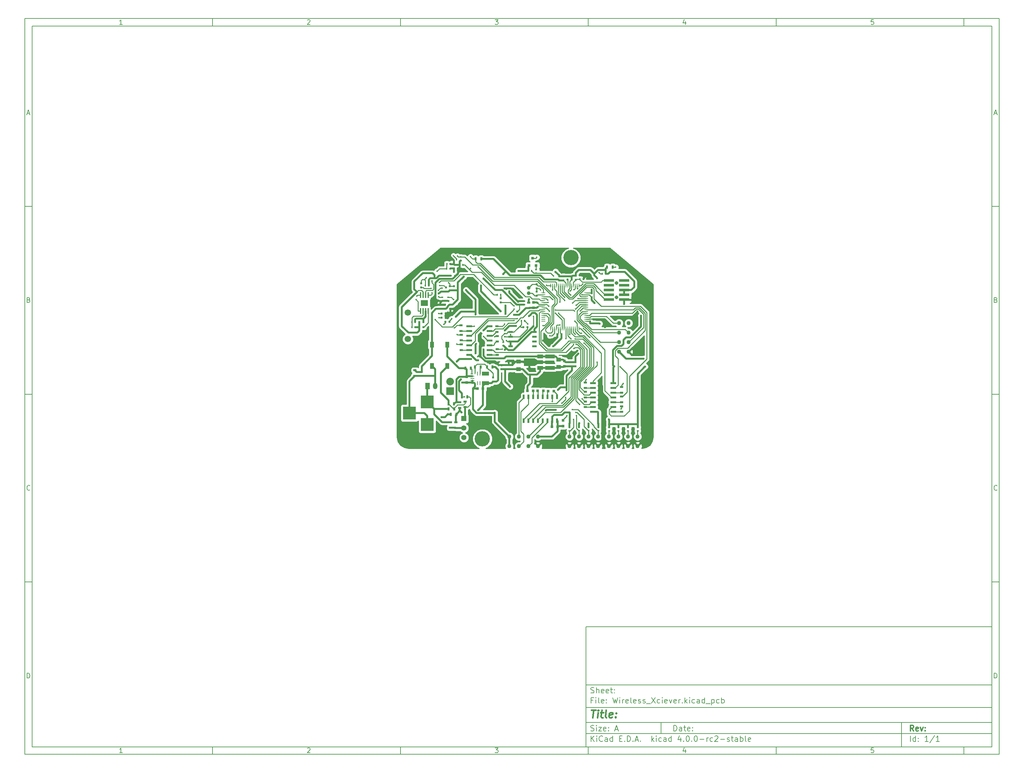
<source format=gbr>
G04 #@! TF.FileFunction,Copper,L1,Top,Signal*
%FSLAX46Y46*%
G04 Gerber Fmt 4.6, Leading zero omitted, Abs format (unit mm)*
G04 Created by KiCad (PCBNEW 4.0.0-rc2-stable) date 1/25/2016 6:21:01 PM*
%MOMM*%
G01*
G04 APERTURE LIST*
%ADD10C,0.100000*%
%ADD11C,0.150000*%
%ADD12C,0.300000*%
%ADD13C,0.400000*%
%ADD14C,4.064000*%
%ADD15R,3.500120X3.500120*%
%ADD16R,0.900000X0.500000*%
%ADD17R,0.750000X0.800000*%
%ADD18R,0.500000X0.900000*%
%ADD19R,0.800000X0.200000*%
%ADD20R,1.100000X0.200000*%
%ADD21R,0.250000X1.100000*%
%ADD22R,0.250000X0.800000*%
%ADD23R,0.250000X0.700000*%
%ADD24R,1.950000X1.100000*%
%ADD25R,0.508000X1.143000*%
%ADD26R,1.500000X0.600000*%
%ADD27R,0.800000X0.750000*%
%ADD28R,1.397000X1.397000*%
%ADD29C,1.397000*%
%ADD30R,2.032000X2.032000*%
%ADD31O,2.032000X2.032000*%
%ADD32R,2.790000X0.740000*%
%ADD33C,0.970000*%
%ADD34C,1.000760*%
%ADD35R,0.800100X0.800100*%
%ADD36R,1.000000X0.250000*%
%ADD37R,0.250000X1.000000*%
%ADD38R,2.500000X1.000000*%
%ADD39R,1.501140X1.000760*%
%ADD40R,2.999740X1.998980*%
%ADD41R,1.200000X1.700000*%
%ADD42O,1.200000X1.700000*%
%ADD43C,1.100000*%
%ADD44R,0.500000X0.600000*%
%ADD45R,1.250000X1.000000*%
%ADD46R,0.600000X0.500000*%
%ADD47R,0.400000X0.600000*%
%ADD48R,0.600000X0.400000*%
%ADD49R,1.100000X1.500000*%
%ADD50R,1.143000X0.508000*%
%ADD51R,0.350000X1.550000*%
%ADD52R,1.890000X1.570000*%
%ADD53C,1.700000*%
%ADD54C,0.450000*%
%ADD55C,0.600000*%
%ADD56C,0.350000*%
%ADD57C,0.250000*%
%ADD58C,0.500000*%
%ADD59C,0.254000*%
G04 APERTURE END LIST*
D10*
D11*
X159400000Y-171900000D02*
X159400000Y-203900000D01*
X267400000Y-203900000D01*
X267400000Y-171900000D01*
X159400000Y-171900000D01*
D10*
D11*
X10000000Y-10000000D02*
X10000000Y-205900000D01*
X269400000Y-205900000D01*
X269400000Y-10000000D01*
X10000000Y-10000000D01*
D10*
D11*
X12000000Y-12000000D02*
X12000000Y-203900000D01*
X267400000Y-203900000D01*
X267400000Y-12000000D01*
X12000000Y-12000000D01*
D10*
D11*
X60000000Y-12000000D02*
X60000000Y-10000000D01*
D10*
D11*
X110000000Y-12000000D02*
X110000000Y-10000000D01*
D10*
D11*
X160000000Y-12000000D02*
X160000000Y-10000000D01*
D10*
D11*
X210000000Y-12000000D02*
X210000000Y-10000000D01*
D10*
D11*
X260000000Y-12000000D02*
X260000000Y-10000000D01*
D10*
D11*
X35990476Y-11588095D02*
X35247619Y-11588095D01*
X35619048Y-11588095D02*
X35619048Y-10288095D01*
X35495238Y-10473810D01*
X35371429Y-10597619D01*
X35247619Y-10659524D01*
D10*
D11*
X85247619Y-10411905D02*
X85309524Y-10350000D01*
X85433333Y-10288095D01*
X85742857Y-10288095D01*
X85866667Y-10350000D01*
X85928571Y-10411905D01*
X85990476Y-10535714D01*
X85990476Y-10659524D01*
X85928571Y-10845238D01*
X85185714Y-11588095D01*
X85990476Y-11588095D01*
D10*
D11*
X135185714Y-10288095D02*
X135990476Y-10288095D01*
X135557143Y-10783333D01*
X135742857Y-10783333D01*
X135866667Y-10845238D01*
X135928571Y-10907143D01*
X135990476Y-11030952D01*
X135990476Y-11340476D01*
X135928571Y-11464286D01*
X135866667Y-11526190D01*
X135742857Y-11588095D01*
X135371429Y-11588095D01*
X135247619Y-11526190D01*
X135185714Y-11464286D01*
D10*
D11*
X185866667Y-10721429D02*
X185866667Y-11588095D01*
X185557143Y-10226190D02*
X185247619Y-11154762D01*
X186052381Y-11154762D01*
D10*
D11*
X235928571Y-10288095D02*
X235309524Y-10288095D01*
X235247619Y-10907143D01*
X235309524Y-10845238D01*
X235433333Y-10783333D01*
X235742857Y-10783333D01*
X235866667Y-10845238D01*
X235928571Y-10907143D01*
X235990476Y-11030952D01*
X235990476Y-11340476D01*
X235928571Y-11464286D01*
X235866667Y-11526190D01*
X235742857Y-11588095D01*
X235433333Y-11588095D01*
X235309524Y-11526190D01*
X235247619Y-11464286D01*
D10*
D11*
X60000000Y-203900000D02*
X60000000Y-205900000D01*
D10*
D11*
X110000000Y-203900000D02*
X110000000Y-205900000D01*
D10*
D11*
X160000000Y-203900000D02*
X160000000Y-205900000D01*
D10*
D11*
X210000000Y-203900000D02*
X210000000Y-205900000D01*
D10*
D11*
X260000000Y-203900000D02*
X260000000Y-205900000D01*
D10*
D11*
X35990476Y-205488095D02*
X35247619Y-205488095D01*
X35619048Y-205488095D02*
X35619048Y-204188095D01*
X35495238Y-204373810D01*
X35371429Y-204497619D01*
X35247619Y-204559524D01*
D10*
D11*
X85247619Y-204311905D02*
X85309524Y-204250000D01*
X85433333Y-204188095D01*
X85742857Y-204188095D01*
X85866667Y-204250000D01*
X85928571Y-204311905D01*
X85990476Y-204435714D01*
X85990476Y-204559524D01*
X85928571Y-204745238D01*
X85185714Y-205488095D01*
X85990476Y-205488095D01*
D10*
D11*
X135185714Y-204188095D02*
X135990476Y-204188095D01*
X135557143Y-204683333D01*
X135742857Y-204683333D01*
X135866667Y-204745238D01*
X135928571Y-204807143D01*
X135990476Y-204930952D01*
X135990476Y-205240476D01*
X135928571Y-205364286D01*
X135866667Y-205426190D01*
X135742857Y-205488095D01*
X135371429Y-205488095D01*
X135247619Y-205426190D01*
X135185714Y-205364286D01*
D10*
D11*
X185866667Y-204621429D02*
X185866667Y-205488095D01*
X185557143Y-204126190D02*
X185247619Y-205054762D01*
X186052381Y-205054762D01*
D10*
D11*
X235928571Y-204188095D02*
X235309524Y-204188095D01*
X235247619Y-204807143D01*
X235309524Y-204745238D01*
X235433333Y-204683333D01*
X235742857Y-204683333D01*
X235866667Y-204745238D01*
X235928571Y-204807143D01*
X235990476Y-204930952D01*
X235990476Y-205240476D01*
X235928571Y-205364286D01*
X235866667Y-205426190D01*
X235742857Y-205488095D01*
X235433333Y-205488095D01*
X235309524Y-205426190D01*
X235247619Y-205364286D01*
D10*
D11*
X10000000Y-60000000D02*
X12000000Y-60000000D01*
D10*
D11*
X10000000Y-110000000D02*
X12000000Y-110000000D01*
D10*
D11*
X10000000Y-160000000D02*
X12000000Y-160000000D01*
D10*
D11*
X10690476Y-35216667D02*
X11309524Y-35216667D01*
X10566667Y-35588095D02*
X11000000Y-34288095D01*
X11433333Y-35588095D01*
D10*
D11*
X11092857Y-84907143D02*
X11278571Y-84969048D01*
X11340476Y-85030952D01*
X11402381Y-85154762D01*
X11402381Y-85340476D01*
X11340476Y-85464286D01*
X11278571Y-85526190D01*
X11154762Y-85588095D01*
X10659524Y-85588095D01*
X10659524Y-84288095D01*
X11092857Y-84288095D01*
X11216667Y-84350000D01*
X11278571Y-84411905D01*
X11340476Y-84535714D01*
X11340476Y-84659524D01*
X11278571Y-84783333D01*
X11216667Y-84845238D01*
X11092857Y-84907143D01*
X10659524Y-84907143D01*
D10*
D11*
X11402381Y-135464286D02*
X11340476Y-135526190D01*
X11154762Y-135588095D01*
X11030952Y-135588095D01*
X10845238Y-135526190D01*
X10721429Y-135402381D01*
X10659524Y-135278571D01*
X10597619Y-135030952D01*
X10597619Y-134845238D01*
X10659524Y-134597619D01*
X10721429Y-134473810D01*
X10845238Y-134350000D01*
X11030952Y-134288095D01*
X11154762Y-134288095D01*
X11340476Y-134350000D01*
X11402381Y-134411905D01*
D10*
D11*
X10659524Y-185588095D02*
X10659524Y-184288095D01*
X10969048Y-184288095D01*
X11154762Y-184350000D01*
X11278571Y-184473810D01*
X11340476Y-184597619D01*
X11402381Y-184845238D01*
X11402381Y-185030952D01*
X11340476Y-185278571D01*
X11278571Y-185402381D01*
X11154762Y-185526190D01*
X10969048Y-185588095D01*
X10659524Y-185588095D01*
D10*
D11*
X269400000Y-60000000D02*
X267400000Y-60000000D01*
D10*
D11*
X269400000Y-110000000D02*
X267400000Y-110000000D01*
D10*
D11*
X269400000Y-160000000D02*
X267400000Y-160000000D01*
D10*
D11*
X268090476Y-35216667D02*
X268709524Y-35216667D01*
X267966667Y-35588095D02*
X268400000Y-34288095D01*
X268833333Y-35588095D01*
D10*
D11*
X268492857Y-84907143D02*
X268678571Y-84969048D01*
X268740476Y-85030952D01*
X268802381Y-85154762D01*
X268802381Y-85340476D01*
X268740476Y-85464286D01*
X268678571Y-85526190D01*
X268554762Y-85588095D01*
X268059524Y-85588095D01*
X268059524Y-84288095D01*
X268492857Y-84288095D01*
X268616667Y-84350000D01*
X268678571Y-84411905D01*
X268740476Y-84535714D01*
X268740476Y-84659524D01*
X268678571Y-84783333D01*
X268616667Y-84845238D01*
X268492857Y-84907143D01*
X268059524Y-84907143D01*
D10*
D11*
X268802381Y-135464286D02*
X268740476Y-135526190D01*
X268554762Y-135588095D01*
X268430952Y-135588095D01*
X268245238Y-135526190D01*
X268121429Y-135402381D01*
X268059524Y-135278571D01*
X267997619Y-135030952D01*
X267997619Y-134845238D01*
X268059524Y-134597619D01*
X268121429Y-134473810D01*
X268245238Y-134350000D01*
X268430952Y-134288095D01*
X268554762Y-134288095D01*
X268740476Y-134350000D01*
X268802381Y-134411905D01*
D10*
D11*
X268059524Y-185588095D02*
X268059524Y-184288095D01*
X268369048Y-184288095D01*
X268554762Y-184350000D01*
X268678571Y-184473810D01*
X268740476Y-184597619D01*
X268802381Y-184845238D01*
X268802381Y-185030952D01*
X268740476Y-185278571D01*
X268678571Y-185402381D01*
X268554762Y-185526190D01*
X268369048Y-185588095D01*
X268059524Y-185588095D01*
D10*
D11*
X182757143Y-199678571D02*
X182757143Y-198178571D01*
X183114286Y-198178571D01*
X183328571Y-198250000D01*
X183471429Y-198392857D01*
X183542857Y-198535714D01*
X183614286Y-198821429D01*
X183614286Y-199035714D01*
X183542857Y-199321429D01*
X183471429Y-199464286D01*
X183328571Y-199607143D01*
X183114286Y-199678571D01*
X182757143Y-199678571D01*
X184900000Y-199678571D02*
X184900000Y-198892857D01*
X184828571Y-198750000D01*
X184685714Y-198678571D01*
X184400000Y-198678571D01*
X184257143Y-198750000D01*
X184900000Y-199607143D02*
X184757143Y-199678571D01*
X184400000Y-199678571D01*
X184257143Y-199607143D01*
X184185714Y-199464286D01*
X184185714Y-199321429D01*
X184257143Y-199178571D01*
X184400000Y-199107143D01*
X184757143Y-199107143D01*
X184900000Y-199035714D01*
X185400000Y-198678571D02*
X185971429Y-198678571D01*
X185614286Y-198178571D02*
X185614286Y-199464286D01*
X185685714Y-199607143D01*
X185828572Y-199678571D01*
X185971429Y-199678571D01*
X187042857Y-199607143D02*
X186900000Y-199678571D01*
X186614286Y-199678571D01*
X186471429Y-199607143D01*
X186400000Y-199464286D01*
X186400000Y-198892857D01*
X186471429Y-198750000D01*
X186614286Y-198678571D01*
X186900000Y-198678571D01*
X187042857Y-198750000D01*
X187114286Y-198892857D01*
X187114286Y-199035714D01*
X186400000Y-199178571D01*
X187757143Y-199535714D02*
X187828571Y-199607143D01*
X187757143Y-199678571D01*
X187685714Y-199607143D01*
X187757143Y-199535714D01*
X187757143Y-199678571D01*
X187757143Y-198750000D02*
X187828571Y-198821429D01*
X187757143Y-198892857D01*
X187685714Y-198821429D01*
X187757143Y-198750000D01*
X187757143Y-198892857D01*
D10*
D11*
X159400000Y-200400000D02*
X267400000Y-200400000D01*
D10*
D11*
X160757143Y-202478571D02*
X160757143Y-200978571D01*
X161614286Y-202478571D02*
X160971429Y-201621429D01*
X161614286Y-200978571D02*
X160757143Y-201835714D01*
X162257143Y-202478571D02*
X162257143Y-201478571D01*
X162257143Y-200978571D02*
X162185714Y-201050000D01*
X162257143Y-201121429D01*
X162328571Y-201050000D01*
X162257143Y-200978571D01*
X162257143Y-201121429D01*
X163828572Y-202335714D02*
X163757143Y-202407143D01*
X163542857Y-202478571D01*
X163400000Y-202478571D01*
X163185715Y-202407143D01*
X163042857Y-202264286D01*
X162971429Y-202121429D01*
X162900000Y-201835714D01*
X162900000Y-201621429D01*
X162971429Y-201335714D01*
X163042857Y-201192857D01*
X163185715Y-201050000D01*
X163400000Y-200978571D01*
X163542857Y-200978571D01*
X163757143Y-201050000D01*
X163828572Y-201121429D01*
X165114286Y-202478571D02*
X165114286Y-201692857D01*
X165042857Y-201550000D01*
X164900000Y-201478571D01*
X164614286Y-201478571D01*
X164471429Y-201550000D01*
X165114286Y-202407143D02*
X164971429Y-202478571D01*
X164614286Y-202478571D01*
X164471429Y-202407143D01*
X164400000Y-202264286D01*
X164400000Y-202121429D01*
X164471429Y-201978571D01*
X164614286Y-201907143D01*
X164971429Y-201907143D01*
X165114286Y-201835714D01*
X166471429Y-202478571D02*
X166471429Y-200978571D01*
X166471429Y-202407143D02*
X166328572Y-202478571D01*
X166042858Y-202478571D01*
X165900000Y-202407143D01*
X165828572Y-202335714D01*
X165757143Y-202192857D01*
X165757143Y-201764286D01*
X165828572Y-201621429D01*
X165900000Y-201550000D01*
X166042858Y-201478571D01*
X166328572Y-201478571D01*
X166471429Y-201550000D01*
X168328572Y-201692857D02*
X168828572Y-201692857D01*
X169042858Y-202478571D02*
X168328572Y-202478571D01*
X168328572Y-200978571D01*
X169042858Y-200978571D01*
X169685715Y-202335714D02*
X169757143Y-202407143D01*
X169685715Y-202478571D01*
X169614286Y-202407143D01*
X169685715Y-202335714D01*
X169685715Y-202478571D01*
X170400001Y-202478571D02*
X170400001Y-200978571D01*
X170757144Y-200978571D01*
X170971429Y-201050000D01*
X171114287Y-201192857D01*
X171185715Y-201335714D01*
X171257144Y-201621429D01*
X171257144Y-201835714D01*
X171185715Y-202121429D01*
X171114287Y-202264286D01*
X170971429Y-202407143D01*
X170757144Y-202478571D01*
X170400001Y-202478571D01*
X171900001Y-202335714D02*
X171971429Y-202407143D01*
X171900001Y-202478571D01*
X171828572Y-202407143D01*
X171900001Y-202335714D01*
X171900001Y-202478571D01*
X172542858Y-202050000D02*
X173257144Y-202050000D01*
X172400001Y-202478571D02*
X172900001Y-200978571D01*
X173400001Y-202478571D01*
X173900001Y-202335714D02*
X173971429Y-202407143D01*
X173900001Y-202478571D01*
X173828572Y-202407143D01*
X173900001Y-202335714D01*
X173900001Y-202478571D01*
X176900001Y-202478571D02*
X176900001Y-200978571D01*
X177042858Y-201907143D02*
X177471429Y-202478571D01*
X177471429Y-201478571D02*
X176900001Y-202050000D01*
X178114287Y-202478571D02*
X178114287Y-201478571D01*
X178114287Y-200978571D02*
X178042858Y-201050000D01*
X178114287Y-201121429D01*
X178185715Y-201050000D01*
X178114287Y-200978571D01*
X178114287Y-201121429D01*
X179471430Y-202407143D02*
X179328573Y-202478571D01*
X179042859Y-202478571D01*
X178900001Y-202407143D01*
X178828573Y-202335714D01*
X178757144Y-202192857D01*
X178757144Y-201764286D01*
X178828573Y-201621429D01*
X178900001Y-201550000D01*
X179042859Y-201478571D01*
X179328573Y-201478571D01*
X179471430Y-201550000D01*
X180757144Y-202478571D02*
X180757144Y-201692857D01*
X180685715Y-201550000D01*
X180542858Y-201478571D01*
X180257144Y-201478571D01*
X180114287Y-201550000D01*
X180757144Y-202407143D02*
X180614287Y-202478571D01*
X180257144Y-202478571D01*
X180114287Y-202407143D01*
X180042858Y-202264286D01*
X180042858Y-202121429D01*
X180114287Y-201978571D01*
X180257144Y-201907143D01*
X180614287Y-201907143D01*
X180757144Y-201835714D01*
X182114287Y-202478571D02*
X182114287Y-200978571D01*
X182114287Y-202407143D02*
X181971430Y-202478571D01*
X181685716Y-202478571D01*
X181542858Y-202407143D01*
X181471430Y-202335714D01*
X181400001Y-202192857D01*
X181400001Y-201764286D01*
X181471430Y-201621429D01*
X181542858Y-201550000D01*
X181685716Y-201478571D01*
X181971430Y-201478571D01*
X182114287Y-201550000D01*
X184614287Y-201478571D02*
X184614287Y-202478571D01*
X184257144Y-200907143D02*
X183900001Y-201978571D01*
X184828573Y-201978571D01*
X185400001Y-202335714D02*
X185471429Y-202407143D01*
X185400001Y-202478571D01*
X185328572Y-202407143D01*
X185400001Y-202335714D01*
X185400001Y-202478571D01*
X186400001Y-200978571D02*
X186542858Y-200978571D01*
X186685715Y-201050000D01*
X186757144Y-201121429D01*
X186828573Y-201264286D01*
X186900001Y-201550000D01*
X186900001Y-201907143D01*
X186828573Y-202192857D01*
X186757144Y-202335714D01*
X186685715Y-202407143D01*
X186542858Y-202478571D01*
X186400001Y-202478571D01*
X186257144Y-202407143D01*
X186185715Y-202335714D01*
X186114287Y-202192857D01*
X186042858Y-201907143D01*
X186042858Y-201550000D01*
X186114287Y-201264286D01*
X186185715Y-201121429D01*
X186257144Y-201050000D01*
X186400001Y-200978571D01*
X187542858Y-202335714D02*
X187614286Y-202407143D01*
X187542858Y-202478571D01*
X187471429Y-202407143D01*
X187542858Y-202335714D01*
X187542858Y-202478571D01*
X188542858Y-200978571D02*
X188685715Y-200978571D01*
X188828572Y-201050000D01*
X188900001Y-201121429D01*
X188971430Y-201264286D01*
X189042858Y-201550000D01*
X189042858Y-201907143D01*
X188971430Y-202192857D01*
X188900001Y-202335714D01*
X188828572Y-202407143D01*
X188685715Y-202478571D01*
X188542858Y-202478571D01*
X188400001Y-202407143D01*
X188328572Y-202335714D01*
X188257144Y-202192857D01*
X188185715Y-201907143D01*
X188185715Y-201550000D01*
X188257144Y-201264286D01*
X188328572Y-201121429D01*
X188400001Y-201050000D01*
X188542858Y-200978571D01*
X189685715Y-201907143D02*
X190828572Y-201907143D01*
X191542858Y-202478571D02*
X191542858Y-201478571D01*
X191542858Y-201764286D02*
X191614286Y-201621429D01*
X191685715Y-201550000D01*
X191828572Y-201478571D01*
X191971429Y-201478571D01*
X193114286Y-202407143D02*
X192971429Y-202478571D01*
X192685715Y-202478571D01*
X192542857Y-202407143D01*
X192471429Y-202335714D01*
X192400000Y-202192857D01*
X192400000Y-201764286D01*
X192471429Y-201621429D01*
X192542857Y-201550000D01*
X192685715Y-201478571D01*
X192971429Y-201478571D01*
X193114286Y-201550000D01*
X193685714Y-201121429D02*
X193757143Y-201050000D01*
X193900000Y-200978571D01*
X194257143Y-200978571D01*
X194400000Y-201050000D01*
X194471429Y-201121429D01*
X194542857Y-201264286D01*
X194542857Y-201407143D01*
X194471429Y-201621429D01*
X193614286Y-202478571D01*
X194542857Y-202478571D01*
X195185714Y-201907143D02*
X196328571Y-201907143D01*
X196971428Y-202407143D02*
X197114285Y-202478571D01*
X197400000Y-202478571D01*
X197542857Y-202407143D01*
X197614285Y-202264286D01*
X197614285Y-202192857D01*
X197542857Y-202050000D01*
X197400000Y-201978571D01*
X197185714Y-201978571D01*
X197042857Y-201907143D01*
X196971428Y-201764286D01*
X196971428Y-201692857D01*
X197042857Y-201550000D01*
X197185714Y-201478571D01*
X197400000Y-201478571D01*
X197542857Y-201550000D01*
X198042857Y-201478571D02*
X198614286Y-201478571D01*
X198257143Y-200978571D02*
X198257143Y-202264286D01*
X198328571Y-202407143D01*
X198471429Y-202478571D01*
X198614286Y-202478571D01*
X199757143Y-202478571D02*
X199757143Y-201692857D01*
X199685714Y-201550000D01*
X199542857Y-201478571D01*
X199257143Y-201478571D01*
X199114286Y-201550000D01*
X199757143Y-202407143D02*
X199614286Y-202478571D01*
X199257143Y-202478571D01*
X199114286Y-202407143D01*
X199042857Y-202264286D01*
X199042857Y-202121429D01*
X199114286Y-201978571D01*
X199257143Y-201907143D01*
X199614286Y-201907143D01*
X199757143Y-201835714D01*
X200471429Y-202478571D02*
X200471429Y-200978571D01*
X200471429Y-201550000D02*
X200614286Y-201478571D01*
X200900000Y-201478571D01*
X201042857Y-201550000D01*
X201114286Y-201621429D01*
X201185715Y-201764286D01*
X201185715Y-202192857D01*
X201114286Y-202335714D01*
X201042857Y-202407143D01*
X200900000Y-202478571D01*
X200614286Y-202478571D01*
X200471429Y-202407143D01*
X202042858Y-202478571D02*
X201900000Y-202407143D01*
X201828572Y-202264286D01*
X201828572Y-200978571D01*
X203185714Y-202407143D02*
X203042857Y-202478571D01*
X202757143Y-202478571D01*
X202614286Y-202407143D01*
X202542857Y-202264286D01*
X202542857Y-201692857D01*
X202614286Y-201550000D01*
X202757143Y-201478571D01*
X203042857Y-201478571D01*
X203185714Y-201550000D01*
X203257143Y-201692857D01*
X203257143Y-201835714D01*
X202542857Y-201978571D01*
D10*
D11*
X159400000Y-197400000D02*
X267400000Y-197400000D01*
D10*
D12*
X246614286Y-199678571D02*
X246114286Y-198964286D01*
X245757143Y-199678571D02*
X245757143Y-198178571D01*
X246328571Y-198178571D01*
X246471429Y-198250000D01*
X246542857Y-198321429D01*
X246614286Y-198464286D01*
X246614286Y-198678571D01*
X246542857Y-198821429D01*
X246471429Y-198892857D01*
X246328571Y-198964286D01*
X245757143Y-198964286D01*
X247828571Y-199607143D02*
X247685714Y-199678571D01*
X247400000Y-199678571D01*
X247257143Y-199607143D01*
X247185714Y-199464286D01*
X247185714Y-198892857D01*
X247257143Y-198750000D01*
X247400000Y-198678571D01*
X247685714Y-198678571D01*
X247828571Y-198750000D01*
X247900000Y-198892857D01*
X247900000Y-199035714D01*
X247185714Y-199178571D01*
X248400000Y-198678571D02*
X248757143Y-199678571D01*
X249114285Y-198678571D01*
X249685714Y-199535714D02*
X249757142Y-199607143D01*
X249685714Y-199678571D01*
X249614285Y-199607143D01*
X249685714Y-199535714D01*
X249685714Y-199678571D01*
X249685714Y-198750000D02*
X249757142Y-198821429D01*
X249685714Y-198892857D01*
X249614285Y-198821429D01*
X249685714Y-198750000D01*
X249685714Y-198892857D01*
D10*
D11*
X160685714Y-199607143D02*
X160900000Y-199678571D01*
X161257143Y-199678571D01*
X161400000Y-199607143D01*
X161471429Y-199535714D01*
X161542857Y-199392857D01*
X161542857Y-199250000D01*
X161471429Y-199107143D01*
X161400000Y-199035714D01*
X161257143Y-198964286D01*
X160971429Y-198892857D01*
X160828571Y-198821429D01*
X160757143Y-198750000D01*
X160685714Y-198607143D01*
X160685714Y-198464286D01*
X160757143Y-198321429D01*
X160828571Y-198250000D01*
X160971429Y-198178571D01*
X161328571Y-198178571D01*
X161542857Y-198250000D01*
X162185714Y-199678571D02*
X162185714Y-198678571D01*
X162185714Y-198178571D02*
X162114285Y-198250000D01*
X162185714Y-198321429D01*
X162257142Y-198250000D01*
X162185714Y-198178571D01*
X162185714Y-198321429D01*
X162757143Y-198678571D02*
X163542857Y-198678571D01*
X162757143Y-199678571D01*
X163542857Y-199678571D01*
X164685714Y-199607143D02*
X164542857Y-199678571D01*
X164257143Y-199678571D01*
X164114286Y-199607143D01*
X164042857Y-199464286D01*
X164042857Y-198892857D01*
X164114286Y-198750000D01*
X164257143Y-198678571D01*
X164542857Y-198678571D01*
X164685714Y-198750000D01*
X164757143Y-198892857D01*
X164757143Y-199035714D01*
X164042857Y-199178571D01*
X165400000Y-199535714D02*
X165471428Y-199607143D01*
X165400000Y-199678571D01*
X165328571Y-199607143D01*
X165400000Y-199535714D01*
X165400000Y-199678571D01*
X165400000Y-198750000D02*
X165471428Y-198821429D01*
X165400000Y-198892857D01*
X165328571Y-198821429D01*
X165400000Y-198750000D01*
X165400000Y-198892857D01*
X167185714Y-199250000D02*
X167900000Y-199250000D01*
X167042857Y-199678571D02*
X167542857Y-198178571D01*
X168042857Y-199678571D01*
D10*
D11*
X245757143Y-202478571D02*
X245757143Y-200978571D01*
X247114286Y-202478571D02*
X247114286Y-200978571D01*
X247114286Y-202407143D02*
X246971429Y-202478571D01*
X246685715Y-202478571D01*
X246542857Y-202407143D01*
X246471429Y-202335714D01*
X246400000Y-202192857D01*
X246400000Y-201764286D01*
X246471429Y-201621429D01*
X246542857Y-201550000D01*
X246685715Y-201478571D01*
X246971429Y-201478571D01*
X247114286Y-201550000D01*
X247828572Y-202335714D02*
X247900000Y-202407143D01*
X247828572Y-202478571D01*
X247757143Y-202407143D01*
X247828572Y-202335714D01*
X247828572Y-202478571D01*
X247828572Y-201550000D02*
X247900000Y-201621429D01*
X247828572Y-201692857D01*
X247757143Y-201621429D01*
X247828572Y-201550000D01*
X247828572Y-201692857D01*
X250471429Y-202478571D02*
X249614286Y-202478571D01*
X250042858Y-202478571D02*
X250042858Y-200978571D01*
X249900001Y-201192857D01*
X249757143Y-201335714D01*
X249614286Y-201407143D01*
X252185714Y-200907143D02*
X250900000Y-202835714D01*
X253471429Y-202478571D02*
X252614286Y-202478571D01*
X253042858Y-202478571D02*
X253042858Y-200978571D01*
X252900001Y-201192857D01*
X252757143Y-201335714D01*
X252614286Y-201407143D01*
D10*
D11*
X159400000Y-193400000D02*
X267400000Y-193400000D01*
D10*
D13*
X160852381Y-194104762D02*
X161995238Y-194104762D01*
X161173810Y-196104762D02*
X161423810Y-194104762D01*
X162411905Y-196104762D02*
X162578571Y-194771429D01*
X162661905Y-194104762D02*
X162554762Y-194200000D01*
X162638095Y-194295238D01*
X162745239Y-194200000D01*
X162661905Y-194104762D01*
X162638095Y-194295238D01*
X163245238Y-194771429D02*
X164007143Y-194771429D01*
X163614286Y-194104762D02*
X163400000Y-195819048D01*
X163471430Y-196009524D01*
X163650001Y-196104762D01*
X163840477Y-196104762D01*
X164792858Y-196104762D02*
X164614287Y-196009524D01*
X164542857Y-195819048D01*
X164757143Y-194104762D01*
X166328572Y-196009524D02*
X166126191Y-196104762D01*
X165745239Y-196104762D01*
X165566667Y-196009524D01*
X165495238Y-195819048D01*
X165590476Y-195057143D01*
X165709524Y-194866667D01*
X165911905Y-194771429D01*
X166292857Y-194771429D01*
X166471429Y-194866667D01*
X166542857Y-195057143D01*
X166519048Y-195247619D01*
X165542857Y-195438095D01*
X167292857Y-195914286D02*
X167376192Y-196009524D01*
X167269048Y-196104762D01*
X167185715Y-196009524D01*
X167292857Y-195914286D01*
X167269048Y-196104762D01*
X167423810Y-194866667D02*
X167507144Y-194961905D01*
X167400000Y-195057143D01*
X167316667Y-194961905D01*
X167423810Y-194866667D01*
X167400000Y-195057143D01*
D10*
D11*
X161257143Y-191492857D02*
X160757143Y-191492857D01*
X160757143Y-192278571D02*
X160757143Y-190778571D01*
X161471429Y-190778571D01*
X162042857Y-192278571D02*
X162042857Y-191278571D01*
X162042857Y-190778571D02*
X161971428Y-190850000D01*
X162042857Y-190921429D01*
X162114285Y-190850000D01*
X162042857Y-190778571D01*
X162042857Y-190921429D01*
X162971429Y-192278571D02*
X162828571Y-192207143D01*
X162757143Y-192064286D01*
X162757143Y-190778571D01*
X164114285Y-192207143D02*
X163971428Y-192278571D01*
X163685714Y-192278571D01*
X163542857Y-192207143D01*
X163471428Y-192064286D01*
X163471428Y-191492857D01*
X163542857Y-191350000D01*
X163685714Y-191278571D01*
X163971428Y-191278571D01*
X164114285Y-191350000D01*
X164185714Y-191492857D01*
X164185714Y-191635714D01*
X163471428Y-191778571D01*
X164828571Y-192135714D02*
X164899999Y-192207143D01*
X164828571Y-192278571D01*
X164757142Y-192207143D01*
X164828571Y-192135714D01*
X164828571Y-192278571D01*
X164828571Y-191350000D02*
X164899999Y-191421429D01*
X164828571Y-191492857D01*
X164757142Y-191421429D01*
X164828571Y-191350000D01*
X164828571Y-191492857D01*
X166542857Y-190778571D02*
X166900000Y-192278571D01*
X167185714Y-191207143D01*
X167471428Y-192278571D01*
X167828571Y-190778571D01*
X168400000Y-192278571D02*
X168400000Y-191278571D01*
X168400000Y-190778571D02*
X168328571Y-190850000D01*
X168400000Y-190921429D01*
X168471428Y-190850000D01*
X168400000Y-190778571D01*
X168400000Y-190921429D01*
X169114286Y-192278571D02*
X169114286Y-191278571D01*
X169114286Y-191564286D02*
X169185714Y-191421429D01*
X169257143Y-191350000D01*
X169400000Y-191278571D01*
X169542857Y-191278571D01*
X170614285Y-192207143D02*
X170471428Y-192278571D01*
X170185714Y-192278571D01*
X170042857Y-192207143D01*
X169971428Y-192064286D01*
X169971428Y-191492857D01*
X170042857Y-191350000D01*
X170185714Y-191278571D01*
X170471428Y-191278571D01*
X170614285Y-191350000D01*
X170685714Y-191492857D01*
X170685714Y-191635714D01*
X169971428Y-191778571D01*
X171542857Y-192278571D02*
X171399999Y-192207143D01*
X171328571Y-192064286D01*
X171328571Y-190778571D01*
X172685713Y-192207143D02*
X172542856Y-192278571D01*
X172257142Y-192278571D01*
X172114285Y-192207143D01*
X172042856Y-192064286D01*
X172042856Y-191492857D01*
X172114285Y-191350000D01*
X172257142Y-191278571D01*
X172542856Y-191278571D01*
X172685713Y-191350000D01*
X172757142Y-191492857D01*
X172757142Y-191635714D01*
X172042856Y-191778571D01*
X173328570Y-192207143D02*
X173471427Y-192278571D01*
X173757142Y-192278571D01*
X173899999Y-192207143D01*
X173971427Y-192064286D01*
X173971427Y-191992857D01*
X173899999Y-191850000D01*
X173757142Y-191778571D01*
X173542856Y-191778571D01*
X173399999Y-191707143D01*
X173328570Y-191564286D01*
X173328570Y-191492857D01*
X173399999Y-191350000D01*
X173542856Y-191278571D01*
X173757142Y-191278571D01*
X173899999Y-191350000D01*
X174542856Y-192207143D02*
X174685713Y-192278571D01*
X174971428Y-192278571D01*
X175114285Y-192207143D01*
X175185713Y-192064286D01*
X175185713Y-191992857D01*
X175114285Y-191850000D01*
X174971428Y-191778571D01*
X174757142Y-191778571D01*
X174614285Y-191707143D01*
X174542856Y-191564286D01*
X174542856Y-191492857D01*
X174614285Y-191350000D01*
X174757142Y-191278571D01*
X174971428Y-191278571D01*
X175114285Y-191350000D01*
X175471428Y-192421429D02*
X176614285Y-192421429D01*
X176828571Y-190778571D02*
X177828571Y-192278571D01*
X177828571Y-190778571D02*
X176828571Y-192278571D01*
X179042856Y-192207143D02*
X178899999Y-192278571D01*
X178614285Y-192278571D01*
X178471427Y-192207143D01*
X178399999Y-192135714D01*
X178328570Y-191992857D01*
X178328570Y-191564286D01*
X178399999Y-191421429D01*
X178471427Y-191350000D01*
X178614285Y-191278571D01*
X178899999Y-191278571D01*
X179042856Y-191350000D01*
X179685713Y-192278571D02*
X179685713Y-191278571D01*
X179685713Y-190778571D02*
X179614284Y-190850000D01*
X179685713Y-190921429D01*
X179757141Y-190850000D01*
X179685713Y-190778571D01*
X179685713Y-190921429D01*
X180971427Y-192207143D02*
X180828570Y-192278571D01*
X180542856Y-192278571D01*
X180399999Y-192207143D01*
X180328570Y-192064286D01*
X180328570Y-191492857D01*
X180399999Y-191350000D01*
X180542856Y-191278571D01*
X180828570Y-191278571D01*
X180971427Y-191350000D01*
X181042856Y-191492857D01*
X181042856Y-191635714D01*
X180328570Y-191778571D01*
X181542856Y-191278571D02*
X181899999Y-192278571D01*
X182257141Y-191278571D01*
X183399998Y-192207143D02*
X183257141Y-192278571D01*
X182971427Y-192278571D01*
X182828570Y-192207143D01*
X182757141Y-192064286D01*
X182757141Y-191492857D01*
X182828570Y-191350000D01*
X182971427Y-191278571D01*
X183257141Y-191278571D01*
X183399998Y-191350000D01*
X183471427Y-191492857D01*
X183471427Y-191635714D01*
X182757141Y-191778571D01*
X184114284Y-192278571D02*
X184114284Y-191278571D01*
X184114284Y-191564286D02*
X184185712Y-191421429D01*
X184257141Y-191350000D01*
X184399998Y-191278571D01*
X184542855Y-191278571D01*
X185042855Y-192135714D02*
X185114283Y-192207143D01*
X185042855Y-192278571D01*
X184971426Y-192207143D01*
X185042855Y-192135714D01*
X185042855Y-192278571D01*
X185757141Y-192278571D02*
X185757141Y-190778571D01*
X185899998Y-191707143D02*
X186328569Y-192278571D01*
X186328569Y-191278571D02*
X185757141Y-191850000D01*
X186971427Y-192278571D02*
X186971427Y-191278571D01*
X186971427Y-190778571D02*
X186899998Y-190850000D01*
X186971427Y-190921429D01*
X187042855Y-190850000D01*
X186971427Y-190778571D01*
X186971427Y-190921429D01*
X188328570Y-192207143D02*
X188185713Y-192278571D01*
X187899999Y-192278571D01*
X187757141Y-192207143D01*
X187685713Y-192135714D01*
X187614284Y-191992857D01*
X187614284Y-191564286D01*
X187685713Y-191421429D01*
X187757141Y-191350000D01*
X187899999Y-191278571D01*
X188185713Y-191278571D01*
X188328570Y-191350000D01*
X189614284Y-192278571D02*
X189614284Y-191492857D01*
X189542855Y-191350000D01*
X189399998Y-191278571D01*
X189114284Y-191278571D01*
X188971427Y-191350000D01*
X189614284Y-192207143D02*
X189471427Y-192278571D01*
X189114284Y-192278571D01*
X188971427Y-192207143D01*
X188899998Y-192064286D01*
X188899998Y-191921429D01*
X188971427Y-191778571D01*
X189114284Y-191707143D01*
X189471427Y-191707143D01*
X189614284Y-191635714D01*
X190971427Y-192278571D02*
X190971427Y-190778571D01*
X190971427Y-192207143D02*
X190828570Y-192278571D01*
X190542856Y-192278571D01*
X190399998Y-192207143D01*
X190328570Y-192135714D01*
X190257141Y-191992857D01*
X190257141Y-191564286D01*
X190328570Y-191421429D01*
X190399998Y-191350000D01*
X190542856Y-191278571D01*
X190828570Y-191278571D01*
X190971427Y-191350000D01*
X191328570Y-192421429D02*
X192471427Y-192421429D01*
X192828570Y-191278571D02*
X192828570Y-192778571D01*
X192828570Y-191350000D02*
X192971427Y-191278571D01*
X193257141Y-191278571D01*
X193399998Y-191350000D01*
X193471427Y-191421429D01*
X193542856Y-191564286D01*
X193542856Y-191992857D01*
X193471427Y-192135714D01*
X193399998Y-192207143D01*
X193257141Y-192278571D01*
X192971427Y-192278571D01*
X192828570Y-192207143D01*
X194828570Y-192207143D02*
X194685713Y-192278571D01*
X194399999Y-192278571D01*
X194257141Y-192207143D01*
X194185713Y-192135714D01*
X194114284Y-191992857D01*
X194114284Y-191564286D01*
X194185713Y-191421429D01*
X194257141Y-191350000D01*
X194399999Y-191278571D01*
X194685713Y-191278571D01*
X194828570Y-191350000D01*
X195471427Y-192278571D02*
X195471427Y-190778571D01*
X195471427Y-191350000D02*
X195614284Y-191278571D01*
X195899998Y-191278571D01*
X196042855Y-191350000D01*
X196114284Y-191421429D01*
X196185713Y-191564286D01*
X196185713Y-191992857D01*
X196114284Y-192135714D01*
X196042855Y-192207143D01*
X195899998Y-192278571D01*
X195614284Y-192278571D01*
X195471427Y-192207143D01*
D10*
D11*
X159400000Y-187400000D02*
X267400000Y-187400000D01*
D10*
D11*
X160685714Y-189507143D02*
X160900000Y-189578571D01*
X161257143Y-189578571D01*
X161400000Y-189507143D01*
X161471429Y-189435714D01*
X161542857Y-189292857D01*
X161542857Y-189150000D01*
X161471429Y-189007143D01*
X161400000Y-188935714D01*
X161257143Y-188864286D01*
X160971429Y-188792857D01*
X160828571Y-188721429D01*
X160757143Y-188650000D01*
X160685714Y-188507143D01*
X160685714Y-188364286D01*
X160757143Y-188221429D01*
X160828571Y-188150000D01*
X160971429Y-188078571D01*
X161328571Y-188078571D01*
X161542857Y-188150000D01*
X162185714Y-189578571D02*
X162185714Y-188078571D01*
X162828571Y-189578571D02*
X162828571Y-188792857D01*
X162757142Y-188650000D01*
X162614285Y-188578571D01*
X162400000Y-188578571D01*
X162257142Y-188650000D01*
X162185714Y-188721429D01*
X164114285Y-189507143D02*
X163971428Y-189578571D01*
X163685714Y-189578571D01*
X163542857Y-189507143D01*
X163471428Y-189364286D01*
X163471428Y-188792857D01*
X163542857Y-188650000D01*
X163685714Y-188578571D01*
X163971428Y-188578571D01*
X164114285Y-188650000D01*
X164185714Y-188792857D01*
X164185714Y-188935714D01*
X163471428Y-189078571D01*
X165399999Y-189507143D02*
X165257142Y-189578571D01*
X164971428Y-189578571D01*
X164828571Y-189507143D01*
X164757142Y-189364286D01*
X164757142Y-188792857D01*
X164828571Y-188650000D01*
X164971428Y-188578571D01*
X165257142Y-188578571D01*
X165399999Y-188650000D01*
X165471428Y-188792857D01*
X165471428Y-188935714D01*
X164757142Y-189078571D01*
X165899999Y-188578571D02*
X166471428Y-188578571D01*
X166114285Y-188078571D02*
X166114285Y-189364286D01*
X166185713Y-189507143D01*
X166328571Y-189578571D01*
X166471428Y-189578571D01*
X166971428Y-189435714D02*
X167042856Y-189507143D01*
X166971428Y-189578571D01*
X166899999Y-189507143D01*
X166971428Y-189435714D01*
X166971428Y-189578571D01*
X166971428Y-188650000D02*
X167042856Y-188721429D01*
X166971428Y-188792857D01*
X166899999Y-188721429D01*
X166971428Y-188650000D01*
X166971428Y-188792857D01*
D10*
D11*
X179400000Y-197400000D02*
X179400000Y-200400000D01*
D10*
D11*
X243400000Y-197400000D02*
X243400000Y-203900000D01*
D14*
X155380000Y-73670000D03*
D15*
X117130000Y-112045000D03*
X117130000Y-118044480D03*
X112431000Y-115044740D03*
D16*
X144180000Y-87120000D03*
X144180000Y-85620000D03*
X135705000Y-93445000D03*
X135705000Y-91945000D03*
X126155000Y-93195000D03*
X126155000Y-91695000D03*
X126230000Y-95670000D03*
X126230000Y-94170000D03*
X126205000Y-98245000D03*
X126205000Y-96745000D03*
X135730000Y-96020000D03*
X135730000Y-94520000D03*
D17*
X127641765Y-105399591D03*
X127641765Y-106899591D03*
D18*
X128780000Y-103095000D03*
X127280000Y-103095000D03*
X131349843Y-102744269D03*
X129849843Y-102744269D03*
X133030000Y-102795000D03*
X134530000Y-102795000D03*
D19*
X129009843Y-107014269D03*
X129009843Y-104614269D03*
D20*
X129159843Y-106414269D03*
X129159843Y-105814269D03*
X129159843Y-105214269D03*
D21*
X130509843Y-107064269D03*
X131159843Y-107064269D03*
X130509843Y-104564269D03*
X131159843Y-104564269D03*
D22*
X129859843Y-107214269D03*
D23*
X129859843Y-104364269D03*
D24*
X132659843Y-107064269D03*
X132659843Y-104564269D03*
D16*
X135780000Y-99545000D03*
X135780000Y-98045000D03*
D25*
X151705000Y-117045000D03*
X149165000Y-117045000D03*
X147895000Y-117045000D03*
X146625000Y-117045000D03*
X145355000Y-117045000D03*
X144085000Y-117045000D03*
X142815000Y-117045000D03*
X142815000Y-110695000D03*
X144085000Y-110695000D03*
X145355000Y-110695000D03*
X146625000Y-110695000D03*
X147895000Y-110695000D03*
X149165000Y-110695000D03*
X150435000Y-110695000D03*
X151705000Y-110695000D03*
X150435000Y-117045000D03*
D16*
X159255000Y-113445000D03*
X159255000Y-111945000D03*
X168905000Y-114720000D03*
X168905000Y-113220000D03*
X168905000Y-112170000D03*
X168905000Y-110670000D03*
X159255000Y-108370000D03*
X159255000Y-106870000D03*
X159255000Y-110895000D03*
X159255000Y-109395000D03*
X168905000Y-109620000D03*
X168905000Y-108120000D03*
D26*
X161258535Y-107090423D03*
X161258535Y-108360423D03*
X161258535Y-109630423D03*
X161258535Y-110900423D03*
X161258535Y-112170423D03*
X161258535Y-113440423D03*
X161258535Y-114710423D03*
X166658535Y-114710423D03*
X166658535Y-113440423D03*
X166658535Y-112170423D03*
X166658535Y-110900423D03*
X166658535Y-109630423D03*
X166658535Y-108360423D03*
X166658535Y-107090423D03*
X128305000Y-91900000D03*
X128305000Y-93170000D03*
X128305000Y-94440000D03*
X128305000Y-95710000D03*
X128305000Y-96980000D03*
X128305000Y-98250000D03*
X128305000Y-99520000D03*
X133705000Y-99520000D03*
X133705000Y-98250000D03*
X133705000Y-96980000D03*
X133705000Y-95710000D03*
X133705000Y-94440000D03*
X133705000Y-93170000D03*
X133705000Y-91900000D03*
D27*
X131991765Y-108524591D03*
X130491765Y-108524591D03*
D16*
X124720725Y-118992729D03*
X124720725Y-117492729D03*
D28*
X126920725Y-116492729D03*
D29*
X126920725Y-119032729D03*
X126920725Y-121572729D03*
D16*
X123345725Y-118967729D03*
X123345725Y-117467729D03*
X113880000Y-103645000D03*
X113880000Y-105145000D03*
D30*
X123245725Y-109167729D03*
D31*
X123245725Y-106627729D03*
D32*
X169550000Y-84850000D03*
X165480000Y-84850000D03*
X169550000Y-83580000D03*
X169550000Y-82310000D03*
X169550000Y-81040000D03*
X169550000Y-79770000D03*
X165480000Y-83580000D03*
X165480000Y-82310000D03*
X165480000Y-81040000D03*
X165480000Y-79770000D03*
D33*
X167515000Y-84215000D03*
X167515000Y-80405000D03*
D34*
X144180000Y-81645000D03*
X144180000Y-83143600D03*
D18*
X130005000Y-73995000D03*
X131505000Y-73995000D03*
D35*
X144230000Y-75768980D03*
X146130000Y-75768980D03*
X145180000Y-73770000D03*
D18*
X124320725Y-113942729D03*
X122820725Y-113942729D03*
D16*
X127195725Y-111967729D03*
X127195725Y-113467729D03*
D18*
X124295725Y-112592729D03*
X122795725Y-112592729D03*
X123420725Y-115342729D03*
X124920725Y-115342729D03*
D36*
X148085000Y-83040000D03*
X148085000Y-83540000D03*
X148085000Y-84040000D03*
X148085000Y-84540000D03*
X148085000Y-85040000D03*
X148085000Y-85540000D03*
X148085000Y-86040000D03*
X148085000Y-86540000D03*
X148085000Y-87040000D03*
X148085000Y-87540000D03*
X148085000Y-88040000D03*
X148085000Y-88540000D03*
X148085000Y-89040000D03*
X148085000Y-89540000D03*
X148085000Y-90040000D03*
X148085000Y-90540000D03*
D37*
X150035000Y-92490000D03*
X150535000Y-92490000D03*
X151035000Y-92490000D03*
X151535000Y-92490000D03*
X152035000Y-92490000D03*
X152535000Y-92490000D03*
X153035000Y-92490000D03*
X153535000Y-92490000D03*
X154035000Y-92490000D03*
X154535000Y-92490000D03*
X155035000Y-92490000D03*
X155535000Y-92490000D03*
X156035000Y-92490000D03*
X156535000Y-92490000D03*
X157035000Y-92490000D03*
X157535000Y-92490000D03*
D36*
X159485000Y-90540000D03*
X159485000Y-90040000D03*
X159485000Y-89540000D03*
X159485000Y-89040000D03*
X159485000Y-88540000D03*
X159485000Y-88040000D03*
X159485000Y-87540000D03*
X159485000Y-87040000D03*
X159485000Y-86540000D03*
X159485000Y-86040000D03*
X159485000Y-85540000D03*
X159485000Y-85040000D03*
X159485000Y-84540000D03*
X159485000Y-84040000D03*
X159485000Y-83540000D03*
X159485000Y-83040000D03*
D37*
X157535000Y-81090000D03*
X157035000Y-81090000D03*
X156535000Y-81090000D03*
X156035000Y-81090000D03*
X155535000Y-81090000D03*
X155035000Y-81090000D03*
X154535000Y-81090000D03*
X154035000Y-81090000D03*
X153535000Y-81090000D03*
X153035000Y-81090000D03*
X152535000Y-81090000D03*
X152035000Y-81090000D03*
X151535000Y-81090000D03*
X151035000Y-81090000D03*
X150535000Y-81090000D03*
X150035000Y-81090000D03*
D38*
X149805000Y-99995000D03*
X149805000Y-102995000D03*
D39*
X147231660Y-102971140D03*
X147231660Y-101470000D03*
X147231660Y-99968860D03*
D40*
X144280180Y-101470000D03*
D10*
G36*
X145754650Y-100469240D02*
X146503950Y-100969620D01*
X146503950Y-101970380D01*
X145754650Y-102470760D01*
X145754650Y-100469240D01*
X145754650Y-100469240D01*
G37*
D16*
X125820725Y-113667729D03*
X125820725Y-112167729D03*
D41*
X117230000Y-107870000D03*
D42*
X119230000Y-107870000D03*
D18*
X165005000Y-76170000D03*
X166505000Y-76170000D03*
X126345725Y-110692729D03*
X127845725Y-110692729D03*
D43*
X168215000Y-98715000D03*
X170755000Y-98715000D03*
X168215000Y-96175000D03*
X170755000Y-96175000D03*
X168215000Y-93635000D03*
X170755000Y-93635000D03*
X168215000Y-91095000D03*
X170755000Y-91095000D03*
X146630000Y-121295000D03*
X146630000Y-123835000D03*
X144090000Y-121295000D03*
X144090000Y-123835000D03*
X141550000Y-121295000D03*
X141550000Y-123835000D03*
X139010000Y-121295000D03*
X139010000Y-123835000D03*
X162650000Y-121290000D03*
X162650000Y-123830000D03*
X160110000Y-121290000D03*
X160110000Y-123830000D03*
X157570000Y-121290000D03*
X157570000Y-123830000D03*
X155030000Y-121290000D03*
X155030000Y-123830000D03*
X173140000Y-121265000D03*
X173140000Y-123805000D03*
X170600000Y-121265000D03*
X170600000Y-123805000D03*
X168060000Y-121265000D03*
X168060000Y-123805000D03*
X165520000Y-121265000D03*
X165520000Y-123805000D03*
D44*
X134666765Y-106674591D03*
X134666765Y-105574591D03*
D45*
X152130000Y-100795000D03*
X152130000Y-102795000D03*
D17*
X153605000Y-101120000D03*
X153605000Y-102620000D03*
D44*
X154680000Y-101495000D03*
X154680000Y-102595000D03*
X155630000Y-101495000D03*
X155630000Y-102595000D03*
X156580000Y-101495000D03*
X156580000Y-102595000D03*
D45*
X141405000Y-101345000D03*
X141405000Y-103345000D03*
D44*
X139780000Y-102220000D03*
X139780000Y-103320000D03*
X137855000Y-102220000D03*
X137855000Y-103320000D03*
X138805000Y-102220000D03*
X138805000Y-103320000D03*
X136905000Y-102245000D03*
X136905000Y-103345000D03*
D27*
X150855000Y-109170000D03*
X149355000Y-109170000D03*
X148005000Y-109120000D03*
X146505000Y-109120000D03*
D17*
X153330000Y-118495000D03*
X153330000Y-116995000D03*
D27*
X143855000Y-109120000D03*
X145355000Y-109120000D03*
X151830000Y-118645000D03*
X150330000Y-118645000D03*
D44*
X156655000Y-79595000D03*
X156655000Y-78495000D03*
D46*
X151755000Y-93995000D03*
X152855000Y-93995000D03*
D44*
X160905000Y-83120000D03*
X160905000Y-84220000D03*
X161305000Y-90095000D03*
X161305000Y-91195000D03*
X153355000Y-79745000D03*
X153355000Y-78645000D03*
X152280000Y-79745000D03*
X152280000Y-78645000D03*
D46*
X154455000Y-79470000D03*
X155555000Y-79470000D03*
D44*
X146530000Y-86820000D03*
X146530000Y-85720000D03*
D17*
X145455000Y-87045000D03*
X145455000Y-85545000D03*
D44*
X146230000Y-81845000D03*
X146230000Y-80745000D03*
X146230000Y-82695000D03*
X146230000Y-83795000D03*
X124215000Y-75380000D03*
X124215000Y-76480000D03*
X123280000Y-86170000D03*
X123280000Y-87270000D03*
X120580000Y-87295000D03*
X120580000Y-86195000D03*
X121905000Y-87295000D03*
X121905000Y-86195000D03*
X122105000Y-82720000D03*
X122105000Y-81620000D03*
X120980000Y-89645000D03*
X120980000Y-88545000D03*
X124230000Y-82345000D03*
X124230000Y-81245000D03*
D46*
X121955000Y-90695000D03*
X123055000Y-90695000D03*
D44*
X123155000Y-82345000D03*
X123155000Y-81245000D03*
D47*
X164605000Y-77970000D03*
X163705000Y-77970000D03*
X157805000Y-79420000D03*
X158705000Y-79420000D03*
D48*
X162655000Y-119720000D03*
X162655000Y-118820000D03*
X142980000Y-86170000D03*
X142980000Y-85270000D03*
X160105000Y-119720000D03*
X160105000Y-118820000D03*
X157555000Y-119720000D03*
X157555000Y-118820000D03*
X155030000Y-119745000D03*
X155030000Y-118845000D03*
D47*
X144930000Y-77170000D03*
X144030000Y-77170000D03*
D48*
X146130000Y-76845000D03*
X146130000Y-77745000D03*
X173155000Y-119745000D03*
X173155000Y-118845000D03*
X170605000Y-119770000D03*
X170605000Y-118870000D03*
X168055000Y-119745000D03*
X168055000Y-118845000D03*
X165530000Y-119745000D03*
X165530000Y-118845000D03*
D47*
X126655000Y-75545000D03*
X125755000Y-75545000D03*
X124930000Y-74170000D03*
X124030000Y-74170000D03*
D48*
X126030000Y-73495000D03*
X126030000Y-74395000D03*
D47*
X123230000Y-76570000D03*
X122330000Y-76570000D03*
X122380000Y-75345000D03*
X123280000Y-75345000D03*
D48*
X122755000Y-85145000D03*
X122755000Y-84245000D03*
X121155000Y-85120000D03*
X121155000Y-84220000D03*
X121005000Y-81770000D03*
X121005000Y-82670000D03*
D49*
X118405000Y-96795000D03*
X122505000Y-96795000D03*
X122505000Y-102515000D03*
X118405000Y-102515000D03*
D46*
X143805000Y-92195000D03*
X142705000Y-92195000D03*
D48*
X137805000Y-93845000D03*
X137805000Y-94745000D03*
D47*
X143080000Y-90470000D03*
X142180000Y-90470000D03*
D48*
X137405000Y-97045000D03*
X137405000Y-96145000D03*
D44*
X136680000Y-85570000D03*
X136680000Y-84470000D03*
D46*
X116105000Y-90820000D03*
X115005000Y-90820000D03*
X116130000Y-92145000D03*
X115030000Y-92145000D03*
D44*
X115505000Y-81620000D03*
X115505000Y-80520000D03*
D47*
X113955000Y-92145000D03*
X113055000Y-92145000D03*
X135780000Y-83520000D03*
X136680000Y-83520000D03*
X113055000Y-90845000D03*
X113955000Y-90845000D03*
X117555000Y-79870000D03*
X118455000Y-79870000D03*
X117555000Y-81070000D03*
X116655000Y-81070000D03*
D50*
X145705000Y-93470000D03*
X145705000Y-94740000D03*
X145705000Y-96010000D03*
X145705000Y-97280000D03*
X139355000Y-97280000D03*
X139355000Y-96010000D03*
X139355000Y-94740000D03*
X139355000Y-93470000D03*
D51*
X115405000Y-83620000D03*
X116055000Y-83620000D03*
X116705000Y-83620000D03*
X117355000Y-83620000D03*
X117355000Y-87820000D03*
X116705000Y-87820000D03*
X116055000Y-87820000D03*
X115405000Y-87820000D03*
D52*
X116380000Y-85720000D03*
D53*
X111980000Y-88320000D03*
X111980000Y-95320000D03*
D14*
X131830000Y-121895000D03*
D54*
X158304966Y-83509958D03*
X155302526Y-83606441D03*
D55*
X139170336Y-107978765D03*
X150712467Y-97294267D03*
X154248927Y-108905817D03*
X162367154Y-79125503D03*
X174674740Y-100575000D03*
X155038563Y-117775770D03*
X130693257Y-100939003D03*
X126850000Y-78725945D03*
X138970309Y-82618841D03*
X141348719Y-85388921D03*
X135111305Y-114989073D03*
X120196122Y-83240388D03*
X115675000Y-104125000D03*
X141430000Y-77170000D03*
X175100000Y-102675000D03*
X163006856Y-91219667D03*
X168215000Y-98715000D03*
X151957000Y-108858878D03*
X165475000Y-116725000D03*
D54*
X147316611Y-82266579D03*
D55*
X152018718Y-115525020D03*
X160033044Y-117791956D03*
X161650000Y-85725000D03*
X151275000Y-77400000D03*
X124525000Y-85600000D03*
X124225000Y-77450000D03*
X157575000Y-117775000D03*
X162650000Y-117725000D03*
X126425000Y-106900000D03*
X129325000Y-108525000D03*
X137850000Y-104325000D03*
X144234071Y-89237046D03*
X140295621Y-88911993D03*
X137818252Y-98143777D03*
X137390000Y-78010000D03*
X131460000Y-81100000D03*
X136730430Y-87925814D03*
D54*
X149502566Y-86611238D03*
D55*
X141123748Y-88009653D03*
D54*
X145412120Y-89282875D03*
D55*
X145436679Y-91879859D03*
D54*
X138246714Y-95750777D03*
D55*
X132123328Y-79188311D03*
X123425000Y-78500000D03*
X157354746Y-99212608D03*
X129983960Y-88745733D03*
X137967658Y-88639964D03*
X132149337Y-93005161D03*
X126104228Y-106098989D03*
X130030000Y-99080000D03*
X137979111Y-86433177D03*
X140776005Y-91853266D03*
X127466889Y-82290369D03*
X132100009Y-98118001D03*
D54*
X130176677Y-96583639D03*
D55*
X116625000Y-89500000D03*
X124725000Y-89375000D03*
X137825000Y-93000000D03*
X174080021Y-89144333D03*
X120950000Y-116100000D03*
X125040000Y-101320000D03*
X166906792Y-102605456D03*
D54*
X122685890Y-115314110D03*
D55*
X135725000Y-100450000D03*
X128825000Y-100675000D03*
X166675000Y-105725000D03*
D54*
X127050000Y-110700000D03*
D55*
X157125000Y-98438884D03*
X147978710Y-95711452D03*
X153477196Y-99872804D03*
X163090076Y-107152202D03*
X164475000Y-92139992D03*
X148738305Y-114314980D03*
X152900134Y-106611042D03*
X129424998Y-82057514D03*
X131383611Y-93877521D03*
X164438584Y-90128156D03*
X151975000Y-104325000D03*
X150638952Y-101491046D03*
X131575000Y-85950000D03*
X137700000Y-81825000D03*
X141200000Y-83500000D03*
X148924969Y-101491046D03*
X160877549Y-82147469D03*
X173122450Y-88036762D03*
X168100000Y-89800075D03*
X144253348Y-84695241D03*
X169525000Y-85974947D03*
X139525000Y-109650000D03*
X151350000Y-114200000D03*
X159650000Y-78325000D03*
X119575000Y-85925000D03*
X124625000Y-87900000D03*
X125325000Y-76625000D03*
X122900000Y-73500000D03*
X134725000Y-108775000D03*
X144625000Y-103225000D03*
D54*
X153968054Y-110848575D03*
X154346254Y-115753186D03*
X152948033Y-112437406D03*
X150390000Y-111959988D03*
X128658101Y-73415115D03*
X149712549Y-94472128D03*
X155713342Y-114117308D03*
X152458103Y-91604988D03*
X156714979Y-114875000D03*
X152416215Y-85472029D03*
X156834878Y-115706390D03*
X150532767Y-82252271D03*
X156064980Y-116718850D03*
X157307307Y-84529980D03*
X155793727Y-85750066D03*
X156801650Y-86340696D03*
X156576954Y-87310101D03*
X128645000Y-76495000D03*
D56*
X124100000Y-73100000D03*
D54*
X130725000Y-76100000D03*
X125200000Y-73250000D03*
X124169163Y-84838901D03*
X156136153Y-82148831D03*
X157836941Y-87860397D03*
X156314101Y-87884586D03*
X140296609Y-87376411D03*
X151294715Y-87617373D03*
X119253018Y-90138939D03*
X120175000Y-84075000D03*
X150574531Y-84842329D03*
X155161990Y-82503258D03*
X149341781Y-85591217D03*
X158890492Y-96385740D03*
X153739795Y-85063210D03*
X157733232Y-112752721D03*
X158164958Y-93821337D03*
X156785042Y-96766455D03*
X150725671Y-78508117D03*
X156450000Y-90575000D03*
X149678175Y-87924877D03*
X141106457Y-89854551D03*
X140272081Y-90365446D03*
X151283150Y-88490562D03*
X152081940Y-88443620D03*
X129650000Y-91900000D03*
X154054827Y-95203766D03*
X156120450Y-96757474D03*
X155410468Y-95316005D03*
X158722605Y-92476232D03*
X155045020Y-94108088D03*
X156494926Y-95304022D03*
X156497651Y-94000316D03*
X148868006Y-80985559D03*
X132134297Y-94602813D03*
X122834437Y-80359633D03*
X167300000Y-76175000D03*
X119750593Y-77272906D03*
X120425000Y-81100000D03*
X120250000Y-89650000D03*
X120200000Y-88550000D03*
X121550000Y-91425000D03*
X123650000Y-89900000D03*
X162849251Y-77592033D03*
X124378833Y-92316222D03*
X124975020Y-96700000D03*
X125125000Y-94100000D03*
X135124980Y-94694512D03*
X159470121Y-106120121D03*
X158349128Y-111238760D03*
X162331458Y-101499980D03*
X168455231Y-102673738D03*
X146300000Y-73550000D03*
X120100000Y-82325000D03*
X158534586Y-80644570D03*
X157156152Y-81899356D03*
X153754528Y-84244481D03*
X137143616Y-98025000D03*
X137750000Y-91327871D03*
X168664110Y-113964110D03*
X169300000Y-107175000D03*
X160367003Y-94909209D03*
X156175568Y-97854679D03*
D55*
X130650757Y-114300066D03*
X126250000Y-114850000D03*
D54*
X139350000Y-94125000D03*
X147950000Y-91775000D03*
X143925000Y-91300000D03*
X149250959Y-84988004D03*
X140216984Y-86534902D03*
X118168993Y-81878902D03*
X118375000Y-83025000D03*
X116875000Y-78950000D03*
X114364159Y-83861616D03*
X120319071Y-80277094D03*
X114150000Y-84825000D03*
D57*
X159485000Y-83540000D02*
X158335008Y-83540000D01*
X158335008Y-83540000D02*
X158304966Y-83509958D01*
X155077527Y-83381442D02*
X155302526Y-83606441D01*
X154651989Y-82955904D02*
X155077527Y-83381442D01*
X154651989Y-82250769D02*
X154651989Y-82955904D01*
X155035000Y-81867758D02*
X154651989Y-82250769D01*
X155035000Y-81090000D02*
X155035000Y-81867758D01*
D58*
X137850000Y-106658429D02*
X138870337Y-107678766D01*
X137850000Y-104325000D02*
X137850000Y-106658429D01*
X138870337Y-107678766D02*
X139170336Y-107978765D01*
X152855000Y-95151734D02*
X151012466Y-96994268D01*
X151012466Y-96994268D02*
X150712467Y-97294267D01*
X152855000Y-93995000D02*
X152855000Y-95151734D01*
X154248927Y-108481553D02*
X154248927Y-108905817D01*
X154250000Y-108170000D02*
X154248927Y-108171073D01*
X154248927Y-108171073D02*
X154248927Y-108481553D01*
X155038563Y-114863563D02*
X155038563Y-117351506D01*
X153719150Y-114825000D02*
X155000000Y-114825000D01*
X155000000Y-114825000D02*
X155038563Y-114863563D01*
X152018718Y-115525020D02*
X153019130Y-115525020D01*
X153019130Y-115525020D02*
X153719150Y-114825000D01*
X155038563Y-117351506D02*
X155038563Y-117775770D01*
X162067155Y-78825504D02*
X162367154Y-79125503D01*
X161620000Y-78378349D02*
X162067155Y-78825504D01*
X161620000Y-77920000D02*
X161620000Y-78378349D01*
X168215000Y-98715000D02*
X170075000Y-100575000D01*
X174250476Y-100575000D02*
X174674740Y-100575000D01*
X170075000Y-100575000D02*
X174250476Y-100575000D01*
X143855000Y-109120000D02*
X143855000Y-107851072D01*
X143855000Y-107851072D02*
X144530000Y-107176072D01*
X144530000Y-107176072D02*
X144530000Y-104800000D01*
X169550000Y-82310000D02*
X171445000Y-82310000D01*
X171445000Y-82310000D02*
X172240696Y-81514304D01*
X172240696Y-81514304D02*
X172240696Y-79940696D01*
X172240696Y-79940696D02*
X169720000Y-77420000D01*
X165305000Y-77970000D02*
X164605000Y-77970000D01*
X169720000Y-77420000D02*
X165855000Y-77420000D01*
X165855000Y-77420000D02*
X165305000Y-77970000D01*
X173155000Y-117830000D02*
X173150000Y-117825000D01*
X173150000Y-104615458D02*
X175090458Y-102675000D01*
X173150000Y-117825000D02*
X173150000Y-104615458D01*
X175090458Y-102675000D02*
X175100000Y-102675000D01*
X139010000Y-121295000D02*
X135109332Y-117394332D01*
X135109332Y-117394332D02*
X135109332Y-114991046D01*
X135109332Y-114991046D02*
X135111305Y-114989073D01*
X139010000Y-123835000D02*
X139010000Y-121295000D01*
X150435000Y-117045000D02*
X150435000Y-115982398D01*
X150435000Y-115982398D02*
X150892095Y-115525303D01*
X150892095Y-115525303D02*
X152018435Y-115525303D01*
X152018435Y-115525303D02*
X152018718Y-115525020D01*
X165536852Y-117986874D02*
X168040000Y-117986874D01*
X168040000Y-117986874D02*
X170570000Y-117986874D01*
X168055000Y-118845000D02*
X168055000Y-118001874D01*
X168055000Y-118001874D02*
X168040000Y-117986874D01*
X170570000Y-117986874D02*
X172998126Y-117986874D01*
X170605000Y-118870000D02*
X170605000Y-118021874D01*
X170605000Y-118021874D02*
X170570000Y-117986874D01*
X172998126Y-117986874D02*
X173155000Y-117830000D01*
X165525000Y-117975022D02*
X165536852Y-117986874D01*
X165475000Y-116725000D02*
X165533235Y-116783235D01*
X165533235Y-116783235D02*
X165533235Y-117966787D01*
X165533235Y-117966787D02*
X165525000Y-117975022D01*
X161258535Y-114710423D02*
X162560000Y-114710423D01*
X162650000Y-117725000D02*
X162650000Y-114800423D01*
X162650000Y-114800423D02*
X162560000Y-114710423D01*
X151957000Y-108858878D02*
X151957000Y-108820092D01*
X151957000Y-108820092D02*
X152607092Y-108170000D01*
X152607092Y-108170000D02*
X154250000Y-108170000D01*
X155030000Y-117784333D02*
X155038563Y-117775770D01*
X155030000Y-118845000D02*
X155030000Y-117784333D01*
X129325000Y-108525000D02*
X129325000Y-114046610D01*
X129325000Y-114046610D02*
X130288476Y-115010086D01*
X130288476Y-115010086D02*
X135090292Y-115010086D01*
X135090292Y-115010086D02*
X135111305Y-114989073D01*
X130174003Y-100939003D02*
X130268993Y-100939003D01*
X128305000Y-99520000D02*
X128755000Y-99520000D01*
X128755000Y-99520000D02*
X130174003Y-100939003D01*
X130268993Y-100939003D02*
X130693257Y-100939003D01*
X125300000Y-82325000D02*
X125300000Y-80275945D01*
X126550001Y-79025944D02*
X126850000Y-78725945D01*
X125300000Y-80275945D02*
X126550001Y-79025944D01*
X144530000Y-104800000D02*
X146349569Y-104800000D01*
X146349569Y-104800000D02*
X147231660Y-103917909D01*
X147231660Y-103917909D02*
X147231660Y-102971140D01*
X138970309Y-83010511D02*
X138970309Y-82618841D01*
X141348719Y-85388921D02*
X138970309Y-83010511D01*
X141467640Y-85270000D02*
X141348719Y-85388921D01*
X142980000Y-85270000D02*
X141467640Y-85270000D01*
X164605000Y-76920000D02*
X164605000Y-76570000D01*
X164605000Y-77970000D02*
X164605000Y-76920000D01*
X160600000Y-76900000D02*
X161620000Y-77920000D01*
X164605000Y-76920000D02*
X162620000Y-76920000D01*
X162620000Y-76920000D02*
X161620000Y-77920000D01*
X125300000Y-82325000D02*
X125300000Y-84814125D01*
X125300000Y-84814125D02*
X124525000Y-85589125D01*
X124525000Y-85589125D02*
X124525000Y-85600000D01*
X120580000Y-87295000D02*
X119467348Y-87295000D01*
X119467348Y-87295000D02*
X118405000Y-88357348D01*
X118405000Y-88357348D02*
X118405000Y-95545000D01*
X118405000Y-95545000D02*
X118405000Y-96795000D01*
X157475000Y-76900000D02*
X160600000Y-76900000D01*
X120766510Y-82670000D02*
X120496121Y-82940389D01*
X121005000Y-82670000D02*
X120766510Y-82670000D01*
X120496121Y-82940389D02*
X120196122Y-83240388D01*
X115675000Y-104125000D02*
X115675000Y-102550000D01*
X115675000Y-102550000D02*
X115925000Y-102300000D01*
X115675000Y-104125000D02*
X114360000Y-104125000D01*
X114360000Y-104125000D02*
X113880000Y-103645000D01*
X144030000Y-77170000D02*
X141430000Y-77170000D01*
X161305000Y-91195000D02*
X162982189Y-91195000D01*
X162982189Y-91195000D02*
X163006856Y-91219667D01*
X154250000Y-108170000D02*
X154250000Y-105100220D01*
X154250000Y-105100220D02*
X155275868Y-104074352D01*
X155575867Y-103774353D02*
X155275868Y-104074352D01*
X155630000Y-103720220D02*
X155575867Y-103774353D01*
X155630000Y-102595000D02*
X155630000Y-103720220D01*
X165530000Y-117980022D02*
X165525000Y-117975022D01*
X165530000Y-118845000D02*
X165530000Y-117980022D01*
X143985000Y-104800000D02*
X144530000Y-104800000D01*
X141405000Y-103345000D02*
X142530000Y-103345000D01*
X142530000Y-103345000D02*
X143985000Y-104800000D01*
D57*
X146230000Y-81845000D02*
X146895032Y-81845000D01*
X147166612Y-82116580D02*
X147316611Y-82266579D01*
X146895032Y-81845000D02*
X147166612Y-82116580D01*
D58*
X118405000Y-96795000D02*
X118405000Y-99820000D01*
X118405000Y-99820000D02*
X115925000Y-102300000D01*
X155630000Y-102595000D02*
X155630000Y-102645000D01*
X143855000Y-109120000D02*
X143880000Y-109120000D01*
X160105000Y-118820000D02*
X160105000Y-117863912D01*
X160105000Y-117863912D02*
X160033044Y-117791956D01*
X160905000Y-84220000D02*
X160905000Y-84980000D01*
X160905000Y-84980000D02*
X161650000Y-85725000D01*
X152280000Y-78645000D02*
X152280000Y-78405000D01*
X152280000Y-78405000D02*
X151275000Y-77400000D01*
X156655000Y-78495000D02*
X156655000Y-77720000D01*
X156655000Y-77720000D02*
X157475000Y-76900000D01*
X161305000Y-91195000D02*
X160555000Y-91195000D01*
X160500000Y-91140000D02*
X160500000Y-90540000D01*
X160555000Y-91195000D02*
X160500000Y-91140000D01*
X123280000Y-86170000D02*
X123955000Y-86170000D01*
X123955000Y-86170000D02*
X124525000Y-85600000D01*
X124230000Y-82345000D02*
X125280000Y-82345000D01*
X125280000Y-82345000D02*
X125300000Y-82325000D01*
X123280000Y-86170000D02*
X123055000Y-86170000D01*
X123055000Y-86170000D02*
X122579999Y-86645001D01*
X122579999Y-86645001D02*
X122579999Y-86880003D01*
X122579999Y-86880003D02*
X122165002Y-87295000D01*
X122165002Y-87295000D02*
X121905000Y-87295000D01*
X120580000Y-87295000D02*
X121905000Y-87295000D01*
X122105000Y-82720000D02*
X121055000Y-82720000D01*
X121055000Y-82720000D02*
X121005000Y-82670000D01*
X122105000Y-82720000D02*
X122780000Y-82720000D01*
X122780000Y-82720000D02*
X123155000Y-82345000D01*
X124230000Y-82345000D02*
X123155000Y-82345000D01*
X124215000Y-76480000D02*
X124215000Y-77440000D01*
X124215000Y-77440000D02*
X124225000Y-77450000D01*
X124215000Y-76480000D02*
X123320000Y-76480000D01*
X123320000Y-76480000D02*
X123230000Y-76570000D01*
X144030000Y-77170000D02*
X144030000Y-75968980D01*
X144030000Y-75968980D02*
X144230000Y-75768980D01*
X169550000Y-82310000D02*
X169550000Y-83580000D01*
X164605000Y-76570000D02*
X165005000Y-76170000D01*
X157555000Y-118820000D02*
X157555000Y-117795000D01*
X157555000Y-117795000D02*
X157575000Y-117775000D01*
X162655000Y-118820000D02*
X162655000Y-117730000D01*
X162655000Y-117730000D02*
X162650000Y-117725000D01*
X173155000Y-118845000D02*
X173155000Y-117830000D01*
X165505000Y-118820000D02*
X165530000Y-118845000D01*
X150330000Y-118645000D02*
X150330000Y-117150000D01*
X150330000Y-117150000D02*
X150435000Y-117045000D01*
X127641765Y-106899591D02*
X126425409Y-106899591D01*
X126425409Y-106899591D02*
X126425000Y-106900000D01*
X129159843Y-106414269D02*
X129159843Y-106634913D01*
X129159843Y-106634913D02*
X128895165Y-106899591D01*
X127641765Y-106899591D02*
X128895165Y-106899591D01*
X128895165Y-106899591D02*
X129009843Y-107014269D01*
X129009843Y-107014269D02*
X129659843Y-107014269D01*
X129659843Y-107014269D02*
X129859843Y-107214269D01*
X129859843Y-107214269D02*
X129859843Y-107990157D01*
X129859843Y-107990157D02*
X129325000Y-108525000D01*
X130491765Y-108524591D02*
X129325409Y-108524591D01*
X129325409Y-108524591D02*
X129325000Y-108525000D01*
X115930000Y-102305000D02*
X115925000Y-102300000D01*
X137855000Y-103320000D02*
X137855000Y-104320000D01*
X137855000Y-104320000D02*
X137850000Y-104325000D01*
X136905000Y-103345000D02*
X137830000Y-103345000D01*
X137830000Y-103345000D02*
X137855000Y-103320000D01*
X137855000Y-103320000D02*
X138805000Y-103320000D01*
X138805000Y-103320000D02*
X139780000Y-103320000D01*
X139780000Y-103320000D02*
X141380000Y-103320000D01*
X141380000Y-103320000D02*
X141405000Y-103345000D01*
X149805000Y-102995000D02*
X147255520Y-102995000D01*
X147255520Y-102995000D02*
X147231660Y-102971140D01*
X155630000Y-102595000D02*
X156580000Y-102595000D01*
X154680000Y-102595000D02*
X155630000Y-102595000D01*
X153605000Y-102620000D02*
X154655000Y-102620000D01*
X154655000Y-102620000D02*
X154680000Y-102595000D01*
X152130000Y-102795000D02*
X153430000Y-102795000D01*
X153430000Y-102795000D02*
X153605000Y-102620000D01*
X149805000Y-102995000D02*
X151930000Y-102995000D01*
X151930000Y-102995000D02*
X152130000Y-102795000D01*
D57*
X152855000Y-93995000D02*
X152535000Y-93675000D01*
X152535000Y-93675000D02*
X152535000Y-92490000D01*
X159485000Y-90540000D02*
X160500000Y-90540000D01*
X160905000Y-84220000D02*
X160225000Y-83540000D01*
X160225000Y-83540000D02*
X159485000Y-83540000D01*
X155555000Y-79470000D02*
X155035000Y-79990000D01*
X155035000Y-79990000D02*
X155035000Y-81090000D01*
X146230000Y-82695000D02*
X146230000Y-81845000D01*
D58*
X153355000Y-78645000D02*
X155480000Y-78645000D01*
X155480000Y-78645000D02*
X155555000Y-78720000D01*
X155800000Y-78475000D02*
X155820000Y-78495000D01*
X155820000Y-78495000D02*
X156655000Y-78495000D01*
X155555000Y-79470000D02*
X155555000Y-78720000D01*
X155555000Y-78720000D02*
X155800000Y-78475000D01*
X152280000Y-78645000D02*
X153355000Y-78645000D01*
X144180000Y-87120000D02*
X143395262Y-87120000D01*
X143395262Y-87120000D02*
X141603269Y-88911993D01*
X141603269Y-88911993D02*
X140719885Y-88911993D01*
X140719885Y-88911993D02*
X140295621Y-88911993D01*
X145096174Y-88374943D02*
X144534070Y-88937047D01*
X144534070Y-88937047D02*
X144234071Y-89237046D01*
X145849947Y-88374943D02*
X145096174Y-88374943D01*
X146375000Y-92046000D02*
X146375000Y-88899996D01*
X145705000Y-93470000D02*
X145705000Y-92716000D01*
X145705000Y-92716000D02*
X146375000Y-92046000D01*
X146375000Y-88899996D02*
X145849947Y-88374943D01*
X138118251Y-97843778D02*
X137818252Y-98143777D01*
X138130000Y-97832029D02*
X138118251Y-97843778D01*
X138130000Y-97738220D02*
X138130000Y-97832029D01*
X138691780Y-98300000D02*
X138130000Y-97738220D01*
X138130000Y-97738220D02*
X137436780Y-97045000D01*
X145705000Y-93470000D02*
X144930000Y-93470000D01*
X144930000Y-93470000D02*
X140100000Y-98300000D01*
X140100000Y-98300000D02*
X138691780Y-98300000D01*
X137436780Y-97045000D02*
X137405000Y-97045000D01*
X152280000Y-79745000D02*
X151996892Y-79461892D01*
X151996892Y-79461892D02*
X148418687Y-79461892D01*
X148418687Y-79461892D02*
X147311796Y-78355001D01*
X147311796Y-78355001D02*
X139130000Y-78355001D01*
X139130000Y-78355001D02*
X138084999Y-77310000D01*
X136730430Y-87925814D02*
X131447430Y-82642814D01*
X131447430Y-81112570D02*
X131460000Y-81100000D01*
X131447430Y-82642814D02*
X131447430Y-81112570D01*
X138084999Y-77310000D02*
X134769999Y-73995000D01*
X137390000Y-78010000D02*
X138084999Y-77315001D01*
X138084999Y-77315001D02*
X138084999Y-77310000D01*
X134769999Y-73995000D02*
X131505000Y-73995000D01*
D57*
X153355000Y-79745000D02*
X154035000Y-80425000D01*
X154035000Y-80425000D02*
X154035000Y-81090000D01*
X146530000Y-86820000D02*
X146810000Y-86540000D01*
X146810000Y-86540000D02*
X148085000Y-86540000D01*
D58*
X145455000Y-87045000D02*
X146305000Y-87045000D01*
X146305000Y-87045000D02*
X146530000Y-86820000D01*
X145455000Y-87045000D02*
X144255000Y-87045000D01*
X144255000Y-87045000D02*
X144180000Y-87120000D01*
X152280000Y-79745000D02*
X153355000Y-79745000D01*
D57*
X148085000Y-86040000D02*
X148931328Y-86040000D01*
X148931328Y-86040000D02*
X149277567Y-86386239D01*
X149277567Y-86386239D02*
X149502566Y-86611238D01*
X141710000Y-87423401D02*
X141423747Y-87709654D01*
X141710000Y-86170000D02*
X141710000Y-87423401D01*
X141423747Y-87709654D02*
X141123748Y-88009653D01*
X114800000Y-82375000D02*
X114405000Y-82770000D01*
X115616137Y-82375000D02*
X114800000Y-82375000D01*
X116055000Y-83620000D02*
X116055000Y-82813863D01*
X116055000Y-82813863D02*
X115616137Y-82375000D01*
D58*
X114405000Y-82770000D02*
X114395000Y-82770000D01*
X119102025Y-78330163D02*
X119102025Y-79157024D01*
X114395000Y-82770000D02*
X113710292Y-82085292D01*
X113710292Y-82085292D02*
X113710292Y-80016253D01*
X113710292Y-80016253D02*
X115920568Y-77805977D01*
X115920568Y-77805977D02*
X118577839Y-77805977D01*
X118577839Y-77805977D02*
X119102025Y-78330163D01*
X119102025Y-79157024D02*
X119105000Y-79159999D01*
X120264862Y-78500000D02*
X123000736Y-78500000D01*
X119604863Y-79159999D02*
X120264862Y-78500000D01*
X123000736Y-78500000D02*
X123425000Y-78500000D01*
X119105000Y-79159999D02*
X119604863Y-79159999D01*
D57*
X145436679Y-89307434D02*
X145412120Y-89282875D01*
X145436679Y-91879859D02*
X145436679Y-89307434D01*
D58*
X141306538Y-96010000D02*
X145136680Y-92179858D01*
X139355000Y-96010000D02*
X141306538Y-96010000D01*
X145136680Y-92179858D02*
X145436679Y-91879859D01*
D57*
X138421713Y-95925776D02*
X138246714Y-95750777D01*
X138505937Y-96010000D02*
X138421713Y-95925776D01*
X139355000Y-96010000D02*
X138505937Y-96010000D01*
D58*
X132423327Y-79488310D02*
X132123328Y-79188311D01*
X135236268Y-82301251D02*
X132423327Y-79488310D01*
X137105301Y-82301251D02*
X135236268Y-82301251D01*
X141710000Y-86170000D02*
X140974050Y-86170000D01*
X140974050Y-86170000D02*
X137105301Y-82301251D01*
X114405000Y-82770000D02*
X110355940Y-86819060D01*
X115030000Y-93145000D02*
X115030000Y-92145000D01*
X110355940Y-86819060D02*
X110355940Y-91880940D01*
X114525000Y-93650000D02*
X115030000Y-93145000D01*
X110355940Y-91880940D02*
X112125000Y-93650000D01*
X112125000Y-93650000D02*
X114525000Y-93650000D01*
X114230000Y-92145000D02*
X115030000Y-92145000D01*
X117926999Y-79159999D02*
X119105000Y-79159999D01*
X117555000Y-79531998D02*
X117926999Y-79159999D01*
X117555000Y-79870000D02*
X117555000Y-79531998D01*
X115030000Y-92145000D02*
X115030000Y-90845000D01*
X115030000Y-90845000D02*
X115005000Y-90820000D01*
X115030000Y-92145000D02*
X113955000Y-92145000D01*
X117555000Y-79870000D02*
X117555000Y-81070000D01*
X139355000Y-96010000D02*
X139355000Y-97280000D01*
X142980000Y-86170000D02*
X141710000Y-86170000D01*
D57*
X146530000Y-85720000D02*
X146850000Y-86040000D01*
X146850000Y-86040000D02*
X148085000Y-86040000D01*
D58*
X145455000Y-85545000D02*
X146355000Y-85545000D01*
X146355000Y-85545000D02*
X146530000Y-85720000D01*
D57*
X146230000Y-80745000D02*
X146230000Y-80795000D01*
X146590432Y-81155432D02*
X147104239Y-81155432D01*
X146230000Y-80795000D02*
X146590432Y-81155432D01*
X148085000Y-82136193D02*
X148085000Y-82665000D01*
X147104239Y-81155432D02*
X148085000Y-82136193D01*
X148085000Y-82665000D02*
X148085000Y-83040000D01*
X146230000Y-80745000D02*
X145080000Y-80745000D01*
X145080000Y-80745000D02*
X144180000Y-81645000D01*
X144887644Y-83143600D02*
X144180000Y-83143600D01*
X145078600Y-83143600D02*
X144887644Y-83143600D01*
X145730000Y-83795000D02*
X145078600Y-83143600D01*
X146230000Y-83795000D02*
X145730000Y-83795000D01*
X146230000Y-83795000D02*
X146485000Y-83540000D01*
X146485000Y-83540000D02*
X148085000Y-83540000D01*
D58*
X156580000Y-99987354D02*
X157054747Y-99512607D01*
X157054747Y-99512607D02*
X157354746Y-99212608D01*
X156580000Y-101495000D02*
X156580000Y-99987354D01*
X129983960Y-88745733D02*
X129983960Y-88010000D01*
X129983960Y-88010000D02*
X129983960Y-84827482D01*
X126105000Y-87995000D02*
X129968960Y-87995000D01*
X129968960Y-87995000D02*
X129983960Y-88010000D01*
X129983960Y-84827482D02*
X129993981Y-84817461D01*
X129993981Y-84817461D02*
X127766888Y-82590368D01*
X127766888Y-82590368D02*
X127466889Y-82290369D01*
X137979111Y-88628511D02*
X137967658Y-88639964D01*
X137979111Y-86433177D02*
X137979111Y-88628511D01*
X174080021Y-92030325D02*
X174080021Y-89568597D01*
X171211895Y-94898451D02*
X174080021Y-92030325D01*
X169412480Y-95540280D02*
X170054309Y-94898451D01*
X168893056Y-97205828D02*
X169412480Y-96686404D01*
X167672551Y-97205828D02*
X168893056Y-97205828D01*
X166606793Y-98271586D02*
X167672551Y-97205828D01*
X170054309Y-94898451D02*
X171211895Y-94898451D01*
X166906792Y-102605456D02*
X166606793Y-102305457D01*
X166606793Y-102305457D02*
X166606793Y-98271586D01*
X174080021Y-89568597D02*
X174080021Y-89144333D01*
X169412480Y-96686404D02*
X169412480Y-95540280D01*
X122685890Y-115314110D02*
X121887268Y-116112732D01*
X120962732Y-116112732D02*
X120950000Y-116100000D01*
X121887268Y-116112732D02*
X120962732Y-116112732D01*
X126345725Y-109742729D02*
X125625000Y-109022004D01*
X125625000Y-108450000D02*
X125625000Y-106578217D01*
X126345725Y-110692729D02*
X126345725Y-109742729D01*
X125625000Y-109022004D02*
X125625000Y-108450000D01*
X132149839Y-93005161D02*
X132149337Y-93005161D01*
X133255000Y-91900000D02*
X132149839Y-93005161D01*
X133705000Y-91900000D02*
X133255000Y-91900000D01*
X125625000Y-106578217D02*
X125804229Y-106398988D01*
X125804229Y-106398988D02*
X126104228Y-106098989D01*
X130030000Y-99080000D02*
X130030000Y-96730316D01*
X130030000Y-96730316D02*
X130176677Y-96583639D01*
X116625000Y-89500000D02*
X116618984Y-89500000D01*
X116618984Y-89500000D02*
X116105000Y-90013984D01*
X116105000Y-90013984D02*
X116105000Y-90070000D01*
X147231660Y-99968860D02*
X138144378Y-99968860D01*
X138144378Y-99968860D02*
X137663238Y-100450000D01*
X137663238Y-100450000D02*
X136149264Y-100450000D01*
X136149264Y-100450000D02*
X135725000Y-100450000D01*
X166675000Y-105725000D02*
X166675000Y-102837248D01*
X166675000Y-102837248D02*
X166906792Y-102605456D01*
X152130000Y-100795000D02*
X153280000Y-100795000D01*
X153280000Y-100795000D02*
X153605000Y-101120000D01*
X154680000Y-101495000D02*
X153980000Y-101495000D01*
X153980000Y-101495000D02*
X153605000Y-101120000D01*
X155630000Y-101495000D02*
X154680000Y-101495000D01*
X156580000Y-101495000D02*
X155630000Y-101495000D01*
X147231660Y-99968860D02*
X149778860Y-99968860D01*
X149778860Y-99968860D02*
X149805000Y-99995000D01*
X149805000Y-99995000D02*
X151330000Y-99995000D01*
X151330000Y-99995000D02*
X152130000Y-100795000D01*
X140351741Y-91853266D02*
X140776005Y-91853266D01*
X138971734Y-91853266D02*
X140351741Y-91853266D01*
X137825000Y-93000000D02*
X138971734Y-91853266D01*
X151830000Y-118645000D02*
X151830000Y-119830708D01*
X151830000Y-119830708D02*
X150365708Y-121295000D01*
X150365708Y-121295000D02*
X147407817Y-121295000D01*
X147407817Y-121295000D02*
X146630000Y-121295000D01*
X132100009Y-98542265D02*
X132100009Y-98118001D01*
X135725000Y-100450000D02*
X132750000Y-100450000D01*
X132750000Y-100450000D02*
X132100009Y-99800009D01*
X132100009Y-99800009D02*
X132100009Y-98542265D01*
X116625000Y-89500000D02*
X116705000Y-89420000D01*
X116705000Y-89420000D02*
X116705000Y-87820000D01*
X126105000Y-87995000D02*
X124725000Y-89375000D01*
X114150000Y-89850000D02*
X115885000Y-89850000D01*
X115885000Y-89850000D02*
X116105000Y-90070000D01*
X116105000Y-90070000D02*
X116105000Y-90820000D01*
X113955000Y-90845000D02*
X113955000Y-90045000D01*
X113955000Y-90045000D02*
X114150000Y-89850000D01*
X153605000Y-101120000D02*
X153605000Y-101095000D01*
X123420725Y-115342729D02*
X122714509Y-115342729D01*
X122714509Y-115342729D02*
X122685890Y-115314110D01*
X128825000Y-100675000D02*
X125685000Y-100675000D01*
X125685000Y-100675000D02*
X125040000Y-101320000D01*
X166658535Y-107090423D02*
X166658535Y-105741465D01*
X166658535Y-105741465D02*
X166675000Y-105725000D01*
X153330000Y-118495000D02*
X151980000Y-118495000D01*
X151980000Y-118495000D02*
X151830000Y-118645000D01*
X151830000Y-118645000D02*
X151830000Y-117170000D01*
X151830000Y-117170000D02*
X151705000Y-117045000D01*
D57*
X127050000Y-110700000D02*
X126352996Y-110700000D01*
X126352996Y-110700000D02*
X126345725Y-110692729D01*
D58*
X157124350Y-98438884D02*
X157125000Y-98438884D01*
X153477196Y-99872804D02*
X155690430Y-99872804D01*
X155690430Y-99872804D02*
X157124350Y-98438884D01*
X151755000Y-94745000D02*
X150788548Y-95711452D01*
X148402974Y-95711452D02*
X147978710Y-95711452D01*
X150788548Y-95711452D02*
X148402974Y-95711452D01*
X151755000Y-93995000D02*
X151755000Y-94745000D01*
X125325000Y-77049264D02*
X125325000Y-76625000D01*
X119575000Y-85925000D02*
X119575000Y-85500736D01*
X125325000Y-77912805D02*
X125325000Y-77049264D01*
X119878249Y-79820009D02*
X120383637Y-79314621D01*
X119869364Y-79820010D02*
X119878249Y-79820009D01*
X119347731Y-80341643D02*
X119869364Y-79820010D01*
X119347731Y-85273467D02*
X119347731Y-80341643D01*
X119575000Y-85500736D02*
X119347731Y-85273467D01*
X120383637Y-79314621D02*
X123923184Y-79314621D01*
X123923184Y-79314621D02*
X125325000Y-77912805D01*
X165520000Y-123805000D02*
X164110000Y-122395000D01*
X163750000Y-107812126D02*
X163750000Y-122035000D01*
X163750000Y-122035000D02*
X164110000Y-122395000D01*
X163090076Y-107152202D02*
X163750000Y-107812126D01*
X164438584Y-92103576D02*
X164475000Y-92139992D01*
X164438584Y-90128156D02*
X164438584Y-92103576D01*
X151350000Y-114200000D02*
X148853285Y-114200000D01*
X148853285Y-114200000D02*
X148738305Y-114314980D01*
X141200000Y-83500000D02*
X139525000Y-81825000D01*
X138124264Y-81825000D02*
X137700000Y-81825000D01*
X139525000Y-81825000D02*
X138124264Y-81825000D01*
X136905000Y-102245000D02*
X136155000Y-102245000D01*
X136155000Y-102245000D02*
X135144497Y-101234497D01*
X135144497Y-101234497D02*
X132601101Y-101234497D01*
X132601101Y-101234497D02*
X131383611Y-100017007D01*
X131383611Y-100017007D02*
X131383611Y-94301785D01*
X131383611Y-94301785D02*
X131383611Y-93877521D01*
X152600135Y-106311043D02*
X152900134Y-106611042D01*
X151975000Y-104325000D02*
X151975000Y-105685908D01*
X151975000Y-105685908D02*
X152600135Y-106311043D01*
X131575000Y-85950000D02*
X131575000Y-84207516D01*
X129724997Y-82357513D02*
X129424998Y-82057514D01*
X131575000Y-84207516D02*
X129724997Y-82357513D01*
X161305000Y-90095000D02*
X164405428Y-90095000D01*
X164405428Y-90095000D02*
X164438584Y-90128156D01*
X146129300Y-101470000D02*
X144280180Y-101470000D01*
X148924969Y-101491046D02*
X150638952Y-101491046D01*
X148903923Y-101470000D02*
X148924969Y-101491046D01*
X147231660Y-101470000D02*
X148903923Y-101470000D01*
X160905000Y-83120000D02*
X160905000Y-82174920D01*
X160905000Y-82174920D02*
X160877549Y-82147469D01*
X168100000Y-89800075D02*
X171359137Y-89800075D01*
X172822451Y-88336761D02*
X173122450Y-88036762D01*
X171359137Y-89800075D02*
X172822451Y-88336761D01*
X144180000Y-84768589D02*
X144253348Y-84695241D01*
X144180000Y-85620000D02*
X144180000Y-84768589D01*
X169550000Y-84850000D02*
X169550000Y-85949947D01*
X169550000Y-85949947D02*
X169525000Y-85974947D01*
X134725000Y-108775000D02*
X138650000Y-108775000D01*
X138650000Y-108775000D02*
X139525000Y-109650000D01*
X147231660Y-101470000D02*
X146129300Y-101470000D01*
X124385002Y-75550002D02*
X124215000Y-75380000D01*
X125049998Y-75550002D02*
X124385002Y-75550002D01*
X125055000Y-75545000D02*
X125049998Y-75550002D01*
X125755000Y-75545000D02*
X125055000Y-75545000D01*
X158705000Y-79270000D02*
X159650000Y-78325000D01*
X158705000Y-79420000D02*
X158705000Y-79270000D01*
D57*
X161174989Y-89964989D02*
X161305000Y-90095000D01*
X159485000Y-90040000D02*
X160186812Y-90040000D01*
X160261823Y-89964989D02*
X161174989Y-89964989D01*
X160186812Y-90040000D02*
X160261823Y-89964989D01*
D58*
X122755000Y-85145000D02*
X121180000Y-85145000D01*
X121180000Y-85145000D02*
X121155000Y-85120000D01*
X120580000Y-86195000D02*
X119845000Y-86195000D01*
X119845000Y-86195000D02*
X119575000Y-85925000D01*
X123280000Y-87270000D02*
X123995000Y-87270000D01*
X123995000Y-87270000D02*
X124625000Y-87900000D01*
X120580000Y-86195000D02*
X121905000Y-86195000D01*
X120580000Y-86195000D02*
X120580000Y-85695000D01*
X120580000Y-85695000D02*
X121155000Y-85120000D01*
X125755000Y-75545000D02*
X125755000Y-76195000D01*
X125755000Y-76195000D02*
X125325000Y-76625000D01*
X124215000Y-75380000D02*
X124215000Y-74355000D01*
X124215000Y-74355000D02*
X124030000Y-74170000D01*
X124215000Y-75380000D02*
X123315000Y-75380000D01*
X123315000Y-75380000D02*
X123280000Y-75345000D01*
X126030000Y-74395000D02*
X125755000Y-74670000D01*
X125755000Y-74670000D02*
X125755000Y-75545000D01*
X122900000Y-73500000D02*
X123360000Y-73500000D01*
X123360000Y-73500000D02*
X124030000Y-74170000D01*
X141405000Y-101345000D02*
X141345000Y-101345000D01*
X136905000Y-102245000D02*
X137830000Y-102245000D01*
X137830000Y-102245000D02*
X137855000Y-102220000D01*
X137855000Y-102220000D02*
X138805000Y-102220000D01*
X138805000Y-102220000D02*
X139780000Y-102220000D01*
X141405000Y-101345000D02*
X140655000Y-101345000D01*
X140655000Y-101345000D02*
X139780000Y-102220000D01*
X144280180Y-101470000D02*
X144280180Y-102880180D01*
X144280180Y-102880180D02*
X144625000Y-103225000D01*
X141405000Y-101345000D02*
X144155180Y-101345000D01*
X144155180Y-101345000D02*
X144280180Y-101470000D01*
D57*
X151755000Y-93995000D02*
X152035000Y-93715000D01*
X152035000Y-93715000D02*
X152035000Y-92490000D01*
X160905000Y-83120000D02*
X160825000Y-83040000D01*
X160825000Y-83040000D02*
X159485000Y-83040000D01*
X151705000Y-110695000D02*
X151705000Y-110020000D01*
X151705000Y-110020000D02*
X150855000Y-109170000D01*
X149165000Y-110695000D02*
X149165000Y-109360000D01*
X149165000Y-109360000D02*
X149355000Y-109170000D01*
X147895000Y-110695000D02*
X147895000Y-109230000D01*
X147895000Y-109230000D02*
X148005000Y-109120000D01*
X146625000Y-110695000D02*
X146625000Y-109240000D01*
X146625000Y-109240000D02*
X146505000Y-109120000D01*
X153330000Y-116995000D02*
X153330000Y-116791192D01*
X153330000Y-116791192D02*
X154346254Y-115774938D01*
X154346254Y-115774938D02*
X154346254Y-115753186D01*
X153968054Y-111166773D02*
X153968054Y-110848575D01*
X152948033Y-112437406D02*
X153968054Y-111417385D01*
X153968054Y-111417385D02*
X153968054Y-111166773D01*
X150435000Y-110695000D02*
X150435000Y-111914988D01*
X150435000Y-111914988D02*
X150390000Y-111959988D01*
X145355000Y-110695000D02*
X145355000Y-109120000D01*
X157805000Y-79420000D02*
X157805000Y-79520000D01*
X157805000Y-79520000D02*
X158419568Y-80134568D01*
X163835000Y-79770000D02*
X165480000Y-79770000D01*
X158419568Y-80134568D02*
X163470432Y-80134568D01*
X163470432Y-80134568D02*
X163835000Y-79770000D01*
X156655000Y-79595000D02*
X156035000Y-80215000D01*
X156035000Y-80215000D02*
X156035000Y-81090000D01*
X157805000Y-79420000D02*
X156830000Y-79420000D01*
X156830000Y-79420000D02*
X156655000Y-79595000D01*
X154455000Y-79470000D02*
X154535000Y-79550000D01*
X154535000Y-79550000D02*
X154535000Y-81090000D01*
X151535000Y-81090000D02*
X151535000Y-80340000D01*
X130433851Y-75167974D02*
X130005000Y-74739123D01*
X130005000Y-74739123D02*
X130005000Y-73995000D01*
X151535000Y-80340000D02*
X151293792Y-80098792D01*
X151293792Y-80098792D02*
X148081929Y-80098792D01*
X148081929Y-80098792D02*
X146883126Y-78899989D01*
X146883126Y-78899989D02*
X135047809Y-78899989D01*
X131315794Y-75167974D02*
X130433851Y-75167974D01*
X135047809Y-78899989D02*
X131315794Y-75167974D01*
X128833100Y-73590114D02*
X128658101Y-73415115D01*
X129237986Y-73995000D02*
X128833100Y-73590114D01*
X130005000Y-73995000D02*
X129237986Y-73995000D01*
X151035000Y-92490000D02*
X151035000Y-93774454D01*
X151035000Y-93774454D02*
X150337326Y-94472128D01*
X150337326Y-94472128D02*
X149712549Y-94472128D01*
X155960829Y-114117308D02*
X155713342Y-114117308D01*
X161550000Y-118425000D02*
X157242308Y-114117308D01*
X161550000Y-118715000D02*
X161550000Y-118425000D01*
X162555000Y-119720000D02*
X161550000Y-118715000D01*
X162655000Y-119720000D02*
X162555000Y-119720000D01*
X157242308Y-114117308D02*
X155960829Y-114117308D01*
X162650000Y-121290000D02*
X162650000Y-119725000D01*
X162650000Y-119725000D02*
X162655000Y-119720000D01*
X151535000Y-91740000D02*
X151670012Y-91604988D01*
X160005000Y-119720000D02*
X158900000Y-118615000D01*
X160105000Y-119720000D02*
X160005000Y-119720000D01*
X152139905Y-91604988D02*
X152458103Y-91604988D01*
X157033177Y-114875000D02*
X156714979Y-114875000D01*
X151670012Y-91604988D02*
X152139905Y-91604988D01*
X158900000Y-116741823D02*
X157033177Y-114875000D01*
X151535000Y-92490000D02*
X151535000Y-91740000D01*
X158900000Y-118615000D02*
X158900000Y-116741823D01*
X160110000Y-121290000D02*
X160110000Y-119725000D01*
X160110000Y-119725000D02*
X160105000Y-119720000D01*
X152416215Y-84319472D02*
X152416215Y-85153831D01*
X151624989Y-82609877D02*
X151624989Y-83528247D01*
X151624989Y-83528247D02*
X152416215Y-84319472D01*
X151035000Y-82019888D02*
X151624989Y-82609877D01*
X151035000Y-81090000D02*
X151035000Y-82019888D01*
X152416215Y-85153831D02*
X152416215Y-85472029D01*
X157455000Y-119720000D02*
X156834878Y-119099878D01*
X156834878Y-119099878D02*
X156834878Y-116024588D01*
X157555000Y-119720000D02*
X157455000Y-119720000D01*
X156834878Y-116024588D02*
X156834878Y-115706390D01*
X157570000Y-121290000D02*
X157570000Y-119735000D01*
X157570000Y-119735000D02*
X157555000Y-119720000D01*
X150535000Y-82250038D02*
X150532767Y-82252271D01*
X150535000Y-81090000D02*
X150535000Y-82250038D01*
X156064980Y-117037048D02*
X156064980Y-116718850D01*
X155030000Y-119745000D02*
X155130000Y-119745000D01*
X156064980Y-118810020D02*
X156064980Y-117037048D01*
X155130000Y-119745000D02*
X156064980Y-118810020D01*
X155030000Y-121290000D02*
X155030000Y-119745000D01*
X159439978Y-84585022D02*
X157680547Y-84585022D01*
X157625505Y-84529980D02*
X157307307Y-84529980D01*
X157680547Y-84585022D02*
X157625505Y-84529980D01*
X159485000Y-84540000D02*
X159439978Y-84585022D01*
X173155000Y-119745000D02*
X173055000Y-119745000D01*
X173140000Y-121265000D02*
X173140000Y-119760000D01*
X173140000Y-119760000D02*
X173155000Y-119745000D01*
X159485000Y-85040000D02*
X156503793Y-85040000D01*
X156503793Y-85040000D02*
X156018726Y-85525067D01*
X156018726Y-85525067D02*
X155793727Y-85750066D01*
X170605000Y-119770000D02*
X170445000Y-119770000D01*
X170600000Y-121265000D02*
X170600000Y-119775000D01*
X170600000Y-119775000D02*
X170605000Y-119770000D01*
X159485000Y-85540000D02*
X157602346Y-85540000D01*
X157602346Y-85540000D02*
X157026649Y-86115697D01*
X157026649Y-86115697D02*
X156801650Y-86340696D01*
X168060000Y-121265000D02*
X168060000Y-119750000D01*
X168060000Y-119750000D02*
X168055000Y-119745000D01*
X159485000Y-86040000D02*
X157847054Y-86040000D01*
X157847054Y-86040000D02*
X156576954Y-87310100D01*
X156576954Y-87310100D02*
X156576954Y-87310101D01*
X165520000Y-121265000D02*
X165520000Y-119755000D01*
X165520000Y-119755000D02*
X165530000Y-119745000D01*
X146895000Y-84600000D02*
X147335000Y-85040000D01*
X140272246Y-80997244D02*
X143331049Y-84056047D01*
X135042402Y-80997244D02*
X140272246Y-80997244D01*
X128380000Y-76820000D02*
X129084056Y-77524056D01*
X144514963Y-84056047D02*
X145058916Y-84600000D01*
X131569214Y-77524056D02*
X135042402Y-80997244D01*
X129084056Y-77524056D02*
X131569214Y-77524056D01*
X145058916Y-84600000D02*
X146895000Y-84600000D01*
X143331049Y-84056047D02*
X144514963Y-84056047D01*
X147335000Y-85040000D02*
X148085000Y-85040000D01*
X127105000Y-75545000D02*
X128380000Y-76820000D01*
X128380000Y-76820000D02*
X128380000Y-76760000D01*
X128380000Y-76760000D02*
X128645000Y-76495000D01*
X126655000Y-75545000D02*
X127105000Y-75545000D01*
X146428650Y-79900000D02*
X134525000Y-79900000D01*
X130949999Y-76324999D02*
X130725000Y-76100000D01*
X150363137Y-86573736D02*
X151084551Y-85852323D01*
X148675000Y-92614413D02*
X150363137Y-90926276D01*
X148675000Y-93175000D02*
X148675000Y-92614413D01*
X150363137Y-90926276D02*
X150363137Y-86573736D01*
X151084551Y-85852323D02*
X151084551Y-84555902D01*
X149220002Y-93720002D02*
X148675000Y-93175000D01*
X150535000Y-92490000D02*
X150535000Y-93240000D01*
X150535000Y-93240000D02*
X150054998Y-93720002D01*
X134525000Y-79900000D02*
X130949999Y-76324999D01*
X151084551Y-84555902D02*
X146428650Y-79900000D01*
X150054998Y-93720002D02*
X149220002Y-93720002D01*
X124930000Y-74170000D02*
X124930000Y-73930000D01*
X124930000Y-73930000D02*
X124100000Y-73100000D01*
X150035000Y-91890823D02*
X150773148Y-91152675D01*
X131089395Y-75577985D02*
X129218871Y-75577985D01*
X151662789Y-85853928D02*
X151662789Y-84554297D01*
X150773148Y-86743568D02*
X151662789Y-85853928D01*
X150035000Y-92490000D02*
X150035000Y-91890823D01*
X134886410Y-79375000D02*
X131089395Y-75577985D01*
X126580000Y-73495000D02*
X126030000Y-73495000D01*
X150773148Y-91152675D02*
X150773148Y-86743568D01*
X151662789Y-84554297D02*
X146483492Y-79375000D01*
X146483492Y-79375000D02*
X134886410Y-79375000D01*
X129218871Y-75577985D02*
X127135886Y-73495000D01*
X127135886Y-73495000D02*
X126580000Y-73495000D01*
X126030000Y-73495000D02*
X125445000Y-73495000D01*
X125445000Y-73495000D02*
X125200000Y-73250000D01*
X156226169Y-82148831D02*
X156136153Y-82148831D01*
X156535000Y-81090000D02*
X156535000Y-81840000D01*
X122755000Y-84245000D02*
X123575262Y-84245000D01*
X123944164Y-84613902D02*
X124169163Y-84838901D01*
X156535000Y-81840000D02*
X156226169Y-82148831D01*
X123575262Y-84245000D02*
X123944164Y-84613902D01*
X159485000Y-87040000D02*
X158657338Y-87040000D01*
X158657338Y-87040000D02*
X158061940Y-87635398D01*
X158061940Y-87635398D02*
X157836941Y-87860397D01*
X156089102Y-87659587D02*
X156314101Y-87884586D01*
X151294715Y-87617373D02*
X156046888Y-87617373D01*
X156046888Y-87617373D02*
X156089102Y-87659587D01*
X119253018Y-90138939D02*
X121164410Y-92050331D01*
X140071610Y-87601410D02*
X140296609Y-87376411D01*
X121164410Y-92050331D02*
X123841876Y-92050331D01*
X138282157Y-89390863D02*
X140071610Y-87601410D01*
X123841876Y-92050331D02*
X126501344Y-89390863D01*
X126501344Y-89390863D02*
X138282157Y-89390863D01*
X121155000Y-84220000D02*
X120320000Y-84220000D01*
X120320000Y-84220000D02*
X120175000Y-84075000D01*
X150349532Y-84617330D02*
X150574531Y-84842329D01*
X149772202Y-84040000D02*
X150349532Y-84617330D01*
X148085000Y-84040000D02*
X149772202Y-84040000D01*
X155386989Y-82278259D02*
X155161990Y-82503258D01*
X155535000Y-82130248D02*
X155386989Y-82278259D01*
X155535000Y-81090000D02*
X155535000Y-82130248D01*
X148085000Y-85540000D02*
X149290564Y-85540000D01*
X149290564Y-85540000D02*
X149341781Y-85591217D01*
X152035000Y-81090000D02*
X152035000Y-83358415D01*
X152035000Y-83358415D02*
X153514796Y-84838211D01*
X153514796Y-84838211D02*
X153739795Y-85063210D01*
X157733232Y-112752721D02*
X156670512Y-111690001D01*
X156670512Y-111690001D02*
X156670512Y-106252695D01*
X156670512Y-106252695D02*
X160314717Y-102608490D01*
X160314717Y-102608490D02*
X160314717Y-97809965D01*
X160314717Y-97809965D02*
X159115491Y-96610739D01*
X159115491Y-96610739D02*
X158890492Y-96385740D01*
X128305000Y-93170000D02*
X126180000Y-93170000D01*
X126180000Y-93170000D02*
X126155000Y-93195000D01*
X128305000Y-95710000D02*
X126270000Y-95710000D01*
X126270000Y-95710000D02*
X126230000Y-95670000D01*
X128305000Y-98250000D02*
X126210000Y-98250000D01*
X126210000Y-98250000D02*
X126205000Y-98245000D01*
X157846760Y-93821337D02*
X158164958Y-93821337D01*
X157830756Y-93821337D02*
X157846760Y-93821337D01*
X157035000Y-93025581D02*
X157830756Y-93821337D01*
X157035000Y-92490000D02*
X157035000Y-93025581D01*
X158432690Y-98095905D02*
X157103240Y-96766455D01*
X155680659Y-105503020D02*
X158432690Y-102750994D01*
X155440479Y-105743199D02*
X155680659Y-105503020D01*
X155440479Y-110709521D02*
X155440479Y-105743199D01*
X144085000Y-116727500D02*
X147811827Y-113000673D01*
X157103240Y-96766455D02*
X156785042Y-96766455D01*
X144085000Y-117045000D02*
X144085000Y-116727500D01*
X158432690Y-102750994D02*
X158432690Y-98095905D01*
X153149327Y-113000673D02*
X155440479Y-110709521D01*
X147811827Y-113000673D02*
X153149327Y-113000673D01*
X150500672Y-78283118D02*
X150725671Y-78508117D01*
X149962554Y-77745000D02*
X150500672Y-78283118D01*
X146130000Y-77745000D02*
X149962554Y-77745000D01*
X157035000Y-91162036D02*
X157035000Y-92490000D01*
X156450000Y-90575000D02*
X156449956Y-90575044D01*
X156449956Y-90576992D02*
X157035000Y-91162036D01*
X156449956Y-90575044D02*
X156449956Y-90576992D01*
X146130000Y-77745000D02*
X145505000Y-77745000D01*
X145505000Y-77745000D02*
X144930000Y-77170000D01*
X159485000Y-84040000D02*
X157995214Y-84040000D01*
X166113110Y-115800000D02*
X165550011Y-115236901D01*
X165550011Y-115236901D02*
X165550011Y-114098947D01*
X157995214Y-84040000D02*
X157700436Y-83745222D01*
X163463556Y-86599967D02*
X173883481Y-86599967D01*
X170978816Y-105239006D02*
X170978816Y-114407996D01*
X157700436Y-83745222D02*
X157700436Y-83359684D01*
X157700436Y-83359684D02*
X159560122Y-81499998D01*
X161113990Y-81499998D02*
X161525002Y-81911010D01*
X161525002Y-84661413D02*
X163463556Y-86599967D01*
X161525002Y-81911010D02*
X161525002Y-84661413D01*
X159560122Y-81499998D02*
X161113990Y-81499998D01*
X173883481Y-86599967D02*
X175605045Y-88321531D01*
X175605045Y-88321531D02*
X175605045Y-100612777D01*
X175605045Y-100612777D02*
X170978816Y-105239006D01*
X170978816Y-114407996D02*
X169586812Y-115800000D01*
X169586812Y-115800000D02*
X166113110Y-115800000D01*
X165550011Y-114098947D02*
X166208535Y-113440423D01*
X166208535Y-113440423D02*
X166658535Y-113440423D01*
X149678175Y-87883175D02*
X149678175Y-87924877D01*
X148835000Y-87040000D02*
X149678175Y-87883175D01*
X148085000Y-87040000D02*
X148835000Y-87040000D01*
X128755000Y-94440000D02*
X133339574Y-89855426D01*
X141105582Y-89855426D02*
X141106457Y-89854551D01*
X128305000Y-94440000D02*
X128755000Y-94440000D01*
X133339574Y-89855426D02*
X141105582Y-89855426D01*
X134705000Y-93170000D02*
X133705000Y-93170000D01*
X147060000Y-87540000D02*
X146800067Y-87799933D01*
X142581362Y-89605959D02*
X142074039Y-89605959D01*
X148085000Y-87540000D02*
X147060000Y-87540000D01*
X141632496Y-90047502D02*
X141632496Y-90155487D01*
X144387388Y-87799933D02*
X142581362Y-89605959D01*
X135300001Y-92574999D02*
X134705000Y-93170000D01*
X138732684Y-91099989D02*
X137257674Y-92574999D01*
X142074039Y-89605959D02*
X141632496Y-90047502D01*
X137257674Y-92574999D02*
X135300001Y-92574999D01*
X141632496Y-90155487D02*
X140687994Y-91099989D01*
X140687994Y-91099989D02*
X138732684Y-91099989D01*
X146800067Y-87799933D02*
X144387388Y-87799933D01*
X145355000Y-116727500D02*
X145355000Y-117045000D01*
X148657489Y-113425011D02*
X145355000Y-116727500D01*
X153411400Y-113425011D02*
X148657489Y-113425011D01*
X155202349Y-96242445D02*
X157233703Y-96242445D01*
X155850490Y-110985921D02*
X153411400Y-113425011D01*
X155850490Y-105913031D02*
X155850490Y-110985921D01*
X158896416Y-97905158D02*
X158896416Y-102867110D01*
X157233703Y-96242445D02*
X158896416Y-97905158D01*
X148850000Y-98425000D02*
X153019794Y-98425000D01*
X146980000Y-88395000D02*
X146980000Y-96555000D01*
X158896416Y-102867110D02*
X155850490Y-105913031D01*
X147335000Y-88040000D02*
X146980000Y-88395000D01*
X148085000Y-88040000D02*
X147335000Y-88040000D01*
X153019794Y-98425000D02*
X155202349Y-96242445D01*
X146980000Y-96555000D02*
X148850000Y-98425000D01*
X157403535Y-95832434D02*
X159653585Y-98082484D01*
X156260501Y-111224030D02*
X152584531Y-114900000D01*
X152695031Y-97991917D02*
X154854514Y-95832434D01*
X156260501Y-106082863D02*
X156260501Y-111224030D01*
X149125836Y-97991917D02*
X152695031Y-97991917D01*
X148452500Y-114900000D02*
X146625000Y-116727500D01*
X147393708Y-93261134D02*
X147393708Y-96259789D01*
X154854514Y-95832434D02*
X157403535Y-95832434D01*
X148085000Y-88540000D02*
X149201411Y-88540000D01*
X159653585Y-98082484D02*
X159653585Y-102689783D01*
X159653585Y-102689783D02*
X159066247Y-103277121D01*
X149201411Y-88540000D02*
X149825011Y-89163600D01*
X149825011Y-90829831D02*
X147393708Y-93261134D01*
X146625000Y-116727500D02*
X146625000Y-117045000D01*
X152584531Y-114900000D02*
X148452500Y-114900000D01*
X149825011Y-89163600D02*
X149825011Y-90829831D01*
X159066247Y-103277121D02*
X156260501Y-106082863D01*
X147393708Y-96259789D02*
X149125836Y-97991917D01*
X139953883Y-90365446D02*
X140272081Y-90365446D01*
X129910799Y-93864043D02*
X133409396Y-90365446D01*
X133409396Y-90365446D02*
X139953883Y-90365446D01*
X128755000Y-96980000D02*
X129910799Y-95824201D01*
X129910799Y-95824201D02*
X129910799Y-93864043D01*
X128305000Y-96980000D02*
X128755000Y-96980000D01*
X153035000Y-92490000D02*
X153035000Y-90242412D01*
X151508149Y-88715561D02*
X151283150Y-88490562D01*
X153035000Y-90242412D02*
X151508149Y-88715561D01*
X153535000Y-92490000D02*
X153535000Y-89896680D01*
X152306939Y-88668619D02*
X152081940Y-88443620D01*
X153535000Y-89896680D02*
X152306939Y-88668619D01*
X128305000Y-91900000D02*
X129650000Y-91900000D01*
X154035000Y-92490000D02*
X154035000Y-95183939D01*
X154035000Y-95183939D02*
X154054827Y-95203766D01*
X155895451Y-96982473D02*
X156120450Y-96757474D01*
X134705000Y-98250000D02*
X135290011Y-98835011D01*
X133705000Y-98250000D02*
X134705000Y-98250000D01*
X154042913Y-98835011D02*
X155895451Y-96982473D01*
X135290011Y-98835011D02*
X154042913Y-98835011D01*
X154535000Y-94440537D02*
X155185469Y-95091006D01*
X154535000Y-92490000D02*
X154535000Y-94440537D01*
X155185469Y-95091006D02*
X155410468Y-95316005D01*
X166658535Y-110900423D02*
X166208535Y-110900423D01*
X166208535Y-110900423D02*
X164415846Y-109107734D01*
X164415846Y-98169473D02*
X158947604Y-92701231D01*
X158947604Y-92701231D02*
X158722605Y-92476232D01*
X164415846Y-109107734D02*
X164415846Y-98169473D01*
X155035000Y-92490000D02*
X155035000Y-94098068D01*
X155035000Y-94098068D02*
X155045020Y-94108088D01*
X160258535Y-110180423D02*
X158866834Y-110180423D01*
X155535000Y-93240000D02*
X155535000Y-92490000D01*
X156489217Y-94746684D02*
X155535000Y-93792467D01*
X160808535Y-109630423D02*
X160258535Y-110180423D01*
X161388085Y-97582214D02*
X158552555Y-94746684D01*
X157490534Y-108804123D02*
X157490534Y-106592359D01*
X161388085Y-102694808D02*
X161388085Y-97582214D01*
X158866834Y-110180423D02*
X157490534Y-108804123D01*
X155535000Y-93792467D02*
X155535000Y-93240000D01*
X158552555Y-94746684D02*
X156489217Y-94746684D01*
X161258535Y-109630423D02*
X160808535Y-109630423D01*
X157490534Y-106592359D02*
X161388085Y-102694808D01*
X156813124Y-95304022D02*
X156494926Y-95304022D01*
X158530051Y-95304022D02*
X156813124Y-95304022D01*
X160741698Y-97515669D02*
X158530051Y-95304022D01*
X160741698Y-102761352D02*
X160741698Y-97515669D01*
X157080523Y-110944113D02*
X157080523Y-106422527D01*
X158856833Y-112720423D02*
X157080523Y-110944113D01*
X160258535Y-112720423D02*
X158856833Y-112720423D01*
X160808535Y-112170423D02*
X160258535Y-112720423D01*
X157080523Y-106422527D02*
X160741698Y-102761352D01*
X161258535Y-112170423D02*
X160808535Y-112170423D01*
X156035000Y-93537665D02*
X156272652Y-93775317D01*
X156035000Y-92490000D02*
X156035000Y-93537665D01*
X156272652Y-93775317D02*
X156497651Y-94000316D01*
X163497763Y-104301195D02*
X163497763Y-99076305D01*
X156535000Y-93256654D02*
X156535000Y-93240000D01*
X161258535Y-106540423D02*
X163497763Y-104301195D01*
X156535000Y-93240000D02*
X156535000Y-92490000D01*
X157615019Y-94336673D02*
X156535000Y-93256654D01*
X161258535Y-107090423D02*
X161258535Y-106540423D01*
X163497763Y-99076305D02*
X158758131Y-94336673D01*
X158758131Y-94336673D02*
X157615019Y-94336673D01*
X168215000Y-91095000D02*
X166667032Y-91095000D01*
X166667032Y-91095000D02*
X164849217Y-89277185D01*
X164849217Y-89277185D02*
X160734225Y-89277185D01*
X160734225Y-89277185D02*
X160496432Y-89514978D01*
X160496432Y-89514978D02*
X159510022Y-89514978D01*
X159510022Y-89514978D02*
X159485000Y-89540000D01*
X160335000Y-89040000D02*
X160235000Y-89040000D01*
X173430681Y-87419989D02*
X172780007Y-87419989D01*
X171774996Y-88425000D02*
X160950000Y-88425000D01*
X172780007Y-87419989D02*
X171774996Y-88425000D01*
X160950000Y-88425000D02*
X160335000Y-89040000D01*
X174705023Y-88694331D02*
X173430681Y-87419989D01*
X174705023Y-92224977D02*
X174705023Y-88694331D01*
X170755000Y-96175000D02*
X174705023Y-92224977D01*
X160235000Y-89040000D02*
X159485000Y-89040000D01*
X170755000Y-93635000D02*
X169845012Y-92725012D01*
X169845012Y-92725012D02*
X160885873Y-92725012D01*
X160885873Y-92725012D02*
X159307070Y-91146209D01*
X157904930Y-89225959D02*
X158590889Y-88540000D01*
X159307070Y-91146209D02*
X159053510Y-91146209D01*
X159053510Y-91146209D02*
X157904930Y-89997629D01*
X157904930Y-89997629D02*
X157904930Y-89225959D01*
X158590889Y-88540000D02*
X159485000Y-88540000D01*
X167894159Y-97740839D02*
X170458760Y-97740839D01*
X167154615Y-99826728D02*
X167154615Y-98480383D01*
X166658535Y-108360423D02*
X167108535Y-108360423D01*
X167154615Y-98480383D02*
X167894159Y-97740839D01*
X172553607Y-87009978D02*
X172023585Y-87540000D01*
X167925000Y-107543958D02*
X167925000Y-100597113D01*
X175155034Y-93044565D02*
X175155034Y-88507931D01*
X173657081Y-87009978D02*
X172553607Y-87009978D01*
X167108535Y-108360423D02*
X167925000Y-107543958D01*
X170458760Y-97740839D02*
X175155034Y-93044565D01*
X167925000Y-100597113D02*
X167154615Y-99826728D01*
X160235000Y-87540000D02*
X159485000Y-87540000D01*
X175155034Y-88507931D02*
X173657081Y-87009978D01*
X172023585Y-87540000D02*
X160235000Y-87540000D01*
X168215000Y-96175000D02*
X163176175Y-96175000D01*
X163176175Y-96175000D02*
X158967406Y-91966231D01*
X158306996Y-86540000D02*
X158735000Y-86540000D01*
X158735000Y-86540000D02*
X159485000Y-86540000D01*
X158967406Y-91966231D02*
X158713846Y-91966231D01*
X158713846Y-91966231D02*
X157025718Y-90278103D01*
X157025718Y-90278103D02*
X157025718Y-87821278D01*
X157025718Y-87821278D02*
X158306996Y-86540000D01*
X162474998Y-81588186D02*
X162425024Y-81538210D01*
X162425024Y-81538210D02*
X161496825Y-80610011D01*
X159290423Y-80610011D02*
X155686062Y-84214372D01*
X153535000Y-81840000D02*
X153535000Y-81090000D01*
X161496825Y-80610011D02*
X159290423Y-80610011D01*
X155044168Y-84214372D02*
X153535000Y-82705204D01*
X153535000Y-82705204D02*
X153535000Y-81840000D01*
X165480000Y-83580000D02*
X164455000Y-83580000D01*
X164455000Y-83580000D02*
X162474998Y-81599998D01*
X162474998Y-81599998D02*
X162474998Y-81588186D01*
X155686062Y-84214372D02*
X155044168Y-84214372D01*
X165480000Y-84850000D02*
X164455000Y-84850000D01*
X164455000Y-84850000D02*
X161975013Y-82370013D01*
X154874336Y-84624383D02*
X153035000Y-82785047D01*
X153035000Y-82785047D02*
X153035000Y-81840000D01*
X161975013Y-82370013D02*
X161975013Y-81724610D01*
X155855894Y-84624383D02*
X154874336Y-84624383D01*
X153035000Y-81840000D02*
X153035000Y-81090000D01*
X161975013Y-81724610D02*
X161329601Y-81079198D01*
X161329601Y-81079198D02*
X159401079Y-81079198D01*
X159401079Y-81079198D02*
X155855894Y-84624383D01*
X148972447Y-81090000D02*
X148868006Y-80985559D01*
X150035000Y-81090000D02*
X148972447Y-81090000D01*
X133255000Y-95710000D02*
X132147813Y-94602813D01*
X133705000Y-95710000D02*
X133255000Y-95710000D01*
X132147813Y-94602813D02*
X132134297Y-94602813D01*
X150035000Y-81090000D02*
X150070699Y-81125699D01*
X144090000Y-121295000D02*
X147895000Y-117490000D01*
X147895000Y-117490000D02*
X147895000Y-117045000D01*
X144090000Y-123835000D02*
X144965001Y-122959999D01*
X144965001Y-122959999D02*
X144965001Y-121664997D01*
X144965001Y-121664997D02*
X149165000Y-117464998D01*
X149165000Y-117464998D02*
X149165000Y-117045000D01*
X141550000Y-121295000D02*
X141568320Y-121276680D01*
X141568320Y-121276680D02*
X141568320Y-112219248D01*
X141568320Y-112219248D02*
X142815000Y-110972568D01*
X142815000Y-110972568D02*
X142815000Y-110695000D01*
X141550000Y-123835000D02*
X142763912Y-122621088D01*
X142763912Y-122621088D02*
X142763912Y-120593519D01*
X142763912Y-120593519D02*
X142070723Y-119900330D01*
X142070723Y-119900330D02*
X142070723Y-114703135D01*
X142070723Y-114703135D02*
X144085000Y-112688858D01*
X144085000Y-112688858D02*
X144085000Y-111516500D01*
X144085000Y-111516500D02*
X144085000Y-110695000D01*
X123059436Y-80584632D02*
X122834437Y-80359633D01*
X123155000Y-80680196D02*
X123059436Y-80584632D01*
X123155000Y-81245000D02*
X123155000Y-80680196D01*
X123155000Y-81245000D02*
X124230000Y-81245000D01*
X166505000Y-76170000D02*
X167295000Y-76170000D01*
X167295000Y-76170000D02*
X167300000Y-76175000D01*
X120453499Y-76570000D02*
X119975592Y-77047907D01*
X122330000Y-76570000D02*
X120453499Y-76570000D01*
X119975592Y-77047907D02*
X119750593Y-77272906D01*
X122330000Y-76570000D02*
X122330000Y-75395000D01*
X122330000Y-75395000D02*
X122380000Y-75345000D01*
X133705000Y-99520000D02*
X135755000Y-99520000D01*
X135755000Y-99520000D02*
X135780000Y-99545000D01*
X135530000Y-96020000D02*
X135730000Y-96020000D01*
X135030000Y-96520000D02*
X135530000Y-96020000D01*
X135030000Y-96720000D02*
X135030000Y-96520000D01*
X133705000Y-96980000D02*
X134770000Y-96980000D01*
X134770000Y-96980000D02*
X135030000Y-96720000D01*
X133705000Y-94440000D02*
X134510000Y-94440000D01*
X134510000Y-94440000D02*
X135505000Y-93445000D01*
X135505000Y-93445000D02*
X135705000Y-93445000D01*
X161258535Y-108360423D02*
X159264577Y-108360423D01*
X159264577Y-108360423D02*
X159255000Y-108370000D01*
X161258535Y-110900423D02*
X159260423Y-110900423D01*
X159260423Y-110900423D02*
X159255000Y-110895000D01*
X161258535Y-113440423D02*
X159259577Y-113440423D01*
X159259577Y-113440423D02*
X159255000Y-113445000D01*
X166658535Y-114710423D02*
X168895423Y-114710423D01*
X168895423Y-114710423D02*
X168905000Y-114720000D01*
X166658535Y-112170423D02*
X168904577Y-112170423D01*
X168904577Y-112170423D02*
X168905000Y-112170000D01*
X166658535Y-109630423D02*
X168894577Y-109630423D01*
X168894577Y-109630423D02*
X168905000Y-109620000D01*
X122105000Y-81620000D02*
X121585000Y-81100000D01*
X121585000Y-81100000D02*
X120425000Y-81100000D01*
X120980000Y-89645000D02*
X120255000Y-89645000D01*
X120255000Y-89645000D02*
X120250000Y-89650000D01*
X120980000Y-88545000D02*
X120205000Y-88545000D01*
X120205000Y-88545000D02*
X120200000Y-88550000D01*
X121955000Y-90695000D02*
X121955000Y-91020000D01*
X121955000Y-91020000D02*
X121550000Y-91425000D01*
X123055000Y-90695000D02*
X123055000Y-90495000D01*
X123055000Y-90495000D02*
X123650000Y-89900000D01*
X163227218Y-77970000D02*
X163024250Y-77767032D01*
X163705000Y-77970000D02*
X163227218Y-77970000D01*
X163024250Y-77767032D02*
X162849251Y-77592033D01*
X124553832Y-92141223D02*
X124378833Y-92316222D01*
X125000055Y-91695000D02*
X124553832Y-92141223D01*
X126155000Y-91695000D02*
X125000055Y-91695000D01*
X126205000Y-96745000D02*
X125020020Y-96745000D01*
X125020020Y-96745000D02*
X124975020Y-96700000D01*
X126230000Y-94170000D02*
X125195000Y-94170000D01*
X125195000Y-94170000D02*
X125125000Y-94100000D01*
X135299492Y-94520000D02*
X135274979Y-94544513D01*
X135730000Y-94520000D02*
X135299492Y-94520000D01*
X135274979Y-94544513D02*
X135124980Y-94694512D01*
X159255000Y-106870000D02*
X159255000Y-106335242D01*
X159255000Y-106335242D02*
X159320122Y-106270120D01*
X159320122Y-106270120D02*
X159470121Y-106120121D01*
X158349128Y-111239128D02*
X158349128Y-111238760D01*
X159255000Y-111945000D02*
X159055000Y-111945000D01*
X159055000Y-111945000D02*
X158349128Y-111239128D01*
X159255000Y-109395000D02*
X159055000Y-109395000D01*
X162331458Y-101712112D02*
X162331458Y-101499980D01*
X159055000Y-109395000D02*
X157900545Y-108240545D01*
X157900545Y-108240545D02*
X157900545Y-106774190D01*
X157900545Y-106774190D02*
X162331458Y-102343277D01*
X162331458Y-102343277D02*
X162331458Y-101712112D01*
X168905000Y-110670000D02*
X169105000Y-110670000D01*
X169105000Y-110670000D02*
X170343659Y-109431341D01*
X170343659Y-109431341D02*
X170343659Y-104562166D01*
X170343659Y-104562166D02*
X168630230Y-102848737D01*
X168630230Y-102848737D02*
X168455231Y-102673738D01*
X146130000Y-75768980D02*
X146130000Y-76845000D01*
X145180000Y-73770000D02*
X146080000Y-73770000D01*
X146080000Y-73770000D02*
X146300000Y-73550000D01*
X121005000Y-81770000D02*
X120655000Y-81770000D01*
X120655000Y-81770000D02*
X120100000Y-82325000D01*
X157535000Y-81090000D02*
X158089156Y-81090000D01*
X158089156Y-81090000D02*
X158309587Y-80869569D01*
X158309587Y-80869569D02*
X158534586Y-80644570D01*
X157035000Y-81090000D02*
X157035000Y-81840000D01*
X157094356Y-81899356D02*
X157156152Y-81899356D01*
X157035000Y-81840000D02*
X157094356Y-81899356D01*
X152535000Y-81090000D02*
X152535000Y-83024953D01*
X153529529Y-84019482D02*
X153754528Y-84244481D01*
X152535000Y-83024953D02*
X153529529Y-84019482D01*
X137123616Y-98045000D02*
X137143616Y-98025000D01*
X135780000Y-98045000D02*
X137123616Y-98045000D01*
X137525001Y-91552870D02*
X137750000Y-91327871D01*
X137132871Y-91945000D02*
X137525001Y-91552870D01*
X135705000Y-91945000D02*
X137132871Y-91945000D01*
X168905000Y-113723220D02*
X168814109Y-113814111D01*
X168905000Y-113220000D02*
X168905000Y-113723220D01*
X168814109Y-113814111D02*
X168664110Y-113964110D01*
X168905000Y-108120000D02*
X168905000Y-107570000D01*
X168905000Y-107570000D02*
X169300000Y-107175000D01*
X160142004Y-94684210D02*
X160367003Y-94909209D01*
X157947794Y-92490000D02*
X160142004Y-94684210D01*
X157535000Y-92490000D02*
X157947794Y-92490000D01*
X154841743Y-109178803D02*
X154841743Y-105762099D01*
X157378970Y-97629680D02*
X156400567Y-97629680D01*
X147042500Y-112500000D02*
X151520546Y-112500000D01*
X142815000Y-117045000D02*
X142815000Y-116727500D01*
X151520546Y-112500000D02*
X154841743Y-109178803D01*
X154841743Y-105762099D02*
X157939747Y-102664095D01*
X157939747Y-98190457D02*
X157378970Y-97629680D01*
X157939747Y-102664095D02*
X157939747Y-98190457D01*
X142815000Y-116727500D02*
X147042500Y-112500000D01*
X156400567Y-97629680D02*
X156175568Y-97854679D01*
D58*
X125230000Y-112167729D02*
X124924989Y-111862718D01*
X124924989Y-111862718D02*
X124924989Y-106101202D01*
X124924989Y-106101202D02*
X125637222Y-105388969D01*
X125637222Y-105388969D02*
X127627387Y-105388969D01*
X127627387Y-105388969D02*
X127641765Y-105374591D01*
X127641765Y-105374591D02*
X127641765Y-105399591D01*
X127280000Y-103095000D02*
X125620000Y-103095000D01*
X125620000Y-103095000D02*
X122505000Y-99980000D01*
X122505000Y-99980000D02*
X122505000Y-96795000D01*
X127641765Y-105399591D02*
X127641765Y-103456765D01*
X127641765Y-103456765D02*
X127280000Y-103095000D01*
X125230000Y-112167729D02*
X124720725Y-112167729D01*
X125820725Y-112167729D02*
X125230000Y-112167729D01*
X127641765Y-105399591D02*
X127827087Y-105214269D01*
X127827087Y-105214269D02*
X129159843Y-105214269D01*
X124720725Y-112167729D02*
X124295725Y-112592729D01*
D57*
X134666765Y-105574591D02*
X134666765Y-104431765D01*
X134666765Y-104431765D02*
X133730000Y-103495000D01*
X133730000Y-103495000D02*
X133530000Y-103495000D01*
X133030000Y-102995000D02*
X133030000Y-102795000D01*
X133530000Y-103495000D02*
X133030000Y-102995000D01*
X132404268Y-101969268D02*
X133030000Y-102595000D01*
X130424844Y-101969268D02*
X132404268Y-101969268D01*
X129849843Y-102744269D02*
X129849843Y-102544269D01*
X133030000Y-102595000D02*
X133030000Y-102795000D01*
X129849843Y-102544269D02*
X130424844Y-101969268D01*
X129849843Y-102744269D02*
X129849843Y-104354269D01*
X129849843Y-104354269D02*
X129859843Y-104364269D01*
X129009843Y-104614269D02*
X129009843Y-103324843D01*
X129009843Y-103324843D02*
X128780000Y-103095000D01*
X131159843Y-104564269D02*
X131159843Y-102934269D01*
X131159843Y-102934269D02*
X131349843Y-102744269D01*
X168215000Y-93635000D02*
X161216018Y-93635000D01*
X158883678Y-91556220D02*
X157482018Y-90154560D01*
X161216018Y-93635000D02*
X159137238Y-91556220D01*
X159137238Y-91556220D02*
X158883678Y-91556220D01*
X157482018Y-90154560D02*
X157482018Y-88936597D01*
X157482018Y-88936597D02*
X158378615Y-88040000D01*
X158378615Y-88040000D02*
X159485000Y-88040000D01*
D58*
X119027729Y-115402729D02*
X121092729Y-117467729D01*
X121092729Y-117467729D02*
X123345725Y-117467729D01*
X119027729Y-113942729D02*
X119027729Y-115402729D01*
X122820725Y-113942729D02*
X120805000Y-113942729D01*
X120805000Y-113942729D02*
X119027729Y-113942729D01*
X123345725Y-117467729D02*
X122395725Y-117467729D01*
X119027729Y-113942729D02*
X117130000Y-112045000D01*
X117130000Y-112045000D02*
X117130000Y-107970000D01*
X117130000Y-107970000D02*
X117230000Y-107870000D01*
D57*
X122820725Y-114142729D02*
X122820725Y-113942729D01*
X117230000Y-111945000D02*
X117130000Y-112045000D01*
D58*
X113880000Y-105145000D02*
X112419967Y-106605033D01*
X112419967Y-106605033D02*
X112419967Y-115033707D01*
X112419967Y-115033707D02*
X112431000Y-115044740D01*
X119230000Y-107870000D02*
X119230000Y-105145000D01*
X119230000Y-105145000D02*
X119230000Y-103340000D01*
X113880000Y-105145000D02*
X119230000Y-105145000D01*
X119230000Y-103340000D02*
X118405000Y-102515000D01*
X117130000Y-118044480D02*
X117130000Y-115794420D01*
X117130000Y-115794420D02*
X116380320Y-115044740D01*
X116380320Y-115044740D02*
X114681060Y-115044740D01*
X114681060Y-115044740D02*
X112431000Y-115044740D01*
D57*
X119230000Y-107620000D02*
X119230000Y-107870000D01*
D58*
X134666765Y-106674591D02*
X135633202Y-106674591D01*
X135633202Y-106674591D02*
X135995039Y-106312754D01*
X135280000Y-102795000D02*
X134530000Y-102795000D01*
X135995039Y-106312754D02*
X135995039Y-103510039D01*
X135995039Y-103510039D02*
X135280000Y-102795000D01*
X130950756Y-114000067D02*
X130650757Y-114300066D01*
X131991765Y-112959058D02*
X130950756Y-114000067D01*
X131991765Y-108524591D02*
X131991765Y-112959058D01*
X134530000Y-102795000D02*
X134584864Y-102849864D01*
X125820725Y-114442729D02*
X125842729Y-114442729D01*
X125842729Y-114442729D02*
X126250000Y-114850000D01*
X124720725Y-116670000D02*
X124720725Y-115542729D01*
X124720725Y-117492729D02*
X124720725Y-116670000D01*
X131991765Y-108524591D02*
X131991765Y-107732347D01*
X131991765Y-107732347D02*
X132659843Y-107064269D01*
X132659843Y-107064269D02*
X134277087Y-107064269D01*
X134277087Y-107064269D02*
X134666765Y-106674591D01*
X125820725Y-113667729D02*
X125820725Y-114442729D01*
X125820725Y-114442729D02*
X124920725Y-115342729D01*
X124720725Y-115542729D02*
X124920725Y-115342729D01*
X122505000Y-102515000D02*
X122505000Y-102663701D01*
X120775000Y-109622004D02*
X122795725Y-111642729D01*
X122505000Y-102663701D02*
X120775000Y-104393701D01*
X120775000Y-104393701D02*
X120775000Y-109622004D01*
X122795725Y-111642729D02*
X122795725Y-112592729D01*
D57*
X124320725Y-113942729D02*
X124320725Y-113742729D01*
X124320725Y-113742729D02*
X125217511Y-112845943D01*
X125217511Y-112845943D02*
X126817511Y-112845943D01*
X126817511Y-112845943D02*
X127195725Y-112467729D01*
X127195725Y-112467729D02*
X127195725Y-111967729D01*
X122795725Y-112592729D02*
X122795725Y-112195725D01*
X124320725Y-113942729D02*
X124145725Y-113942729D01*
X124145725Y-113942729D02*
X122795725Y-112592729D01*
D58*
X123345725Y-118967729D02*
X124695725Y-118967729D01*
X124695725Y-118967729D02*
X124720725Y-118992729D01*
X126920725Y-119032729D02*
X124760725Y-119032729D01*
X124760725Y-119032729D02*
X124720725Y-118992729D01*
D57*
X123370725Y-118992729D02*
X123345725Y-118967729D01*
D58*
X126920725Y-116492729D02*
X127195725Y-116217729D01*
X127195725Y-116217729D02*
X127195725Y-113467729D01*
D57*
X127195725Y-113467729D02*
X127895725Y-113467729D01*
X127895725Y-113467729D02*
X128625000Y-112738454D01*
X128625000Y-112738454D02*
X128625000Y-110972004D01*
X128625000Y-110972004D02*
X128345725Y-110692729D01*
X128345725Y-110692729D02*
X127845725Y-110692729D01*
X139350000Y-94125000D02*
X139350000Y-94735000D01*
X139350000Y-94735000D02*
X139355000Y-94740000D01*
X143805000Y-92195000D02*
X143805000Y-92695000D01*
X143805000Y-92695000D02*
X141760000Y-94740000D01*
X141760000Y-94740000D02*
X140176500Y-94740000D01*
X140176500Y-94740000D02*
X139355000Y-94740000D01*
X137805000Y-94745000D02*
X139350000Y-94745000D01*
X139350000Y-94745000D02*
X139355000Y-94740000D01*
X141179000Y-92496000D02*
X141755000Y-91920000D01*
X140205000Y-93470000D02*
X141179000Y-92496000D01*
X139355000Y-93470000D02*
X140205000Y-93470000D01*
X136975000Y-95265000D02*
X136975000Y-94575000D01*
X136975000Y-94575000D02*
X137705000Y-93845000D01*
X137705000Y-93845000D02*
X137805000Y-93845000D01*
X137405000Y-96145000D02*
X137405000Y-95695000D01*
X137405000Y-95695000D02*
X136975000Y-95265000D01*
X141755000Y-91920000D02*
X142180000Y-91495000D01*
X142705000Y-92195000D02*
X142155000Y-92195000D01*
X142155000Y-92195000D02*
X141880000Y-91920000D01*
X141880000Y-91920000D02*
X141755000Y-91920000D01*
X142180000Y-91495000D02*
X142180000Y-90470000D01*
X138425000Y-93775000D02*
X138425000Y-93578500D01*
X138425000Y-93578500D02*
X138533500Y-93470000D01*
X138533500Y-93470000D02*
X139355000Y-93470000D01*
X137805000Y-93845000D02*
X138355000Y-93845000D01*
X138355000Y-93845000D02*
X138425000Y-93775000D01*
X147950000Y-91775000D02*
X148300000Y-91775000D01*
X148300000Y-91775000D02*
X149375000Y-90700000D01*
X149375000Y-90700000D02*
X149375000Y-89580000D01*
X149375000Y-89580000D02*
X148835000Y-89040000D01*
X148835000Y-89040000D02*
X148085000Y-89040000D01*
X143095000Y-90470000D02*
X143925000Y-91300000D01*
X143080000Y-90470000D02*
X143095000Y-90470000D01*
X148835000Y-84540000D02*
X149250959Y-84955959D01*
X148085000Y-84540000D02*
X148835000Y-84540000D01*
X149250959Y-84955959D02*
X149250959Y-84988004D01*
X136680000Y-85570000D02*
X139252082Y-85570000D01*
X139252082Y-85570000D02*
X140041985Y-86359903D01*
X140041985Y-86359903D02*
X140216984Y-86534902D01*
X136680000Y-83520000D02*
X136680000Y-84470000D01*
X117355000Y-87820000D02*
X117355000Y-90970000D01*
X117355000Y-90970000D02*
X116180000Y-92145000D01*
X116180000Y-92145000D02*
X116130000Y-92145000D01*
X116005000Y-81620000D02*
X116263902Y-81878902D01*
X115505000Y-81620000D02*
X116005000Y-81620000D01*
X116263902Y-81878902D02*
X117850795Y-81878902D01*
X117850795Y-81878902D02*
X118168993Y-81878902D01*
X118375000Y-83025000D02*
X118375000Y-83341452D01*
X118375000Y-83341452D02*
X118096452Y-83620000D01*
X118096452Y-83620000D02*
X117355000Y-83620000D01*
X116345000Y-79445000D02*
X116342939Y-79447061D01*
X115829867Y-79447061D02*
X115505000Y-79771928D01*
X116342939Y-79447061D02*
X115829867Y-79447061D01*
X115505000Y-79771928D02*
X115505000Y-80520000D01*
X116655000Y-79755000D02*
X116345000Y-79445000D01*
X116345000Y-79445000D02*
X116380000Y-79445000D01*
X116380000Y-79445000D02*
X116875000Y-78950000D01*
X116655000Y-81070000D02*
X116655000Y-79755000D01*
X114589158Y-83636617D02*
X114364159Y-83861616D01*
X115405000Y-83620000D02*
X114605775Y-83620000D01*
X114605775Y-83620000D02*
X114589158Y-83636617D01*
X113055000Y-92145000D02*
X113055000Y-90845000D01*
X113500000Y-89225000D02*
X113055000Y-89670000D01*
X113055000Y-89670000D02*
X113055000Y-90845000D01*
X115675000Y-89225000D02*
X113500000Y-89225000D01*
X116055000Y-87820000D02*
X116055000Y-88845000D01*
X116055000Y-88845000D02*
X115675000Y-89225000D01*
X124255868Y-79849632D02*
X120746533Y-79849632D01*
X120746533Y-79849632D02*
X120544070Y-80052095D01*
X129491522Y-78140925D02*
X125964575Y-78140925D01*
X135780000Y-83520000D02*
X134870597Y-83520000D01*
X134870597Y-83520000D02*
X129491522Y-78140925D01*
X125964575Y-78140925D02*
X124255868Y-79849632D01*
X120544070Y-80052095D02*
X120319071Y-80277094D01*
X114705000Y-87825000D02*
X115400000Y-87825000D01*
X114705000Y-87825000D02*
X114705000Y-85380000D01*
X114705000Y-85380000D02*
X114150000Y-84825000D01*
X115400000Y-87825000D02*
X115405000Y-87820000D01*
X118812720Y-80777720D02*
X118455000Y-80420000D01*
X116705000Y-83620000D02*
X116705000Y-82595000D01*
X118455000Y-80420000D02*
X118455000Y-79870000D01*
X116705000Y-82595000D02*
X116911078Y-82388922D01*
X116911078Y-82388922D02*
X118525823Y-82388922D01*
X118525823Y-82388922D02*
X118812720Y-82102025D01*
X118812720Y-82102025D02*
X118812720Y-80777720D01*
D59*
G36*
X153871239Y-71407709D02*
X153120345Y-72157293D01*
X152713464Y-73137173D01*
X152712538Y-74198172D01*
X153117709Y-75178761D01*
X153867293Y-75929655D01*
X154847173Y-76336536D01*
X155908172Y-76337462D01*
X156888761Y-75932291D01*
X157639655Y-75182707D01*
X158046536Y-74202827D01*
X158047462Y-73141828D01*
X157642291Y-72161239D01*
X156892707Y-71410345D01*
X156038144Y-71055500D01*
X165699917Y-71055500D01*
X177294500Y-80717652D01*
X177294500Y-121382135D01*
X177036114Y-122586226D01*
X176370310Y-123550954D01*
X175386000Y-124187454D01*
X174187124Y-124407243D01*
X174337972Y-123961999D01*
X174306863Y-123491604D01*
X174186701Y-123201508D01*
X173966433Y-123158172D01*
X173319605Y-123805000D01*
X173333748Y-123819143D01*
X173154143Y-123998748D01*
X173140000Y-123984605D01*
X173125858Y-123998748D01*
X172946253Y-123819143D01*
X172960395Y-123805000D01*
X172313567Y-123158172D01*
X172093299Y-123201508D01*
X171942028Y-123648001D01*
X171973137Y-124118396D01*
X172093299Y-124408492D01*
X172123836Y-124414500D01*
X171616164Y-124414500D01*
X171646701Y-124408492D01*
X171797972Y-123961999D01*
X171766863Y-123491604D01*
X171646701Y-123201508D01*
X171426433Y-123158172D01*
X170779605Y-123805000D01*
X170793748Y-123819143D01*
X170614143Y-123998748D01*
X170600000Y-123984605D01*
X170585858Y-123998748D01*
X170406253Y-123819143D01*
X170420395Y-123805000D01*
X169773567Y-123158172D01*
X169553299Y-123201508D01*
X169402028Y-123648001D01*
X169433137Y-124118396D01*
X169553299Y-124408492D01*
X169583836Y-124414500D01*
X169076164Y-124414500D01*
X169106701Y-124408492D01*
X169257972Y-123961999D01*
X169226863Y-123491604D01*
X169106701Y-123201508D01*
X168886433Y-123158172D01*
X168239605Y-123805000D01*
X168253748Y-123819143D01*
X168074143Y-123998748D01*
X168060000Y-123984605D01*
X168045858Y-123998748D01*
X167866253Y-123819143D01*
X167880395Y-123805000D01*
X167233567Y-123158172D01*
X167013299Y-123201508D01*
X166862028Y-123648001D01*
X166893137Y-124118396D01*
X167013299Y-124408492D01*
X167043836Y-124414500D01*
X166536164Y-124414500D01*
X166566701Y-124408492D01*
X166717972Y-123961999D01*
X166686863Y-123491604D01*
X166566701Y-123201508D01*
X166346433Y-123158172D01*
X165699605Y-123805000D01*
X165713748Y-123819143D01*
X165534143Y-123998748D01*
X165520000Y-123984605D01*
X165505858Y-123998748D01*
X165326253Y-123819143D01*
X165340395Y-123805000D01*
X164693567Y-123158172D01*
X164473299Y-123201508D01*
X164322028Y-123648001D01*
X164353137Y-124118396D01*
X164473299Y-124408492D01*
X164503836Y-124414500D01*
X163703135Y-124414500D01*
X163847972Y-123986999D01*
X163816863Y-123516604D01*
X163696701Y-123226508D01*
X163476433Y-123183172D01*
X162829605Y-123830000D01*
X162843748Y-123844143D01*
X162664143Y-124023748D01*
X162650000Y-124009605D01*
X162635858Y-124023748D01*
X162456253Y-123844143D01*
X162470395Y-123830000D01*
X161823567Y-123183172D01*
X161603299Y-123226508D01*
X161452028Y-123673001D01*
X161483137Y-124143396D01*
X161595432Y-124414500D01*
X161163135Y-124414500D01*
X161307972Y-123986999D01*
X161276863Y-123516604D01*
X161156701Y-123226508D01*
X160936433Y-123183172D01*
X160289605Y-123830000D01*
X160303748Y-123844143D01*
X160124143Y-124023748D01*
X160110000Y-124009605D01*
X160095858Y-124023748D01*
X159916253Y-123844143D01*
X159930395Y-123830000D01*
X159283567Y-123183172D01*
X159063299Y-123226508D01*
X158912028Y-123673001D01*
X158943137Y-124143396D01*
X159055432Y-124414500D01*
X158623135Y-124414500D01*
X158767972Y-123986999D01*
X158736863Y-123516604D01*
X158616701Y-123226508D01*
X158396433Y-123183172D01*
X157749605Y-123830000D01*
X157763748Y-123844143D01*
X157584143Y-124023748D01*
X157570000Y-124009605D01*
X157555858Y-124023748D01*
X157376253Y-123844143D01*
X157390395Y-123830000D01*
X156743567Y-123183172D01*
X156523299Y-123226508D01*
X156372028Y-123673001D01*
X156403137Y-124143396D01*
X156515432Y-124414500D01*
X156083135Y-124414500D01*
X156227972Y-123986999D01*
X156196863Y-123516604D01*
X156076701Y-123226508D01*
X155856433Y-123183172D01*
X155209605Y-123830000D01*
X155223748Y-123844143D01*
X155044143Y-124023748D01*
X155030000Y-124009605D01*
X155015858Y-124023748D01*
X154836253Y-123844143D01*
X154850395Y-123830000D01*
X154203567Y-123183172D01*
X153983299Y-123226508D01*
X153832028Y-123673001D01*
X153863137Y-124143396D01*
X153975432Y-124414500D01*
X147684829Y-124414500D01*
X147827972Y-123991999D01*
X147796863Y-123521604D01*
X147676701Y-123231508D01*
X147456433Y-123188172D01*
X146809605Y-123835000D01*
X146823748Y-123849143D01*
X146644143Y-124028748D01*
X146630000Y-124014605D01*
X146615858Y-124028748D01*
X146436253Y-123849143D01*
X146450395Y-123835000D01*
X145803567Y-123188172D01*
X145674566Y-123213552D01*
X145715340Y-123008567D01*
X145983172Y-123008567D01*
X146630000Y-123655395D01*
X147276828Y-123008567D01*
X147275845Y-123003567D01*
X154383172Y-123003567D01*
X155030000Y-123650395D01*
X155676828Y-123003567D01*
X156923172Y-123003567D01*
X157570000Y-123650395D01*
X158216828Y-123003567D01*
X159463172Y-123003567D01*
X160110000Y-123650395D01*
X160756828Y-123003567D01*
X162003172Y-123003567D01*
X162650000Y-123650395D01*
X163296828Y-123003567D01*
X163291910Y-122978567D01*
X164873172Y-122978567D01*
X165520000Y-123625395D01*
X166166828Y-122978567D01*
X167413172Y-122978567D01*
X168060000Y-123625395D01*
X168706828Y-122978567D01*
X169953172Y-122978567D01*
X170600000Y-123625395D01*
X171246828Y-122978567D01*
X172493172Y-122978567D01*
X173140000Y-123625395D01*
X173786828Y-122978567D01*
X173743492Y-122758299D01*
X173296999Y-122607028D01*
X172826604Y-122638137D01*
X172536508Y-122758299D01*
X172493172Y-122978567D01*
X171246828Y-122978567D01*
X171203492Y-122758299D01*
X170756999Y-122607028D01*
X170286604Y-122638137D01*
X169996508Y-122758299D01*
X169953172Y-122978567D01*
X168706828Y-122978567D01*
X168663492Y-122758299D01*
X168216999Y-122607028D01*
X167746604Y-122638137D01*
X167456508Y-122758299D01*
X167413172Y-122978567D01*
X166166828Y-122978567D01*
X166123492Y-122758299D01*
X165676999Y-122607028D01*
X165206604Y-122638137D01*
X164916508Y-122758299D01*
X164873172Y-122978567D01*
X163291910Y-122978567D01*
X163253492Y-122783299D01*
X162806999Y-122632028D01*
X162336604Y-122663137D01*
X162046508Y-122783299D01*
X162003172Y-123003567D01*
X160756828Y-123003567D01*
X160713492Y-122783299D01*
X160266999Y-122632028D01*
X159796604Y-122663137D01*
X159506508Y-122783299D01*
X159463172Y-123003567D01*
X158216828Y-123003567D01*
X158173492Y-122783299D01*
X157726999Y-122632028D01*
X157256604Y-122663137D01*
X156966508Y-122783299D01*
X156923172Y-123003567D01*
X155676828Y-123003567D01*
X155633492Y-122783299D01*
X155186999Y-122632028D01*
X154716604Y-122663137D01*
X154426508Y-122783299D01*
X154383172Y-123003567D01*
X147275845Y-123003567D01*
X147233492Y-122788299D01*
X146786999Y-122637028D01*
X146316604Y-122668137D01*
X146026508Y-122788299D01*
X145983172Y-123008567D01*
X145715340Y-123008567D01*
X145725001Y-122959999D01*
X145725001Y-122065728D01*
X145957875Y-122299009D01*
X146393255Y-122479794D01*
X146864677Y-122480206D01*
X147300372Y-122300180D01*
X147420762Y-122180000D01*
X150365703Y-122180000D01*
X150365708Y-122180001D01*
X150648192Y-122123810D01*
X150704383Y-122112633D01*
X150991498Y-121920790D01*
X152455787Y-120456500D01*
X152455790Y-120456498D01*
X152647633Y-120169383D01*
X152647634Y-120169382D01*
X152715001Y-119830708D01*
X152715000Y-119830703D01*
X152715000Y-119493839D01*
X152955000Y-119542440D01*
X153705000Y-119542440D01*
X153940317Y-119498162D01*
X154114779Y-119385899D01*
X154082560Y-119545000D01*
X154082560Y-119945000D01*
X154126838Y-120180317D01*
X154258831Y-120385441D01*
X154025991Y-120617875D01*
X153845206Y-121053255D01*
X153844794Y-121524677D01*
X154024820Y-121960372D01*
X154357875Y-122294009D01*
X154793255Y-122474794D01*
X155264677Y-122475206D01*
X155700372Y-122295180D01*
X156034009Y-121962125D01*
X156214794Y-121526745D01*
X156215206Y-121055323D01*
X156035180Y-120619628D01*
X155799145Y-120383180D01*
X155926431Y-120196890D01*
X155970492Y-119979310D01*
X156305000Y-119644802D01*
X156613902Y-119953704D01*
X156651838Y-120155317D01*
X156790910Y-120371441D01*
X156803938Y-120380343D01*
X156565991Y-120617875D01*
X156385206Y-121053255D01*
X156384794Y-121524677D01*
X156564820Y-121960372D01*
X156897875Y-122294009D01*
X157333255Y-122474794D01*
X157804677Y-122475206D01*
X158240372Y-122295180D01*
X158574009Y-121962125D01*
X158754794Y-121526745D01*
X158755206Y-121055323D01*
X158575180Y-120619628D01*
X158330000Y-120374020D01*
X158330000Y-120349610D01*
X158451431Y-120171890D01*
X158502440Y-119920000D01*
X158502440Y-119520000D01*
X158458162Y-119284683D01*
X158450658Y-119273021D01*
X158451431Y-119271890D01*
X158456594Y-119246396D01*
X159163902Y-119953704D01*
X159201838Y-120155317D01*
X159340910Y-120371441D01*
X159348002Y-120376287D01*
X159105991Y-120617875D01*
X158925206Y-121053255D01*
X158924794Y-121524677D01*
X159104820Y-121960372D01*
X159437875Y-122294009D01*
X159873255Y-122474794D01*
X160344677Y-122475206D01*
X160780372Y-122295180D01*
X161114009Y-121962125D01*
X161294794Y-121526745D01*
X161295206Y-121055323D01*
X161115180Y-120619628D01*
X160870000Y-120374020D01*
X160870000Y-120364246D01*
X161001431Y-120171890D01*
X161052440Y-119920000D01*
X161052440Y-119520000D01*
X161008162Y-119284683D01*
X161000658Y-119273021D01*
X161001431Y-119271890D01*
X161007057Y-119244107D01*
X161012599Y-119252401D01*
X161713902Y-119953704D01*
X161751838Y-120155317D01*
X161890000Y-120370027D01*
X161890000Y-120374292D01*
X161645991Y-120617875D01*
X161465206Y-121053255D01*
X161464794Y-121524677D01*
X161644820Y-121960372D01*
X161977875Y-122294009D01*
X162413255Y-122474794D01*
X162884677Y-122475206D01*
X163320372Y-122295180D01*
X163654009Y-121962125D01*
X163834794Y-121526745D01*
X163835206Y-121055323D01*
X163655180Y-120619628D01*
X163411972Y-120375995D01*
X163551431Y-120171890D01*
X163602440Y-119920000D01*
X163602440Y-119520000D01*
X163558162Y-119284683D01*
X163550658Y-119273021D01*
X163551431Y-119271890D01*
X163602440Y-119020000D01*
X163602440Y-118620000D01*
X163558162Y-118384683D01*
X163540000Y-118356458D01*
X163540000Y-118019780D01*
X163584838Y-117911799D01*
X163585162Y-117539833D01*
X163535000Y-117418431D01*
X163535000Y-114800428D01*
X163535001Y-114800423D01*
X163467633Y-114461748D01*
X163431664Y-114407917D01*
X163275790Y-114174633D01*
X163275787Y-114174631D01*
X163185790Y-114084633D01*
X163128884Y-114046610D01*
X162898675Y-113892790D01*
X162842484Y-113881613D01*
X162635712Y-113840482D01*
X162655975Y-113740423D01*
X162655975Y-113140423D01*
X162611697Y-112905106D01*
X162547857Y-112805895D01*
X162604966Y-112722313D01*
X162655975Y-112470423D01*
X162655975Y-111870423D01*
X162611697Y-111635106D01*
X162547857Y-111535895D01*
X162604966Y-111452313D01*
X162655975Y-111200423D01*
X162655975Y-110600423D01*
X162611697Y-110365106D01*
X162547857Y-110265895D01*
X162604966Y-110182313D01*
X162655975Y-109930423D01*
X162655975Y-109330423D01*
X162611697Y-109095106D01*
X162547857Y-108995895D01*
X162604966Y-108912313D01*
X162655975Y-108660423D01*
X162655975Y-108060423D01*
X162611697Y-107825106D01*
X162547857Y-107725895D01*
X162604966Y-107642313D01*
X162655975Y-107390423D01*
X162655975Y-106790423D01*
X162611697Y-106555106D01*
X162496960Y-106376800D01*
X163655846Y-105217914D01*
X163655846Y-109107734D01*
X163713698Y-109398573D01*
X163878445Y-109645135D01*
X165261095Y-111027785D01*
X165261095Y-111200423D01*
X165305373Y-111435740D01*
X165369213Y-111534951D01*
X165312104Y-111618533D01*
X165261095Y-111870423D01*
X165261095Y-112470423D01*
X165305373Y-112705740D01*
X165369213Y-112804951D01*
X165312104Y-112888533D01*
X165261095Y-113140423D01*
X165261095Y-113313061D01*
X165012610Y-113561546D01*
X164847863Y-113808108D01*
X164790011Y-114098947D01*
X164790011Y-115236901D01*
X164847863Y-115527740D01*
X165012610Y-115774302D01*
X165104658Y-115866350D01*
X164946057Y-115931883D01*
X164682808Y-116194673D01*
X164540162Y-116538201D01*
X164539838Y-116910167D01*
X164648235Y-117172508D01*
X164648235Y-117933618D01*
X164639999Y-117975022D01*
X164645000Y-118000163D01*
X164645000Y-118376380D01*
X164633569Y-118393110D01*
X164582560Y-118645000D01*
X164582560Y-119045000D01*
X164626838Y-119280317D01*
X164634342Y-119291979D01*
X164633569Y-119293110D01*
X164582560Y-119545000D01*
X164582560Y-119945000D01*
X164626838Y-120180317D01*
X164745125Y-120364141D01*
X164515991Y-120592875D01*
X164335206Y-121028255D01*
X164334794Y-121499677D01*
X164514820Y-121935372D01*
X164847875Y-122269009D01*
X165283255Y-122449794D01*
X165754677Y-122450206D01*
X166190372Y-122270180D01*
X166524009Y-121937125D01*
X166704794Y-121501745D01*
X166705206Y-121030323D01*
X166525180Y-120594628D01*
X166305222Y-120374286D01*
X166426431Y-120196890D01*
X166477440Y-119945000D01*
X166477440Y-119545000D01*
X166433162Y-119309683D01*
X166425658Y-119298021D01*
X166426431Y-119296890D01*
X166477440Y-119045000D01*
X166477440Y-118871874D01*
X167107560Y-118871874D01*
X167107560Y-119045000D01*
X167151838Y-119280317D01*
X167159342Y-119291979D01*
X167158569Y-119293110D01*
X167107560Y-119545000D01*
X167107560Y-119945000D01*
X167151838Y-120180317D01*
X167275992Y-120373258D01*
X167055991Y-120592875D01*
X166875206Y-121028255D01*
X166874794Y-121499677D01*
X167054820Y-121935372D01*
X167387875Y-122269009D01*
X167823255Y-122449794D01*
X168294677Y-122450206D01*
X168730372Y-122270180D01*
X169064009Y-121937125D01*
X169244794Y-121501745D01*
X169245206Y-121030323D01*
X169065180Y-120594628D01*
X168836317Y-120365365D01*
X168951431Y-120196890D01*
X169002440Y-119945000D01*
X169002440Y-119545000D01*
X168958162Y-119309683D01*
X168950658Y-119298021D01*
X168951431Y-119296890D01*
X169002440Y-119045000D01*
X169002440Y-118871874D01*
X169657560Y-118871874D01*
X169657560Y-119070000D01*
X169701838Y-119305317D01*
X169709342Y-119316979D01*
X169708569Y-119318110D01*
X169657560Y-119570000D01*
X169657560Y-119970000D01*
X169701838Y-120205317D01*
X169812286Y-120376958D01*
X169595991Y-120592875D01*
X169415206Y-121028255D01*
X169414794Y-121499677D01*
X169594820Y-121935372D01*
X169927875Y-122269009D01*
X170363255Y-122449794D01*
X170834677Y-122450206D01*
X171270372Y-122270180D01*
X171604009Y-121937125D01*
X171784794Y-121501745D01*
X171785206Y-121030323D01*
X171605180Y-120594628D01*
X171392394Y-120381471D01*
X171501431Y-120221890D01*
X171552440Y-119970000D01*
X171552440Y-119570000D01*
X171508162Y-119334683D01*
X171500658Y-119323021D01*
X171501431Y-119321890D01*
X171552440Y-119070000D01*
X171552440Y-118871874D01*
X172207560Y-118871874D01*
X172207560Y-119045000D01*
X172251838Y-119280317D01*
X172259342Y-119291979D01*
X172258569Y-119293110D01*
X172207560Y-119545000D01*
X172207560Y-119945000D01*
X172251838Y-120180317D01*
X172368170Y-120361101D01*
X172135991Y-120592875D01*
X171955206Y-121028255D01*
X171954794Y-121499677D01*
X172134820Y-121935372D01*
X172467875Y-122269009D01*
X172903255Y-122449794D01*
X173374677Y-122450206D01*
X173810372Y-122270180D01*
X174144009Y-121937125D01*
X174324794Y-121501745D01*
X174325206Y-121030323D01*
X174145180Y-120594628D01*
X173928190Y-120377259D01*
X174051431Y-120196890D01*
X174102440Y-119945000D01*
X174102440Y-119545000D01*
X174058162Y-119309683D01*
X174050658Y-119298021D01*
X174051431Y-119296890D01*
X174102440Y-119045000D01*
X174102440Y-118645000D01*
X174058162Y-118409683D01*
X174040000Y-118381458D01*
X174040000Y-117830005D01*
X174040001Y-117830000D01*
X174035000Y-117804859D01*
X174035000Y-104982038D01*
X175492574Y-103524464D01*
X175628943Y-103468117D01*
X175892192Y-103205327D01*
X176034838Y-102861799D01*
X176035162Y-102489833D01*
X175893117Y-102146057D01*
X175630327Y-101882808D01*
X175474515Y-101818109D01*
X176142446Y-101150178D01*
X176307193Y-100903616D01*
X176365045Y-100612777D01*
X176365045Y-88321531D01*
X176307193Y-88030692D01*
X176142446Y-87784130D01*
X174420882Y-86062566D01*
X174174320Y-85897819D01*
X173883481Y-85839967D01*
X171107602Y-85839967D01*
X171304698Y-85758327D01*
X171483327Y-85579699D01*
X171580000Y-85346310D01*
X171580000Y-85135750D01*
X171421250Y-84977000D01*
X169677000Y-84977000D01*
X169677000Y-84997000D01*
X169423000Y-84997000D01*
X169423000Y-84977000D01*
X169403000Y-84977000D01*
X169403000Y-84723000D01*
X169423000Y-84723000D01*
X169423000Y-84703000D01*
X169677000Y-84703000D01*
X169677000Y-84723000D01*
X171421250Y-84723000D01*
X171580000Y-84564250D01*
X171580000Y-84353690D01*
X171526297Y-84224039D01*
X171541431Y-84201890D01*
X171592440Y-83950000D01*
X171592440Y-83210000D01*
X171584400Y-83167272D01*
X171727484Y-83138810D01*
X171783675Y-83127633D01*
X172070790Y-82935790D01*
X172866483Y-82140096D01*
X172866486Y-82140094D01*
X173058329Y-81852979D01*
X173065518Y-81816838D01*
X173125697Y-81514304D01*
X173125696Y-81514299D01*
X173125696Y-79940696D01*
X173058329Y-79602021D01*
X172866486Y-79314906D01*
X172866483Y-79314904D01*
X170345790Y-76794210D01*
X170315858Y-76774210D01*
X170058675Y-76602367D01*
X169978977Y-76586514D01*
X169720000Y-76534999D01*
X169719995Y-76535000D01*
X168081709Y-76535000D01*
X168159850Y-76346815D01*
X168160149Y-76004686D01*
X168029497Y-75688486D01*
X167787787Y-75446353D01*
X167471815Y-75315150D01*
X167248945Y-75314955D01*
X167219090Y-75268559D01*
X167006890Y-75123569D01*
X166755000Y-75072560D01*
X166255000Y-75072560D01*
X166019683Y-75116838D01*
X165803559Y-75255910D01*
X165755866Y-75325711D01*
X165719090Y-75268559D01*
X165506890Y-75123569D01*
X165255000Y-75072560D01*
X164755000Y-75072560D01*
X164519683Y-75116838D01*
X164303559Y-75255910D01*
X164158569Y-75468110D01*
X164107560Y-75720000D01*
X164107560Y-75815860D01*
X163979210Y-75944210D01*
X163918546Y-76035000D01*
X162620005Y-76035000D01*
X162620000Y-76034999D01*
X162281326Y-76102366D01*
X162258150Y-76117852D01*
X161994210Y-76294210D01*
X161994208Y-76294213D01*
X161620000Y-76668421D01*
X161225790Y-76274210D01*
X161186806Y-76248162D01*
X160938675Y-76082367D01*
X160882484Y-76071190D01*
X160600000Y-76014999D01*
X160599995Y-76015000D01*
X157475005Y-76015000D01*
X157475000Y-76014999D01*
X157146631Y-76080317D01*
X157136325Y-76082367D01*
X156849210Y-76274210D01*
X156849208Y-76274213D01*
X156029210Y-77094210D01*
X155837367Y-77381325D01*
X155837367Y-77381326D01*
X155795688Y-77590857D01*
X155541440Y-77641431D01*
X155461325Y-77657367D01*
X155353803Y-77729211D01*
X155307723Y-77760000D01*
X153873620Y-77760000D01*
X153856890Y-77748569D01*
X153605000Y-77697560D01*
X153105000Y-77697560D01*
X152869683Y-77741838D01*
X152868913Y-77742334D01*
X152117744Y-76991165D01*
X152068117Y-76871057D01*
X151805327Y-76607808D01*
X151461799Y-76465162D01*
X151089833Y-76464838D01*
X150746057Y-76606883D01*
X150482808Y-76869673D01*
X150376689Y-77125235D01*
X150253393Y-77042852D01*
X149962554Y-76985000D01*
X147077440Y-76985000D01*
X147077440Y-76645000D01*
X147054970Y-76525580D01*
X147126481Y-76420920D01*
X147177490Y-76169030D01*
X147177490Y-75368930D01*
X147133212Y-75133613D01*
X146994140Y-74917489D01*
X146781940Y-74772499D01*
X146530050Y-74721490D01*
X145895745Y-74721490D01*
X146031491Y-74634140D01*
X146106209Y-74524787D01*
X146370839Y-74472148D01*
X146463636Y-74410143D01*
X146470314Y-74410149D01*
X146786514Y-74279497D01*
X147028647Y-74037787D01*
X147159850Y-73721815D01*
X147160149Y-73379686D01*
X147029497Y-73063486D01*
X146787787Y-72821353D01*
X146471815Y-72690150D01*
X146129686Y-72689851D01*
X145867836Y-72798046D01*
X145831940Y-72773519D01*
X145580050Y-72722510D01*
X144779950Y-72722510D01*
X144544633Y-72766788D01*
X144328509Y-72905860D01*
X144183519Y-73118060D01*
X144132510Y-73369950D01*
X144132510Y-74170050D01*
X144176788Y-74405367D01*
X144315860Y-74621491D01*
X144462213Y-74721490D01*
X143829950Y-74721490D01*
X143594633Y-74765768D01*
X143378509Y-74904840D01*
X143233519Y-75117040D01*
X143182510Y-75368930D01*
X143182510Y-75780404D01*
X143144999Y-75968980D01*
X143145000Y-75968985D01*
X143145000Y-76285000D01*
X141736822Y-76285000D01*
X141616799Y-76235162D01*
X141244833Y-76234838D01*
X140901057Y-76376883D01*
X140637808Y-76639673D01*
X140495162Y-76983201D01*
X140494838Y-77355167D01*
X140542286Y-77470001D01*
X139496579Y-77470001D01*
X138710789Y-76684210D01*
X138710786Y-76684208D01*
X135395789Y-73369210D01*
X135108674Y-73177367D01*
X135052483Y-73166190D01*
X134769999Y-73109999D01*
X134769994Y-73110000D01*
X132229669Y-73110000D01*
X132219090Y-73093559D01*
X132006890Y-72948569D01*
X131755000Y-72897560D01*
X131255000Y-72897560D01*
X131019683Y-72941838D01*
X130803559Y-73080910D01*
X130755866Y-73150711D01*
X130719090Y-73093559D01*
X130506890Y-72948569D01*
X130255000Y-72897560D01*
X129755000Y-72897560D01*
X129519683Y-72941838D01*
X129419661Y-73006200D01*
X129387598Y-72928601D01*
X129145888Y-72686468D01*
X128829916Y-72555265D01*
X128487787Y-72554966D01*
X128171587Y-72685618D01*
X127929454Y-72927328D01*
X127845412Y-73129724D01*
X127673287Y-72957599D01*
X127426725Y-72792852D01*
X127135886Y-72735000D01*
X126635209Y-72735000D01*
X126581890Y-72698569D01*
X126330000Y-72647560D01*
X125813774Y-72647560D01*
X125687787Y-72521353D01*
X125371815Y-72390150D01*
X125029686Y-72389851D01*
X124713486Y-72520503D01*
X124689716Y-72544232D01*
X124559427Y-72413716D01*
X124261826Y-72290141D01*
X123939588Y-72289860D01*
X123641771Y-72412915D01*
X123413716Y-72640573D01*
X123290141Y-72938174D01*
X123289860Y-73260412D01*
X123363453Y-73438521D01*
X123291673Y-73510301D01*
X123195000Y-73743690D01*
X123195000Y-73884250D01*
X123353750Y-74043000D01*
X123930000Y-74043000D01*
X123930000Y-74023000D01*
X123948198Y-74023000D01*
X124082560Y-74157362D01*
X124082560Y-74317000D01*
X123930000Y-74317000D01*
X123930000Y-74297000D01*
X123353750Y-74297000D01*
X123240750Y-74410000D01*
X123152998Y-74410000D01*
X123152998Y-74541748D01*
X123021250Y-74410000D01*
X122953691Y-74410000D01*
X122842717Y-74455967D01*
X122831890Y-74448569D01*
X122580000Y-74397560D01*
X122180000Y-74397560D01*
X121944683Y-74441838D01*
X121728559Y-74580910D01*
X121583569Y-74793110D01*
X121532560Y-75045000D01*
X121532560Y-75645000D01*
X121563607Y-75810000D01*
X120453499Y-75810000D01*
X120162660Y-75867852D01*
X119916098Y-76032599D01*
X119504719Y-76443978D01*
X119264079Y-76543409D01*
X119021946Y-76785119D01*
X118932989Y-76999352D01*
X118916514Y-76988344D01*
X118856101Y-76976327D01*
X118577839Y-76920976D01*
X118577834Y-76920977D01*
X115920568Y-76920977D01*
X115581893Y-76988344D01*
X115294778Y-77180187D01*
X115294776Y-77180190D01*
X113084502Y-79390463D01*
X112892659Y-79677578D01*
X112892277Y-79679497D01*
X112825291Y-80016253D01*
X112825292Y-80016258D01*
X112825292Y-82085287D01*
X112825291Y-82085292D01*
X112872546Y-82322852D01*
X112892659Y-82423967D01*
X113059439Y-82673572D01*
X113084502Y-82711082D01*
X113148420Y-82775000D01*
X109730150Y-86193270D01*
X109538307Y-86480385D01*
X109538120Y-86481326D01*
X109470939Y-86819060D01*
X109470940Y-86819065D01*
X109470940Y-91880935D01*
X109470939Y-91880940D01*
X109513077Y-92092775D01*
X109538307Y-92219615D01*
X109723417Y-92496654D01*
X109730150Y-92506730D01*
X111241706Y-94018285D01*
X111139914Y-94060344D01*
X110721812Y-94477717D01*
X110495258Y-95023319D01*
X110494743Y-95614089D01*
X110720344Y-96160086D01*
X111137717Y-96578188D01*
X111683319Y-96804742D01*
X112274089Y-96805257D01*
X112820086Y-96579656D01*
X113238188Y-96162283D01*
X113464742Y-95616681D01*
X113465257Y-95025911D01*
X113262417Y-94535000D01*
X114524995Y-94535000D01*
X114525000Y-94535001D01*
X114807484Y-94478810D01*
X114863675Y-94467633D01*
X115150790Y-94275790D01*
X115655787Y-93770792D01*
X115655790Y-93770790D01*
X115847633Y-93483675D01*
X115869367Y-93374413D01*
X115915001Y-93145000D01*
X115915000Y-93144995D01*
X115915000Y-93042440D01*
X116430000Y-93042440D01*
X116665317Y-92998162D01*
X116881441Y-92859090D01*
X117026431Y-92646890D01*
X117077440Y-92395000D01*
X117077440Y-92322362D01*
X117520000Y-91879802D01*
X117520000Y-95505982D01*
X117403559Y-95580910D01*
X117258569Y-95793110D01*
X117207560Y-96045000D01*
X117207560Y-97545000D01*
X117251838Y-97780317D01*
X117390910Y-97996441D01*
X117520000Y-98084644D01*
X117520000Y-99453421D01*
X115299210Y-101674210D01*
X115299208Y-101674213D01*
X115049210Y-101924210D01*
X114857367Y-102211325D01*
X114847866Y-102259090D01*
X114789999Y-102550000D01*
X114790000Y-102550005D01*
X114790000Y-102940764D01*
X114581890Y-102798569D01*
X114330000Y-102747560D01*
X113430000Y-102747560D01*
X113194683Y-102791838D01*
X112978559Y-102930910D01*
X112833569Y-103143110D01*
X112782560Y-103395000D01*
X112782560Y-103895000D01*
X112826838Y-104130317D01*
X112965910Y-104346441D01*
X113035711Y-104394134D01*
X112978559Y-104430910D01*
X112833569Y-104643110D01*
X112782560Y-104895000D01*
X112782560Y-104990861D01*
X111794177Y-105979243D01*
X111602334Y-106266358D01*
X111600853Y-106273802D01*
X111534966Y-106605033D01*
X111534967Y-106605038D01*
X111534967Y-112647240D01*
X110680940Y-112647240D01*
X110445623Y-112691518D01*
X110229499Y-112830590D01*
X110084509Y-113042790D01*
X110033500Y-113294680D01*
X110033500Y-116794800D01*
X110077778Y-117030117D01*
X110216850Y-117246241D01*
X110429050Y-117391231D01*
X110680940Y-117442240D01*
X114181060Y-117442240D01*
X114416377Y-117397962D01*
X114632501Y-117258890D01*
X114732500Y-117112537D01*
X114732500Y-119794540D01*
X114776778Y-120029857D01*
X114915850Y-120245981D01*
X115128050Y-120390971D01*
X115379940Y-120441980D01*
X118880060Y-120441980D01*
X119115377Y-120397702D01*
X119331501Y-120258630D01*
X119476491Y-120046430D01*
X119527500Y-119794540D01*
X119527500Y-117154079D01*
X120466937Y-118093516D01*
X120466939Y-118093519D01*
X120754054Y-118285362D01*
X120783846Y-118291288D01*
X121092729Y-118352730D01*
X121092734Y-118352729D01*
X122376579Y-118352729D01*
X122299294Y-118465839D01*
X122248285Y-118717729D01*
X122248285Y-119217729D01*
X122292563Y-119453046D01*
X122431635Y-119669170D01*
X122643835Y-119814160D01*
X122895725Y-119865169D01*
X123795725Y-119865169D01*
X123861838Y-119852729D01*
X124085841Y-119852729D01*
X124270725Y-119890169D01*
X124622168Y-119890169D01*
X124760725Y-119917730D01*
X124760730Y-119917729D01*
X125919971Y-119917729D01*
X126164372Y-120162556D01*
X126502171Y-120302823D01*
X126166345Y-120441583D01*
X125790898Y-120816376D01*
X125587457Y-121306316D01*
X125586994Y-121836815D01*
X125789579Y-122327109D01*
X126164372Y-122702556D01*
X126654312Y-122905997D01*
X127184811Y-122906460D01*
X127675105Y-122703875D01*
X128050552Y-122329082D01*
X128253993Y-121839142D01*
X128254456Y-121308643D01*
X128051871Y-120818349D01*
X127677078Y-120442902D01*
X127339279Y-120302635D01*
X127675105Y-120163875D01*
X128050552Y-119789082D01*
X128253993Y-119299142D01*
X128254456Y-118768643D01*
X128051871Y-118278349D01*
X127677078Y-117902902D01*
X127522388Y-117838669D01*
X127619225Y-117838669D01*
X127854542Y-117794391D01*
X128070666Y-117655319D01*
X128215656Y-117443119D01*
X128266665Y-117191229D01*
X128266665Y-115794229D01*
X128222387Y-115558912D01*
X128083315Y-115342788D01*
X128080725Y-115341018D01*
X128080725Y-114192398D01*
X128084028Y-114190273D01*
X128186564Y-114169877D01*
X128433126Y-114005130D01*
X128440000Y-113998256D01*
X128440000Y-114046605D01*
X128439999Y-114046610D01*
X128488239Y-114289123D01*
X128507367Y-114385285D01*
X128685827Y-114652371D01*
X128699210Y-114672400D01*
X129662684Y-115635873D01*
X129662686Y-115635876D01*
X129949801Y-115827719D01*
X130005992Y-115838896D01*
X130288476Y-115895087D01*
X130288481Y-115895086D01*
X134224332Y-115895086D01*
X134224332Y-117394327D01*
X134224331Y-117394332D01*
X134274830Y-117648200D01*
X134291699Y-117733007D01*
X134411867Y-117912852D01*
X134483542Y-118020122D01*
X137824941Y-121361520D01*
X137824794Y-121529677D01*
X138004820Y-121965372D01*
X138125000Y-122085762D01*
X138125000Y-123044074D01*
X138005991Y-123162875D01*
X137825206Y-123598255D01*
X137824794Y-124069677D01*
X137967272Y-124414500D01*
X132716267Y-124414500D01*
X133338761Y-124157291D01*
X134089655Y-123407707D01*
X134496536Y-122427827D01*
X134497462Y-121366828D01*
X134092291Y-120386239D01*
X133342707Y-119635345D01*
X132362827Y-119228464D01*
X131301828Y-119227538D01*
X130321239Y-119632709D01*
X129570345Y-120382293D01*
X129163464Y-121362173D01*
X129162538Y-122423172D01*
X129567709Y-123403761D01*
X130317293Y-124154655D01*
X130943070Y-124414500D01*
X112253574Y-124414500D01*
X111022812Y-124213207D01*
X110026466Y-123595720D01*
X109342263Y-122643952D01*
X109060500Y-121443728D01*
X109060500Y-80721819D01*
X120660083Y-71055500D01*
X154723650Y-71055500D01*
X153871239Y-71407709D01*
X153871239Y-71407709D01*
G37*
X153871239Y-71407709D02*
X153120345Y-72157293D01*
X152713464Y-73137173D01*
X152712538Y-74198172D01*
X153117709Y-75178761D01*
X153867293Y-75929655D01*
X154847173Y-76336536D01*
X155908172Y-76337462D01*
X156888761Y-75932291D01*
X157639655Y-75182707D01*
X158046536Y-74202827D01*
X158047462Y-73141828D01*
X157642291Y-72161239D01*
X156892707Y-71410345D01*
X156038144Y-71055500D01*
X165699917Y-71055500D01*
X177294500Y-80717652D01*
X177294500Y-121382135D01*
X177036114Y-122586226D01*
X176370310Y-123550954D01*
X175386000Y-124187454D01*
X174187124Y-124407243D01*
X174337972Y-123961999D01*
X174306863Y-123491604D01*
X174186701Y-123201508D01*
X173966433Y-123158172D01*
X173319605Y-123805000D01*
X173333748Y-123819143D01*
X173154143Y-123998748D01*
X173140000Y-123984605D01*
X173125858Y-123998748D01*
X172946253Y-123819143D01*
X172960395Y-123805000D01*
X172313567Y-123158172D01*
X172093299Y-123201508D01*
X171942028Y-123648001D01*
X171973137Y-124118396D01*
X172093299Y-124408492D01*
X172123836Y-124414500D01*
X171616164Y-124414500D01*
X171646701Y-124408492D01*
X171797972Y-123961999D01*
X171766863Y-123491604D01*
X171646701Y-123201508D01*
X171426433Y-123158172D01*
X170779605Y-123805000D01*
X170793748Y-123819143D01*
X170614143Y-123998748D01*
X170600000Y-123984605D01*
X170585858Y-123998748D01*
X170406253Y-123819143D01*
X170420395Y-123805000D01*
X169773567Y-123158172D01*
X169553299Y-123201508D01*
X169402028Y-123648001D01*
X169433137Y-124118396D01*
X169553299Y-124408492D01*
X169583836Y-124414500D01*
X169076164Y-124414500D01*
X169106701Y-124408492D01*
X169257972Y-123961999D01*
X169226863Y-123491604D01*
X169106701Y-123201508D01*
X168886433Y-123158172D01*
X168239605Y-123805000D01*
X168253748Y-123819143D01*
X168074143Y-123998748D01*
X168060000Y-123984605D01*
X168045858Y-123998748D01*
X167866253Y-123819143D01*
X167880395Y-123805000D01*
X167233567Y-123158172D01*
X167013299Y-123201508D01*
X166862028Y-123648001D01*
X166893137Y-124118396D01*
X167013299Y-124408492D01*
X167043836Y-124414500D01*
X166536164Y-124414500D01*
X166566701Y-124408492D01*
X166717972Y-123961999D01*
X166686863Y-123491604D01*
X166566701Y-123201508D01*
X166346433Y-123158172D01*
X165699605Y-123805000D01*
X165713748Y-123819143D01*
X165534143Y-123998748D01*
X165520000Y-123984605D01*
X165505858Y-123998748D01*
X165326253Y-123819143D01*
X165340395Y-123805000D01*
X164693567Y-123158172D01*
X164473299Y-123201508D01*
X164322028Y-123648001D01*
X164353137Y-124118396D01*
X164473299Y-124408492D01*
X164503836Y-124414500D01*
X163703135Y-124414500D01*
X163847972Y-123986999D01*
X163816863Y-123516604D01*
X163696701Y-123226508D01*
X163476433Y-123183172D01*
X162829605Y-123830000D01*
X162843748Y-123844143D01*
X162664143Y-124023748D01*
X162650000Y-124009605D01*
X162635858Y-124023748D01*
X162456253Y-123844143D01*
X162470395Y-123830000D01*
X161823567Y-123183172D01*
X161603299Y-123226508D01*
X161452028Y-123673001D01*
X161483137Y-124143396D01*
X161595432Y-124414500D01*
X161163135Y-124414500D01*
X161307972Y-123986999D01*
X161276863Y-123516604D01*
X161156701Y-123226508D01*
X160936433Y-123183172D01*
X160289605Y-123830000D01*
X160303748Y-123844143D01*
X160124143Y-124023748D01*
X160110000Y-124009605D01*
X160095858Y-124023748D01*
X159916253Y-123844143D01*
X159930395Y-123830000D01*
X159283567Y-123183172D01*
X159063299Y-123226508D01*
X158912028Y-123673001D01*
X158943137Y-124143396D01*
X159055432Y-124414500D01*
X158623135Y-124414500D01*
X158767972Y-123986999D01*
X158736863Y-123516604D01*
X158616701Y-123226508D01*
X158396433Y-123183172D01*
X157749605Y-123830000D01*
X157763748Y-123844143D01*
X157584143Y-124023748D01*
X157570000Y-124009605D01*
X157555858Y-124023748D01*
X157376253Y-123844143D01*
X157390395Y-123830000D01*
X156743567Y-123183172D01*
X156523299Y-123226508D01*
X156372028Y-123673001D01*
X156403137Y-124143396D01*
X156515432Y-124414500D01*
X156083135Y-124414500D01*
X156227972Y-123986999D01*
X156196863Y-123516604D01*
X156076701Y-123226508D01*
X155856433Y-123183172D01*
X155209605Y-123830000D01*
X155223748Y-123844143D01*
X155044143Y-124023748D01*
X155030000Y-124009605D01*
X155015858Y-124023748D01*
X154836253Y-123844143D01*
X154850395Y-123830000D01*
X154203567Y-123183172D01*
X153983299Y-123226508D01*
X153832028Y-123673001D01*
X153863137Y-124143396D01*
X153975432Y-124414500D01*
X147684829Y-124414500D01*
X147827972Y-123991999D01*
X147796863Y-123521604D01*
X147676701Y-123231508D01*
X147456433Y-123188172D01*
X146809605Y-123835000D01*
X146823748Y-123849143D01*
X146644143Y-124028748D01*
X146630000Y-124014605D01*
X146615858Y-124028748D01*
X146436253Y-123849143D01*
X146450395Y-123835000D01*
X145803567Y-123188172D01*
X145674566Y-123213552D01*
X145715340Y-123008567D01*
X145983172Y-123008567D01*
X146630000Y-123655395D01*
X147276828Y-123008567D01*
X147275845Y-123003567D01*
X154383172Y-123003567D01*
X155030000Y-123650395D01*
X155676828Y-123003567D01*
X156923172Y-123003567D01*
X157570000Y-123650395D01*
X158216828Y-123003567D01*
X159463172Y-123003567D01*
X160110000Y-123650395D01*
X160756828Y-123003567D01*
X162003172Y-123003567D01*
X162650000Y-123650395D01*
X163296828Y-123003567D01*
X163291910Y-122978567D01*
X164873172Y-122978567D01*
X165520000Y-123625395D01*
X166166828Y-122978567D01*
X167413172Y-122978567D01*
X168060000Y-123625395D01*
X168706828Y-122978567D01*
X169953172Y-122978567D01*
X170600000Y-123625395D01*
X171246828Y-122978567D01*
X172493172Y-122978567D01*
X173140000Y-123625395D01*
X173786828Y-122978567D01*
X173743492Y-122758299D01*
X173296999Y-122607028D01*
X172826604Y-122638137D01*
X172536508Y-122758299D01*
X172493172Y-122978567D01*
X171246828Y-122978567D01*
X171203492Y-122758299D01*
X170756999Y-122607028D01*
X170286604Y-122638137D01*
X169996508Y-122758299D01*
X169953172Y-122978567D01*
X168706828Y-122978567D01*
X168663492Y-122758299D01*
X168216999Y-122607028D01*
X167746604Y-122638137D01*
X167456508Y-122758299D01*
X167413172Y-122978567D01*
X166166828Y-122978567D01*
X166123492Y-122758299D01*
X165676999Y-122607028D01*
X165206604Y-122638137D01*
X164916508Y-122758299D01*
X164873172Y-122978567D01*
X163291910Y-122978567D01*
X163253492Y-122783299D01*
X162806999Y-122632028D01*
X162336604Y-122663137D01*
X162046508Y-122783299D01*
X162003172Y-123003567D01*
X160756828Y-123003567D01*
X160713492Y-122783299D01*
X160266999Y-122632028D01*
X159796604Y-122663137D01*
X159506508Y-122783299D01*
X159463172Y-123003567D01*
X158216828Y-123003567D01*
X158173492Y-122783299D01*
X157726999Y-122632028D01*
X157256604Y-122663137D01*
X156966508Y-122783299D01*
X156923172Y-123003567D01*
X155676828Y-123003567D01*
X155633492Y-122783299D01*
X155186999Y-122632028D01*
X154716604Y-122663137D01*
X154426508Y-122783299D01*
X154383172Y-123003567D01*
X147275845Y-123003567D01*
X147233492Y-122788299D01*
X146786999Y-122637028D01*
X146316604Y-122668137D01*
X146026508Y-122788299D01*
X145983172Y-123008567D01*
X145715340Y-123008567D01*
X145725001Y-122959999D01*
X145725001Y-122065728D01*
X145957875Y-122299009D01*
X146393255Y-122479794D01*
X146864677Y-122480206D01*
X147300372Y-122300180D01*
X147420762Y-122180000D01*
X150365703Y-122180000D01*
X150365708Y-122180001D01*
X150648192Y-122123810D01*
X150704383Y-122112633D01*
X150991498Y-121920790D01*
X152455787Y-120456500D01*
X152455790Y-120456498D01*
X152647633Y-120169383D01*
X152647634Y-120169382D01*
X152715001Y-119830708D01*
X152715000Y-119830703D01*
X152715000Y-119493839D01*
X152955000Y-119542440D01*
X153705000Y-119542440D01*
X153940317Y-119498162D01*
X154114779Y-119385899D01*
X154082560Y-119545000D01*
X154082560Y-119945000D01*
X154126838Y-120180317D01*
X154258831Y-120385441D01*
X154025991Y-120617875D01*
X153845206Y-121053255D01*
X153844794Y-121524677D01*
X154024820Y-121960372D01*
X154357875Y-122294009D01*
X154793255Y-122474794D01*
X155264677Y-122475206D01*
X155700372Y-122295180D01*
X156034009Y-121962125D01*
X156214794Y-121526745D01*
X156215206Y-121055323D01*
X156035180Y-120619628D01*
X155799145Y-120383180D01*
X155926431Y-120196890D01*
X155970492Y-119979310D01*
X156305000Y-119644802D01*
X156613902Y-119953704D01*
X156651838Y-120155317D01*
X156790910Y-120371441D01*
X156803938Y-120380343D01*
X156565991Y-120617875D01*
X156385206Y-121053255D01*
X156384794Y-121524677D01*
X156564820Y-121960372D01*
X156897875Y-122294009D01*
X157333255Y-122474794D01*
X157804677Y-122475206D01*
X158240372Y-122295180D01*
X158574009Y-121962125D01*
X158754794Y-121526745D01*
X158755206Y-121055323D01*
X158575180Y-120619628D01*
X158330000Y-120374020D01*
X158330000Y-120349610D01*
X158451431Y-120171890D01*
X158502440Y-119920000D01*
X158502440Y-119520000D01*
X158458162Y-119284683D01*
X158450658Y-119273021D01*
X158451431Y-119271890D01*
X158456594Y-119246396D01*
X159163902Y-119953704D01*
X159201838Y-120155317D01*
X159340910Y-120371441D01*
X159348002Y-120376287D01*
X159105991Y-120617875D01*
X158925206Y-121053255D01*
X158924794Y-121524677D01*
X159104820Y-121960372D01*
X159437875Y-122294009D01*
X159873255Y-122474794D01*
X160344677Y-122475206D01*
X160780372Y-122295180D01*
X161114009Y-121962125D01*
X161294794Y-121526745D01*
X161295206Y-121055323D01*
X161115180Y-120619628D01*
X160870000Y-120374020D01*
X160870000Y-120364246D01*
X161001431Y-120171890D01*
X161052440Y-119920000D01*
X161052440Y-119520000D01*
X161008162Y-119284683D01*
X161000658Y-119273021D01*
X161001431Y-119271890D01*
X161007057Y-119244107D01*
X161012599Y-119252401D01*
X161713902Y-119953704D01*
X161751838Y-120155317D01*
X161890000Y-120370027D01*
X161890000Y-120374292D01*
X161645991Y-120617875D01*
X161465206Y-121053255D01*
X161464794Y-121524677D01*
X161644820Y-121960372D01*
X161977875Y-122294009D01*
X162413255Y-122474794D01*
X162884677Y-122475206D01*
X163320372Y-122295180D01*
X163654009Y-121962125D01*
X163834794Y-121526745D01*
X163835206Y-121055323D01*
X163655180Y-120619628D01*
X163411972Y-120375995D01*
X163551431Y-120171890D01*
X163602440Y-119920000D01*
X163602440Y-119520000D01*
X163558162Y-119284683D01*
X163550658Y-119273021D01*
X163551431Y-119271890D01*
X163602440Y-119020000D01*
X163602440Y-118620000D01*
X163558162Y-118384683D01*
X163540000Y-118356458D01*
X163540000Y-118019780D01*
X163584838Y-117911799D01*
X163585162Y-117539833D01*
X163535000Y-117418431D01*
X163535000Y-114800428D01*
X163535001Y-114800423D01*
X163467633Y-114461748D01*
X163431664Y-114407917D01*
X163275790Y-114174633D01*
X163275787Y-114174631D01*
X163185790Y-114084633D01*
X163128884Y-114046610D01*
X162898675Y-113892790D01*
X162842484Y-113881613D01*
X162635712Y-113840482D01*
X162655975Y-113740423D01*
X162655975Y-113140423D01*
X162611697Y-112905106D01*
X162547857Y-112805895D01*
X162604966Y-112722313D01*
X162655975Y-112470423D01*
X162655975Y-111870423D01*
X162611697Y-111635106D01*
X162547857Y-111535895D01*
X162604966Y-111452313D01*
X162655975Y-111200423D01*
X162655975Y-110600423D01*
X162611697Y-110365106D01*
X162547857Y-110265895D01*
X162604966Y-110182313D01*
X162655975Y-109930423D01*
X162655975Y-109330423D01*
X162611697Y-109095106D01*
X162547857Y-108995895D01*
X162604966Y-108912313D01*
X162655975Y-108660423D01*
X162655975Y-108060423D01*
X162611697Y-107825106D01*
X162547857Y-107725895D01*
X162604966Y-107642313D01*
X162655975Y-107390423D01*
X162655975Y-106790423D01*
X162611697Y-106555106D01*
X162496960Y-106376800D01*
X163655846Y-105217914D01*
X163655846Y-109107734D01*
X163713698Y-109398573D01*
X163878445Y-109645135D01*
X165261095Y-111027785D01*
X165261095Y-111200423D01*
X165305373Y-111435740D01*
X165369213Y-111534951D01*
X165312104Y-111618533D01*
X165261095Y-111870423D01*
X165261095Y-112470423D01*
X165305373Y-112705740D01*
X165369213Y-112804951D01*
X165312104Y-112888533D01*
X165261095Y-113140423D01*
X165261095Y-113313061D01*
X165012610Y-113561546D01*
X164847863Y-113808108D01*
X164790011Y-114098947D01*
X164790011Y-115236901D01*
X164847863Y-115527740D01*
X165012610Y-115774302D01*
X165104658Y-115866350D01*
X164946057Y-115931883D01*
X164682808Y-116194673D01*
X164540162Y-116538201D01*
X164539838Y-116910167D01*
X164648235Y-117172508D01*
X164648235Y-117933618D01*
X164639999Y-117975022D01*
X164645000Y-118000163D01*
X164645000Y-118376380D01*
X164633569Y-118393110D01*
X164582560Y-118645000D01*
X164582560Y-119045000D01*
X164626838Y-119280317D01*
X164634342Y-119291979D01*
X164633569Y-119293110D01*
X164582560Y-119545000D01*
X164582560Y-119945000D01*
X164626838Y-120180317D01*
X164745125Y-120364141D01*
X164515991Y-120592875D01*
X164335206Y-121028255D01*
X164334794Y-121499677D01*
X164514820Y-121935372D01*
X164847875Y-122269009D01*
X165283255Y-122449794D01*
X165754677Y-122450206D01*
X166190372Y-122270180D01*
X166524009Y-121937125D01*
X166704794Y-121501745D01*
X166705206Y-121030323D01*
X166525180Y-120594628D01*
X166305222Y-120374286D01*
X166426431Y-120196890D01*
X166477440Y-119945000D01*
X166477440Y-119545000D01*
X166433162Y-119309683D01*
X166425658Y-119298021D01*
X166426431Y-119296890D01*
X166477440Y-119045000D01*
X166477440Y-118871874D01*
X167107560Y-118871874D01*
X167107560Y-119045000D01*
X167151838Y-119280317D01*
X167159342Y-119291979D01*
X167158569Y-119293110D01*
X167107560Y-119545000D01*
X167107560Y-119945000D01*
X167151838Y-120180317D01*
X167275992Y-120373258D01*
X167055991Y-120592875D01*
X166875206Y-121028255D01*
X166874794Y-121499677D01*
X167054820Y-121935372D01*
X167387875Y-122269009D01*
X167823255Y-122449794D01*
X168294677Y-122450206D01*
X168730372Y-122270180D01*
X169064009Y-121937125D01*
X169244794Y-121501745D01*
X169245206Y-121030323D01*
X169065180Y-120594628D01*
X168836317Y-120365365D01*
X168951431Y-120196890D01*
X169002440Y-119945000D01*
X169002440Y-119545000D01*
X168958162Y-119309683D01*
X168950658Y-119298021D01*
X168951431Y-119296890D01*
X169002440Y-119045000D01*
X169002440Y-118871874D01*
X169657560Y-118871874D01*
X169657560Y-119070000D01*
X169701838Y-119305317D01*
X169709342Y-119316979D01*
X169708569Y-119318110D01*
X169657560Y-119570000D01*
X169657560Y-119970000D01*
X169701838Y-120205317D01*
X169812286Y-120376958D01*
X169595991Y-120592875D01*
X169415206Y-121028255D01*
X169414794Y-121499677D01*
X169594820Y-121935372D01*
X169927875Y-122269009D01*
X170363255Y-122449794D01*
X170834677Y-122450206D01*
X171270372Y-122270180D01*
X171604009Y-121937125D01*
X171784794Y-121501745D01*
X171785206Y-121030323D01*
X171605180Y-120594628D01*
X171392394Y-120381471D01*
X171501431Y-120221890D01*
X171552440Y-119970000D01*
X171552440Y-119570000D01*
X171508162Y-119334683D01*
X171500658Y-119323021D01*
X171501431Y-119321890D01*
X171552440Y-119070000D01*
X171552440Y-118871874D01*
X172207560Y-118871874D01*
X172207560Y-119045000D01*
X172251838Y-119280317D01*
X172259342Y-119291979D01*
X172258569Y-119293110D01*
X172207560Y-119545000D01*
X172207560Y-119945000D01*
X172251838Y-120180317D01*
X172368170Y-120361101D01*
X172135991Y-120592875D01*
X171955206Y-121028255D01*
X171954794Y-121499677D01*
X172134820Y-121935372D01*
X172467875Y-122269009D01*
X172903255Y-122449794D01*
X173374677Y-122450206D01*
X173810372Y-122270180D01*
X174144009Y-121937125D01*
X174324794Y-121501745D01*
X174325206Y-121030323D01*
X174145180Y-120594628D01*
X173928190Y-120377259D01*
X174051431Y-120196890D01*
X174102440Y-119945000D01*
X174102440Y-119545000D01*
X174058162Y-119309683D01*
X174050658Y-119298021D01*
X174051431Y-119296890D01*
X174102440Y-119045000D01*
X174102440Y-118645000D01*
X174058162Y-118409683D01*
X174040000Y-118381458D01*
X174040000Y-117830005D01*
X174040001Y-117830000D01*
X174035000Y-117804859D01*
X174035000Y-104982038D01*
X175492574Y-103524464D01*
X175628943Y-103468117D01*
X175892192Y-103205327D01*
X176034838Y-102861799D01*
X176035162Y-102489833D01*
X175893117Y-102146057D01*
X175630327Y-101882808D01*
X175474515Y-101818109D01*
X176142446Y-101150178D01*
X176307193Y-100903616D01*
X176365045Y-100612777D01*
X176365045Y-88321531D01*
X176307193Y-88030692D01*
X176142446Y-87784130D01*
X174420882Y-86062566D01*
X174174320Y-85897819D01*
X173883481Y-85839967D01*
X171107602Y-85839967D01*
X171304698Y-85758327D01*
X171483327Y-85579699D01*
X171580000Y-85346310D01*
X171580000Y-85135750D01*
X171421250Y-84977000D01*
X169677000Y-84977000D01*
X169677000Y-84997000D01*
X169423000Y-84997000D01*
X169423000Y-84977000D01*
X169403000Y-84977000D01*
X169403000Y-84723000D01*
X169423000Y-84723000D01*
X169423000Y-84703000D01*
X169677000Y-84703000D01*
X169677000Y-84723000D01*
X171421250Y-84723000D01*
X171580000Y-84564250D01*
X171580000Y-84353690D01*
X171526297Y-84224039D01*
X171541431Y-84201890D01*
X171592440Y-83950000D01*
X171592440Y-83210000D01*
X171584400Y-83167272D01*
X171727484Y-83138810D01*
X171783675Y-83127633D01*
X172070790Y-82935790D01*
X172866483Y-82140096D01*
X172866486Y-82140094D01*
X173058329Y-81852979D01*
X173065518Y-81816838D01*
X173125697Y-81514304D01*
X173125696Y-81514299D01*
X173125696Y-79940696D01*
X173058329Y-79602021D01*
X172866486Y-79314906D01*
X172866483Y-79314904D01*
X170345790Y-76794210D01*
X170315858Y-76774210D01*
X170058675Y-76602367D01*
X169978977Y-76586514D01*
X169720000Y-76534999D01*
X169719995Y-76535000D01*
X168081709Y-76535000D01*
X168159850Y-76346815D01*
X168160149Y-76004686D01*
X168029497Y-75688486D01*
X167787787Y-75446353D01*
X167471815Y-75315150D01*
X167248945Y-75314955D01*
X167219090Y-75268559D01*
X167006890Y-75123569D01*
X166755000Y-75072560D01*
X166255000Y-75072560D01*
X166019683Y-75116838D01*
X165803559Y-75255910D01*
X165755866Y-75325711D01*
X165719090Y-75268559D01*
X165506890Y-75123569D01*
X165255000Y-75072560D01*
X164755000Y-75072560D01*
X164519683Y-75116838D01*
X164303559Y-75255910D01*
X164158569Y-75468110D01*
X164107560Y-75720000D01*
X164107560Y-75815860D01*
X163979210Y-75944210D01*
X163918546Y-76035000D01*
X162620005Y-76035000D01*
X162620000Y-76034999D01*
X162281326Y-76102366D01*
X162258150Y-76117852D01*
X161994210Y-76294210D01*
X161994208Y-76294213D01*
X161620000Y-76668421D01*
X161225790Y-76274210D01*
X161186806Y-76248162D01*
X160938675Y-76082367D01*
X160882484Y-76071190D01*
X160600000Y-76014999D01*
X160599995Y-76015000D01*
X157475005Y-76015000D01*
X157475000Y-76014999D01*
X157146631Y-76080317D01*
X157136325Y-76082367D01*
X156849210Y-76274210D01*
X156849208Y-76274213D01*
X156029210Y-77094210D01*
X155837367Y-77381325D01*
X155837367Y-77381326D01*
X155795688Y-77590857D01*
X155541440Y-77641431D01*
X155461325Y-77657367D01*
X155353803Y-77729211D01*
X155307723Y-77760000D01*
X153873620Y-77760000D01*
X153856890Y-77748569D01*
X153605000Y-77697560D01*
X153105000Y-77697560D01*
X152869683Y-77741838D01*
X152868913Y-77742334D01*
X152117744Y-76991165D01*
X152068117Y-76871057D01*
X151805327Y-76607808D01*
X151461799Y-76465162D01*
X151089833Y-76464838D01*
X150746057Y-76606883D01*
X150482808Y-76869673D01*
X150376689Y-77125235D01*
X150253393Y-77042852D01*
X149962554Y-76985000D01*
X147077440Y-76985000D01*
X147077440Y-76645000D01*
X147054970Y-76525580D01*
X147126481Y-76420920D01*
X147177490Y-76169030D01*
X147177490Y-75368930D01*
X147133212Y-75133613D01*
X146994140Y-74917489D01*
X146781940Y-74772499D01*
X146530050Y-74721490D01*
X145895745Y-74721490D01*
X146031491Y-74634140D01*
X146106209Y-74524787D01*
X146370839Y-74472148D01*
X146463636Y-74410143D01*
X146470314Y-74410149D01*
X146786514Y-74279497D01*
X147028647Y-74037787D01*
X147159850Y-73721815D01*
X147160149Y-73379686D01*
X147029497Y-73063486D01*
X146787787Y-72821353D01*
X146471815Y-72690150D01*
X146129686Y-72689851D01*
X145867836Y-72798046D01*
X145831940Y-72773519D01*
X145580050Y-72722510D01*
X144779950Y-72722510D01*
X144544633Y-72766788D01*
X144328509Y-72905860D01*
X144183519Y-73118060D01*
X144132510Y-73369950D01*
X144132510Y-74170050D01*
X144176788Y-74405367D01*
X144315860Y-74621491D01*
X144462213Y-74721490D01*
X143829950Y-74721490D01*
X143594633Y-74765768D01*
X143378509Y-74904840D01*
X143233519Y-75117040D01*
X143182510Y-75368930D01*
X143182510Y-75780404D01*
X143144999Y-75968980D01*
X143145000Y-75968985D01*
X143145000Y-76285000D01*
X141736822Y-76285000D01*
X141616799Y-76235162D01*
X141244833Y-76234838D01*
X140901057Y-76376883D01*
X140637808Y-76639673D01*
X140495162Y-76983201D01*
X140494838Y-77355167D01*
X140542286Y-77470001D01*
X139496579Y-77470001D01*
X138710789Y-76684210D01*
X138710786Y-76684208D01*
X135395789Y-73369210D01*
X135108674Y-73177367D01*
X135052483Y-73166190D01*
X134769999Y-73109999D01*
X134769994Y-73110000D01*
X132229669Y-73110000D01*
X132219090Y-73093559D01*
X132006890Y-72948569D01*
X131755000Y-72897560D01*
X131255000Y-72897560D01*
X131019683Y-72941838D01*
X130803559Y-73080910D01*
X130755866Y-73150711D01*
X130719090Y-73093559D01*
X130506890Y-72948569D01*
X130255000Y-72897560D01*
X129755000Y-72897560D01*
X129519683Y-72941838D01*
X129419661Y-73006200D01*
X129387598Y-72928601D01*
X129145888Y-72686468D01*
X128829916Y-72555265D01*
X128487787Y-72554966D01*
X128171587Y-72685618D01*
X127929454Y-72927328D01*
X127845412Y-73129724D01*
X127673287Y-72957599D01*
X127426725Y-72792852D01*
X127135886Y-72735000D01*
X126635209Y-72735000D01*
X126581890Y-72698569D01*
X126330000Y-72647560D01*
X125813774Y-72647560D01*
X125687787Y-72521353D01*
X125371815Y-72390150D01*
X125029686Y-72389851D01*
X124713486Y-72520503D01*
X124689716Y-72544232D01*
X124559427Y-72413716D01*
X124261826Y-72290141D01*
X123939588Y-72289860D01*
X123641771Y-72412915D01*
X123413716Y-72640573D01*
X123290141Y-72938174D01*
X123289860Y-73260412D01*
X123363453Y-73438521D01*
X123291673Y-73510301D01*
X123195000Y-73743690D01*
X123195000Y-73884250D01*
X123353750Y-74043000D01*
X123930000Y-74043000D01*
X123930000Y-74023000D01*
X123948198Y-74023000D01*
X124082560Y-74157362D01*
X124082560Y-74317000D01*
X123930000Y-74317000D01*
X123930000Y-74297000D01*
X123353750Y-74297000D01*
X123240750Y-74410000D01*
X123152998Y-74410000D01*
X123152998Y-74541748D01*
X123021250Y-74410000D01*
X122953691Y-74410000D01*
X122842717Y-74455967D01*
X122831890Y-74448569D01*
X122580000Y-74397560D01*
X122180000Y-74397560D01*
X121944683Y-74441838D01*
X121728559Y-74580910D01*
X121583569Y-74793110D01*
X121532560Y-75045000D01*
X121532560Y-75645000D01*
X121563607Y-75810000D01*
X120453499Y-75810000D01*
X120162660Y-75867852D01*
X119916098Y-76032599D01*
X119504719Y-76443978D01*
X119264079Y-76543409D01*
X119021946Y-76785119D01*
X118932989Y-76999352D01*
X118916514Y-76988344D01*
X118856101Y-76976327D01*
X118577839Y-76920976D01*
X118577834Y-76920977D01*
X115920568Y-76920977D01*
X115581893Y-76988344D01*
X115294778Y-77180187D01*
X115294776Y-77180190D01*
X113084502Y-79390463D01*
X112892659Y-79677578D01*
X112892277Y-79679497D01*
X112825291Y-80016253D01*
X112825292Y-80016258D01*
X112825292Y-82085287D01*
X112825291Y-82085292D01*
X112872546Y-82322852D01*
X112892659Y-82423967D01*
X113059439Y-82673572D01*
X113084502Y-82711082D01*
X113148420Y-82775000D01*
X109730150Y-86193270D01*
X109538307Y-86480385D01*
X109538120Y-86481326D01*
X109470939Y-86819060D01*
X109470940Y-86819065D01*
X109470940Y-91880935D01*
X109470939Y-91880940D01*
X109513077Y-92092775D01*
X109538307Y-92219615D01*
X109723417Y-92496654D01*
X109730150Y-92506730D01*
X111241706Y-94018285D01*
X111139914Y-94060344D01*
X110721812Y-94477717D01*
X110495258Y-95023319D01*
X110494743Y-95614089D01*
X110720344Y-96160086D01*
X111137717Y-96578188D01*
X111683319Y-96804742D01*
X112274089Y-96805257D01*
X112820086Y-96579656D01*
X113238188Y-96162283D01*
X113464742Y-95616681D01*
X113465257Y-95025911D01*
X113262417Y-94535000D01*
X114524995Y-94535000D01*
X114525000Y-94535001D01*
X114807484Y-94478810D01*
X114863675Y-94467633D01*
X115150790Y-94275790D01*
X115655787Y-93770792D01*
X115655790Y-93770790D01*
X115847633Y-93483675D01*
X115869367Y-93374413D01*
X115915001Y-93145000D01*
X115915000Y-93144995D01*
X115915000Y-93042440D01*
X116430000Y-93042440D01*
X116665317Y-92998162D01*
X116881441Y-92859090D01*
X117026431Y-92646890D01*
X117077440Y-92395000D01*
X117077440Y-92322362D01*
X117520000Y-91879802D01*
X117520000Y-95505982D01*
X117403559Y-95580910D01*
X117258569Y-95793110D01*
X117207560Y-96045000D01*
X117207560Y-97545000D01*
X117251838Y-97780317D01*
X117390910Y-97996441D01*
X117520000Y-98084644D01*
X117520000Y-99453421D01*
X115299210Y-101674210D01*
X115299208Y-101674213D01*
X115049210Y-101924210D01*
X114857367Y-102211325D01*
X114847866Y-102259090D01*
X114789999Y-102550000D01*
X114790000Y-102550005D01*
X114790000Y-102940764D01*
X114581890Y-102798569D01*
X114330000Y-102747560D01*
X113430000Y-102747560D01*
X113194683Y-102791838D01*
X112978559Y-102930910D01*
X112833569Y-103143110D01*
X112782560Y-103395000D01*
X112782560Y-103895000D01*
X112826838Y-104130317D01*
X112965910Y-104346441D01*
X113035711Y-104394134D01*
X112978559Y-104430910D01*
X112833569Y-104643110D01*
X112782560Y-104895000D01*
X112782560Y-104990861D01*
X111794177Y-105979243D01*
X111602334Y-106266358D01*
X111600853Y-106273802D01*
X111534966Y-106605033D01*
X111534967Y-106605038D01*
X111534967Y-112647240D01*
X110680940Y-112647240D01*
X110445623Y-112691518D01*
X110229499Y-112830590D01*
X110084509Y-113042790D01*
X110033500Y-113294680D01*
X110033500Y-116794800D01*
X110077778Y-117030117D01*
X110216850Y-117246241D01*
X110429050Y-117391231D01*
X110680940Y-117442240D01*
X114181060Y-117442240D01*
X114416377Y-117397962D01*
X114632501Y-117258890D01*
X114732500Y-117112537D01*
X114732500Y-119794540D01*
X114776778Y-120029857D01*
X114915850Y-120245981D01*
X115128050Y-120390971D01*
X115379940Y-120441980D01*
X118880060Y-120441980D01*
X119115377Y-120397702D01*
X119331501Y-120258630D01*
X119476491Y-120046430D01*
X119527500Y-119794540D01*
X119527500Y-117154079D01*
X120466937Y-118093516D01*
X120466939Y-118093519D01*
X120754054Y-118285362D01*
X120783846Y-118291288D01*
X121092729Y-118352730D01*
X121092734Y-118352729D01*
X122376579Y-118352729D01*
X122299294Y-118465839D01*
X122248285Y-118717729D01*
X122248285Y-119217729D01*
X122292563Y-119453046D01*
X122431635Y-119669170D01*
X122643835Y-119814160D01*
X122895725Y-119865169D01*
X123795725Y-119865169D01*
X123861838Y-119852729D01*
X124085841Y-119852729D01*
X124270725Y-119890169D01*
X124622168Y-119890169D01*
X124760725Y-119917730D01*
X124760730Y-119917729D01*
X125919971Y-119917729D01*
X126164372Y-120162556D01*
X126502171Y-120302823D01*
X126166345Y-120441583D01*
X125790898Y-120816376D01*
X125587457Y-121306316D01*
X125586994Y-121836815D01*
X125789579Y-122327109D01*
X126164372Y-122702556D01*
X126654312Y-122905997D01*
X127184811Y-122906460D01*
X127675105Y-122703875D01*
X128050552Y-122329082D01*
X128253993Y-121839142D01*
X128254456Y-121308643D01*
X128051871Y-120818349D01*
X127677078Y-120442902D01*
X127339279Y-120302635D01*
X127675105Y-120163875D01*
X128050552Y-119789082D01*
X128253993Y-119299142D01*
X128254456Y-118768643D01*
X128051871Y-118278349D01*
X127677078Y-117902902D01*
X127522388Y-117838669D01*
X127619225Y-117838669D01*
X127854542Y-117794391D01*
X128070666Y-117655319D01*
X128215656Y-117443119D01*
X128266665Y-117191229D01*
X128266665Y-115794229D01*
X128222387Y-115558912D01*
X128083315Y-115342788D01*
X128080725Y-115341018D01*
X128080725Y-114192398D01*
X128084028Y-114190273D01*
X128186564Y-114169877D01*
X128433126Y-114005130D01*
X128440000Y-113998256D01*
X128440000Y-114046605D01*
X128439999Y-114046610D01*
X128488239Y-114289123D01*
X128507367Y-114385285D01*
X128685827Y-114652371D01*
X128699210Y-114672400D01*
X129662684Y-115635873D01*
X129662686Y-115635876D01*
X129949801Y-115827719D01*
X130005992Y-115838896D01*
X130288476Y-115895087D01*
X130288481Y-115895086D01*
X134224332Y-115895086D01*
X134224332Y-117394327D01*
X134224331Y-117394332D01*
X134274830Y-117648200D01*
X134291699Y-117733007D01*
X134411867Y-117912852D01*
X134483542Y-118020122D01*
X137824941Y-121361520D01*
X137824794Y-121529677D01*
X138004820Y-121965372D01*
X138125000Y-122085762D01*
X138125000Y-123044074D01*
X138005991Y-123162875D01*
X137825206Y-123598255D01*
X137824794Y-124069677D01*
X137967272Y-124414500D01*
X132716267Y-124414500D01*
X133338761Y-124157291D01*
X134089655Y-123407707D01*
X134496536Y-122427827D01*
X134497462Y-121366828D01*
X134092291Y-120386239D01*
X133342707Y-119635345D01*
X132362827Y-119228464D01*
X131301828Y-119227538D01*
X130321239Y-119632709D01*
X129570345Y-120382293D01*
X129163464Y-121362173D01*
X129162538Y-122423172D01*
X129567709Y-123403761D01*
X130317293Y-124154655D01*
X130943070Y-124414500D01*
X112253574Y-124414500D01*
X111022812Y-124213207D01*
X110026466Y-123595720D01*
X109342263Y-122643952D01*
X109060500Y-121443728D01*
X109060500Y-80721819D01*
X120660083Y-71055500D01*
X154723650Y-71055500D01*
X153871239Y-71407709D01*
G36*
X139530000Y-104267440D02*
X140030000Y-104267440D01*
X140265317Y-104223162D01*
X140267749Y-104221597D01*
X140315910Y-104296441D01*
X140528110Y-104441431D01*
X140780000Y-104492440D01*
X142030000Y-104492440D01*
X142265317Y-104448162D01*
X142336060Y-104402640D01*
X143359208Y-105425787D01*
X143359210Y-105425790D01*
X143645000Y-105616748D01*
X143645000Y-106809493D01*
X143229210Y-107225282D01*
X143037367Y-107512397D01*
X143027979Y-107559592D01*
X142969999Y-107851072D01*
X142970000Y-107851077D01*
X142970000Y-108330025D01*
X142858569Y-108493110D01*
X142807560Y-108745000D01*
X142807560Y-109476060D01*
X142561000Y-109476060D01*
X142325683Y-109520338D01*
X142109559Y-109659410D01*
X141964569Y-109871610D01*
X141913560Y-110123500D01*
X141913560Y-110799206D01*
X141030919Y-111681847D01*
X140866172Y-111928409D01*
X140808320Y-112219248D01*
X140808320Y-120361004D01*
X140545991Y-120622875D01*
X140365206Y-121058255D01*
X140364794Y-121529677D01*
X140544820Y-121965372D01*
X140877875Y-122299009D01*
X141313255Y-122479794D01*
X141784677Y-122480206D01*
X141861900Y-122448298D01*
X141660103Y-122650095D01*
X141315323Y-122649794D01*
X140879628Y-122829820D01*
X140545991Y-123162875D01*
X140365206Y-123598255D01*
X140364794Y-124069677D01*
X140507272Y-124414500D01*
X140052470Y-124414500D01*
X140194794Y-124071745D01*
X140195206Y-123600323D01*
X140015180Y-123164628D01*
X139895000Y-123044238D01*
X139895000Y-122085926D01*
X140014009Y-121967125D01*
X140194794Y-121531745D01*
X140195206Y-121060323D01*
X140015180Y-120624628D01*
X139682125Y-120290991D01*
X139246745Y-120110206D01*
X139076636Y-120110057D01*
X135994332Y-117027752D01*
X135994332Y-115300646D01*
X136046143Y-115175872D01*
X136046467Y-114803906D01*
X135904422Y-114460130D01*
X135641632Y-114196881D01*
X135298104Y-114054235D01*
X134926138Y-114053911D01*
X134753881Y-114125086D01*
X132077317Y-114125086D01*
X132617552Y-113584850D01*
X132617555Y-113584848D01*
X132809398Y-113297733D01*
X132821953Y-113234613D01*
X132876766Y-112959058D01*
X132876765Y-112959053D01*
X132876765Y-109314566D01*
X132988196Y-109151481D01*
X133039205Y-108899591D01*
X133039205Y-108261709D01*
X133634843Y-108261709D01*
X133870160Y-108217431D01*
X134086284Y-108078359D01*
X134174487Y-107949269D01*
X134277082Y-107949269D01*
X134277087Y-107949270D01*
X134559571Y-107893079D01*
X134615762Y-107881902D01*
X134902877Y-107690059D01*
X134983453Y-107609483D01*
X135152082Y-107577753D01*
X135180307Y-107559591D01*
X135633197Y-107559591D01*
X135633202Y-107559592D01*
X135921971Y-107502151D01*
X135971877Y-107492224D01*
X136258992Y-107300381D01*
X136258993Y-107300380D01*
X136620826Y-106938546D01*
X136620829Y-106938544D01*
X136812672Y-106651429D01*
X136830595Y-106561326D01*
X136880040Y-106312754D01*
X136880039Y-106312749D01*
X136880039Y-104292440D01*
X136915028Y-104292440D01*
X136914838Y-104510167D01*
X136965000Y-104631569D01*
X136965000Y-106658424D01*
X136964999Y-106658429D01*
X137016603Y-106917852D01*
X137032367Y-106997104D01*
X137208497Y-107260703D01*
X137224210Y-107284219D01*
X138244545Y-108304553D01*
X138244547Y-108304556D01*
X138327592Y-108387600D01*
X138377219Y-108507708D01*
X138640009Y-108770957D01*
X138983537Y-108913603D01*
X139355503Y-108913927D01*
X139699279Y-108771882D01*
X139962528Y-108509092D01*
X140105174Y-108165564D01*
X140105498Y-107793598D01*
X139963453Y-107449822D01*
X139700663Y-107186573D01*
X139579350Y-107136199D01*
X139496127Y-107052976D01*
X139496124Y-107052974D01*
X138735000Y-106291849D01*
X138735000Y-104631822D01*
X138784838Y-104511799D01*
X138785051Y-104267440D01*
X139055000Y-104267440D01*
X139290317Y-104223162D01*
X139295351Y-104219922D01*
X139530000Y-104267440D01*
X139530000Y-104267440D01*
G37*
X139530000Y-104267440D02*
X140030000Y-104267440D01*
X140265317Y-104223162D01*
X140267749Y-104221597D01*
X140315910Y-104296441D01*
X140528110Y-104441431D01*
X140780000Y-104492440D01*
X142030000Y-104492440D01*
X142265317Y-104448162D01*
X142336060Y-104402640D01*
X143359208Y-105425787D01*
X143359210Y-105425790D01*
X143645000Y-105616748D01*
X143645000Y-106809493D01*
X143229210Y-107225282D01*
X143037367Y-107512397D01*
X143027979Y-107559592D01*
X142969999Y-107851072D01*
X142970000Y-107851077D01*
X142970000Y-108330025D01*
X142858569Y-108493110D01*
X142807560Y-108745000D01*
X142807560Y-109476060D01*
X142561000Y-109476060D01*
X142325683Y-109520338D01*
X142109559Y-109659410D01*
X141964569Y-109871610D01*
X141913560Y-110123500D01*
X141913560Y-110799206D01*
X141030919Y-111681847D01*
X140866172Y-111928409D01*
X140808320Y-112219248D01*
X140808320Y-120361004D01*
X140545991Y-120622875D01*
X140365206Y-121058255D01*
X140364794Y-121529677D01*
X140544820Y-121965372D01*
X140877875Y-122299009D01*
X141313255Y-122479794D01*
X141784677Y-122480206D01*
X141861900Y-122448298D01*
X141660103Y-122650095D01*
X141315323Y-122649794D01*
X140879628Y-122829820D01*
X140545991Y-123162875D01*
X140365206Y-123598255D01*
X140364794Y-124069677D01*
X140507272Y-124414500D01*
X140052470Y-124414500D01*
X140194794Y-124071745D01*
X140195206Y-123600323D01*
X140015180Y-123164628D01*
X139895000Y-123044238D01*
X139895000Y-122085926D01*
X140014009Y-121967125D01*
X140194794Y-121531745D01*
X140195206Y-121060323D01*
X140015180Y-120624628D01*
X139682125Y-120290991D01*
X139246745Y-120110206D01*
X139076636Y-120110057D01*
X135994332Y-117027752D01*
X135994332Y-115300646D01*
X136046143Y-115175872D01*
X136046467Y-114803906D01*
X135904422Y-114460130D01*
X135641632Y-114196881D01*
X135298104Y-114054235D01*
X134926138Y-114053911D01*
X134753881Y-114125086D01*
X132077317Y-114125086D01*
X132617552Y-113584850D01*
X132617555Y-113584848D01*
X132809398Y-113297733D01*
X132821953Y-113234613D01*
X132876766Y-112959058D01*
X132876765Y-112959053D01*
X132876765Y-109314566D01*
X132988196Y-109151481D01*
X133039205Y-108899591D01*
X133039205Y-108261709D01*
X133634843Y-108261709D01*
X133870160Y-108217431D01*
X134086284Y-108078359D01*
X134174487Y-107949269D01*
X134277082Y-107949269D01*
X134277087Y-107949270D01*
X134559571Y-107893079D01*
X134615762Y-107881902D01*
X134902877Y-107690059D01*
X134983453Y-107609483D01*
X135152082Y-107577753D01*
X135180307Y-107559591D01*
X135633197Y-107559591D01*
X135633202Y-107559592D01*
X135921971Y-107502151D01*
X135971877Y-107492224D01*
X136258992Y-107300381D01*
X136258993Y-107300380D01*
X136620826Y-106938546D01*
X136620829Y-106938544D01*
X136812672Y-106651429D01*
X136830595Y-106561326D01*
X136880040Y-106312754D01*
X136880039Y-106312749D01*
X136880039Y-104292440D01*
X136915028Y-104292440D01*
X136914838Y-104510167D01*
X136965000Y-104631569D01*
X136965000Y-106658424D01*
X136964999Y-106658429D01*
X137016603Y-106917852D01*
X137032367Y-106997104D01*
X137208497Y-107260703D01*
X137224210Y-107284219D01*
X138244545Y-108304553D01*
X138244547Y-108304556D01*
X138327592Y-108387600D01*
X138377219Y-108507708D01*
X138640009Y-108770957D01*
X138983537Y-108913603D01*
X139355503Y-108913927D01*
X139699279Y-108771882D01*
X139962528Y-108509092D01*
X140105174Y-108165564D01*
X140105498Y-107793598D01*
X139963453Y-107449822D01*
X139700663Y-107186573D01*
X139579350Y-107136199D01*
X139496127Y-107052976D01*
X139496124Y-107052974D01*
X138735000Y-106291849D01*
X138735000Y-104631822D01*
X138784838Y-104511799D01*
X138785051Y-104267440D01*
X139055000Y-104267440D01*
X139290317Y-104223162D01*
X139295351Y-104219922D01*
X139530000Y-104267440D01*
G36*
X154430000Y-103542440D02*
X154556201Y-103542440D01*
X153624210Y-104474430D01*
X153432367Y-104761545D01*
X153432367Y-104761546D01*
X153364999Y-105100220D01*
X153365000Y-105100225D01*
X153365000Y-107285000D01*
X152607097Y-107285000D01*
X152607092Y-107284999D01*
X152330132Y-107340091D01*
X152268417Y-107352367D01*
X151981302Y-107544210D01*
X151981300Y-107544213D01*
X151482068Y-108043444D01*
X151428057Y-108065761D01*
X151330749Y-108162900D01*
X151255000Y-108147560D01*
X150455000Y-108147560D01*
X150219683Y-108191838D01*
X150105022Y-108265620D01*
X150006890Y-108198569D01*
X149755000Y-108147560D01*
X148955000Y-108147560D01*
X148720101Y-108191759D01*
X148656890Y-108148569D01*
X148405000Y-108097560D01*
X147605000Y-108097560D01*
X147369683Y-108141838D01*
X147255022Y-108215620D01*
X147156890Y-108148569D01*
X146905000Y-108097560D01*
X146105000Y-108097560D01*
X145923576Y-108131697D01*
X145755000Y-108097560D01*
X144955000Y-108097560D01*
X144838094Y-108119557D01*
X145155787Y-107801864D01*
X145155790Y-107801862D01*
X145347633Y-107514747D01*
X145360006Y-107452546D01*
X145415001Y-107176072D01*
X145415000Y-107176067D01*
X145415000Y-105685000D01*
X146349564Y-105685000D01*
X146349569Y-105685001D01*
X146665324Y-105622192D01*
X146688244Y-105617633D01*
X146975359Y-105425790D01*
X147857447Y-104543701D01*
X147857450Y-104543699D01*
X148049293Y-104256584D01*
X148071998Y-104142440D01*
X148080341Y-104100499D01*
X148217547Y-104074682D01*
X148248987Y-104054451D01*
X148303110Y-104091431D01*
X148555000Y-104142440D01*
X151055000Y-104142440D01*
X151290317Y-104098162D01*
X151506441Y-103959090D01*
X151517817Y-103942440D01*
X152755000Y-103942440D01*
X152990317Y-103898162D01*
X153206441Y-103759090D01*
X153260481Y-103680000D01*
X153429995Y-103680000D01*
X153430000Y-103680001D01*
X153493147Y-103667440D01*
X153980000Y-103667440D01*
X154215317Y-103623162D01*
X154362123Y-103528695D01*
X154430000Y-103542440D01*
X154430000Y-103542440D01*
G37*
X154430000Y-103542440D02*
X154556201Y-103542440D01*
X153624210Y-104474430D01*
X153432367Y-104761545D01*
X153432367Y-104761546D01*
X153364999Y-105100220D01*
X153365000Y-105100225D01*
X153365000Y-107285000D01*
X152607097Y-107285000D01*
X152607092Y-107284999D01*
X152330132Y-107340091D01*
X152268417Y-107352367D01*
X151981302Y-107544210D01*
X151981300Y-107544213D01*
X151482068Y-108043444D01*
X151428057Y-108065761D01*
X151330749Y-108162900D01*
X151255000Y-108147560D01*
X150455000Y-108147560D01*
X150219683Y-108191838D01*
X150105022Y-108265620D01*
X150006890Y-108198569D01*
X149755000Y-108147560D01*
X148955000Y-108147560D01*
X148720101Y-108191759D01*
X148656890Y-108148569D01*
X148405000Y-108097560D01*
X147605000Y-108097560D01*
X147369683Y-108141838D01*
X147255022Y-108215620D01*
X147156890Y-108148569D01*
X146905000Y-108097560D01*
X146105000Y-108097560D01*
X145923576Y-108131697D01*
X145755000Y-108097560D01*
X144955000Y-108097560D01*
X144838094Y-108119557D01*
X145155787Y-107801864D01*
X145155790Y-107801862D01*
X145347633Y-107514747D01*
X145360006Y-107452546D01*
X145415001Y-107176072D01*
X145415000Y-107176067D01*
X145415000Y-105685000D01*
X146349564Y-105685000D01*
X146349569Y-105685001D01*
X146665324Y-105622192D01*
X146688244Y-105617633D01*
X146975359Y-105425790D01*
X147857447Y-104543701D01*
X147857450Y-104543699D01*
X148049293Y-104256584D01*
X148071998Y-104142440D01*
X148080341Y-104100499D01*
X148217547Y-104074682D01*
X148248987Y-104054451D01*
X148303110Y-104091431D01*
X148555000Y-104142440D01*
X151055000Y-104142440D01*
X151290317Y-104098162D01*
X151506441Y-103959090D01*
X151517817Y-103942440D01*
X152755000Y-103942440D01*
X152990317Y-103898162D01*
X153206441Y-103759090D01*
X153260481Y-103680000D01*
X153429995Y-103680000D01*
X153430000Y-103680001D01*
X153493147Y-103667440D01*
X153980000Y-103667440D01*
X154215317Y-103623162D01*
X154362123Y-103528695D01*
X154430000Y-103542440D01*
G36*
X150857560Y-101295000D02*
X150901838Y-101530317D01*
X151040910Y-101746441D01*
X151110711Y-101794134D01*
X151053559Y-101830910D01*
X151042183Y-101847560D01*
X148617230Y-101847560D01*
X148617230Y-101755750D01*
X148458480Y-101597000D01*
X147358660Y-101597000D01*
X147358660Y-101617000D01*
X147151390Y-101617000D01*
X147151390Y-101597000D01*
X144407180Y-101597000D01*
X144407180Y-102945740D01*
X144565930Y-103104490D01*
X145673239Y-103104490D01*
X145833650Y-103106195D01*
X145833650Y-103471520D01*
X145877928Y-103706837D01*
X146000567Y-103897423D01*
X145982989Y-103915000D01*
X144351579Y-103915000D01*
X143541070Y-103104490D01*
X143994430Y-103104490D01*
X144153180Y-102945740D01*
X144153180Y-101597000D01*
X142631250Y-101597000D01*
X142506250Y-101472000D01*
X141532000Y-101472000D01*
X141532000Y-101492000D01*
X141278000Y-101492000D01*
X141278000Y-101472000D01*
X141258000Y-101472000D01*
X141258000Y-101218000D01*
X141278000Y-101218000D01*
X141278000Y-101198000D01*
X141532000Y-101198000D01*
X141532000Y-101218000D01*
X142179060Y-101218000D01*
X142304060Y-101343000D01*
X144153180Y-101343000D01*
X144153180Y-101323000D01*
X144407180Y-101323000D01*
X144407180Y-101343000D01*
X147151390Y-101343000D01*
X147151390Y-101323000D01*
X147358660Y-101323000D01*
X147358660Y-101343000D01*
X148458480Y-101343000D01*
X148617230Y-101184250D01*
X148617230Y-101142440D01*
X150857560Y-101142440D01*
X150857560Y-101295000D01*
X150857560Y-101295000D01*
G37*
X150857560Y-101295000D02*
X150901838Y-101530317D01*
X151040910Y-101746441D01*
X151110711Y-101794134D01*
X151053559Y-101830910D01*
X151042183Y-101847560D01*
X148617230Y-101847560D01*
X148617230Y-101755750D01*
X148458480Y-101597000D01*
X147358660Y-101597000D01*
X147358660Y-101617000D01*
X147151390Y-101617000D01*
X147151390Y-101597000D01*
X144407180Y-101597000D01*
X144407180Y-102945740D01*
X144565930Y-103104490D01*
X145673239Y-103104490D01*
X145833650Y-103106195D01*
X145833650Y-103471520D01*
X145877928Y-103706837D01*
X146000567Y-103897423D01*
X145982989Y-103915000D01*
X144351579Y-103915000D01*
X143541070Y-103104490D01*
X143994430Y-103104490D01*
X144153180Y-102945740D01*
X144153180Y-101597000D01*
X142631250Y-101597000D01*
X142506250Y-101472000D01*
X141532000Y-101472000D01*
X141532000Y-101492000D01*
X141278000Y-101492000D01*
X141278000Y-101472000D01*
X141258000Y-101472000D01*
X141258000Y-101218000D01*
X141278000Y-101218000D01*
X141278000Y-101198000D01*
X141532000Y-101198000D01*
X141532000Y-101218000D01*
X142179060Y-101218000D01*
X142304060Y-101343000D01*
X144153180Y-101343000D01*
X144153180Y-101323000D01*
X144407180Y-101323000D01*
X144407180Y-101343000D01*
X147151390Y-101343000D01*
X147151390Y-101323000D01*
X147358660Y-101323000D01*
X147358660Y-101343000D01*
X148458480Y-101343000D01*
X148617230Y-101184250D01*
X148617230Y-101142440D01*
X150857560Y-101142440D01*
X150857560Y-101295000D01*
G36*
X140145000Y-101059250D02*
X140303748Y-101217998D01*
X140145000Y-101217998D01*
X140145000Y-101285000D01*
X140063750Y-101285000D01*
X139905000Y-101443750D01*
X139905000Y-102093000D01*
X139927000Y-102093000D01*
X139927000Y-102347000D01*
X139905000Y-102347000D01*
X139905000Y-102367000D01*
X139655000Y-102367000D01*
X139655000Y-102347000D01*
X138930000Y-102347000D01*
X138930000Y-102367000D01*
X138680000Y-102367000D01*
X138680000Y-102347000D01*
X137980000Y-102347000D01*
X137980000Y-102367000D01*
X137730000Y-102367000D01*
X137730000Y-102347000D01*
X137128750Y-102347000D01*
X137103750Y-102372000D01*
X137030000Y-102372000D01*
X137030000Y-102392000D01*
X136780000Y-102392000D01*
X136780000Y-102372000D01*
X136178750Y-102372000D01*
X136143665Y-102407085D01*
X135905790Y-102169210D01*
X135871139Y-102146057D01*
X135618675Y-101977367D01*
X135538032Y-101961326D01*
X135280000Y-101909999D01*
X135279995Y-101910000D01*
X135254669Y-101910000D01*
X135244090Y-101893559D01*
X135031890Y-101748569D01*
X134780000Y-101697560D01*
X134280000Y-101697560D01*
X134044683Y-101741838D01*
X133828559Y-101880910D01*
X133780866Y-101950711D01*
X133744090Y-101893559D01*
X133531890Y-101748569D01*
X133280000Y-101697560D01*
X133207362Y-101697560D01*
X132941669Y-101431867D01*
X132796697Y-101335000D01*
X135418178Y-101335000D01*
X135538201Y-101384838D01*
X135910167Y-101385162D01*
X136031569Y-101335000D01*
X136468335Y-101335000D01*
X136295301Y-101406673D01*
X136116673Y-101585302D01*
X136020000Y-101818691D01*
X136020000Y-101959250D01*
X136178750Y-102118000D01*
X136780000Y-102118000D01*
X136780000Y-102098000D01*
X137030000Y-102098000D01*
X137030000Y-102118000D01*
X137631250Y-102118000D01*
X137656250Y-102093000D01*
X137730000Y-102093000D01*
X137730000Y-102073000D01*
X137980000Y-102073000D01*
X137980000Y-102093000D01*
X138680000Y-102093000D01*
X138680000Y-101994250D01*
X138740000Y-101934250D01*
X138740000Y-101793691D01*
X138895000Y-101793691D01*
X138895000Y-101934250D01*
X138930000Y-101969250D01*
X138930000Y-102093000D01*
X139655000Y-102093000D01*
X139655000Y-101969250D01*
X139690000Y-101934250D01*
X139690000Y-101793691D01*
X139655000Y-101709194D01*
X139655000Y-101443750D01*
X139496250Y-101285000D01*
X139403690Y-101285000D01*
X139292500Y-101331056D01*
X139181310Y-101285000D01*
X139088750Y-101285000D01*
X138930000Y-101443750D01*
X138930000Y-101709194D01*
X138895000Y-101793691D01*
X138740000Y-101793691D01*
X138680000Y-101648838D01*
X138680000Y-101443750D01*
X138521250Y-101285000D01*
X138428690Y-101285000D01*
X138330000Y-101325879D01*
X138231310Y-101285000D01*
X138138750Y-101285000D01*
X137982002Y-101441748D01*
X137982002Y-101285000D01*
X137914605Y-101285000D01*
X137951419Y-101277677D01*
X138001913Y-101267633D01*
X138289028Y-101075790D01*
X138510958Y-100853860D01*
X140145000Y-100853860D01*
X140145000Y-101059250D01*
X140145000Y-101059250D01*
G37*
X140145000Y-101059250D02*
X140303748Y-101217998D01*
X140145000Y-101217998D01*
X140145000Y-101285000D01*
X140063750Y-101285000D01*
X139905000Y-101443750D01*
X139905000Y-102093000D01*
X139927000Y-102093000D01*
X139927000Y-102347000D01*
X139905000Y-102347000D01*
X139905000Y-102367000D01*
X139655000Y-102367000D01*
X139655000Y-102347000D01*
X138930000Y-102347000D01*
X138930000Y-102367000D01*
X138680000Y-102367000D01*
X138680000Y-102347000D01*
X137980000Y-102347000D01*
X137980000Y-102367000D01*
X137730000Y-102367000D01*
X137730000Y-102347000D01*
X137128750Y-102347000D01*
X137103750Y-102372000D01*
X137030000Y-102372000D01*
X137030000Y-102392000D01*
X136780000Y-102392000D01*
X136780000Y-102372000D01*
X136178750Y-102372000D01*
X136143665Y-102407085D01*
X135905790Y-102169210D01*
X135871139Y-102146057D01*
X135618675Y-101977367D01*
X135538032Y-101961326D01*
X135280000Y-101909999D01*
X135279995Y-101910000D01*
X135254669Y-101910000D01*
X135244090Y-101893559D01*
X135031890Y-101748569D01*
X134780000Y-101697560D01*
X134280000Y-101697560D01*
X134044683Y-101741838D01*
X133828559Y-101880910D01*
X133780866Y-101950711D01*
X133744090Y-101893559D01*
X133531890Y-101748569D01*
X133280000Y-101697560D01*
X133207362Y-101697560D01*
X132941669Y-101431867D01*
X132796697Y-101335000D01*
X135418178Y-101335000D01*
X135538201Y-101384838D01*
X135910167Y-101385162D01*
X136031569Y-101335000D01*
X136468335Y-101335000D01*
X136295301Y-101406673D01*
X136116673Y-101585302D01*
X136020000Y-101818691D01*
X136020000Y-101959250D01*
X136178750Y-102118000D01*
X136780000Y-102118000D01*
X136780000Y-102098000D01*
X137030000Y-102098000D01*
X137030000Y-102118000D01*
X137631250Y-102118000D01*
X137656250Y-102093000D01*
X137730000Y-102093000D01*
X137730000Y-102073000D01*
X137980000Y-102073000D01*
X137980000Y-102093000D01*
X138680000Y-102093000D01*
X138680000Y-101994250D01*
X138740000Y-101934250D01*
X138740000Y-101793691D01*
X138895000Y-101793691D01*
X138895000Y-101934250D01*
X138930000Y-101969250D01*
X138930000Y-102093000D01*
X139655000Y-102093000D01*
X139655000Y-101969250D01*
X139690000Y-101934250D01*
X139690000Y-101793691D01*
X139655000Y-101709194D01*
X139655000Y-101443750D01*
X139496250Y-101285000D01*
X139403690Y-101285000D01*
X139292500Y-101331056D01*
X139181310Y-101285000D01*
X139088750Y-101285000D01*
X138930000Y-101443750D01*
X138930000Y-101709194D01*
X138895000Y-101793691D01*
X138740000Y-101793691D01*
X138680000Y-101648838D01*
X138680000Y-101443750D01*
X138521250Y-101285000D01*
X138428690Y-101285000D01*
X138330000Y-101325879D01*
X138231310Y-101285000D01*
X138138750Y-101285000D01*
X137982002Y-101441748D01*
X137982002Y-101285000D01*
X137914605Y-101285000D01*
X137951419Y-101277677D01*
X138001913Y-101267633D01*
X138289028Y-101075790D01*
X138510958Y-100853860D01*
X140145000Y-100853860D01*
X140145000Y-101059250D01*
G36*
X155687781Y-98583326D02*
X156003753Y-98714529D01*
X156345882Y-98714828D01*
X156659946Y-98585058D01*
X156562554Y-98682281D01*
X156512180Y-98803594D01*
X156428957Y-98886817D01*
X156428955Y-98886820D01*
X155954210Y-99361564D01*
X155762367Y-99648679D01*
X155762072Y-99650162D01*
X155694999Y-99987354D01*
X155695000Y-99987359D01*
X155695000Y-100547560D01*
X155380000Y-100547560D01*
X155146740Y-100591451D01*
X154930000Y-100547560D01*
X154594993Y-100547560D01*
X154583162Y-100484683D01*
X154444090Y-100268559D01*
X154231890Y-100123569D01*
X153980000Y-100072560D01*
X153761142Y-100072560D01*
X153618675Y-99977367D01*
X153556502Y-99965000D01*
X153280000Y-99909999D01*
X153279995Y-99910000D01*
X153261844Y-99910000D01*
X153219090Y-99843559D01*
X153006890Y-99698569D01*
X152755000Y-99647560D01*
X152234140Y-99647560D01*
X152181591Y-99595011D01*
X154042913Y-99595011D01*
X154333752Y-99537159D01*
X154580314Y-99372412D01*
X155528730Y-98423996D01*
X155687781Y-98583326D01*
X155687781Y-98583326D01*
G37*
X155687781Y-98583326D02*
X156003753Y-98714529D01*
X156345882Y-98714828D01*
X156659946Y-98585058D01*
X156562554Y-98682281D01*
X156512180Y-98803594D01*
X156428957Y-98886817D01*
X156428955Y-98886820D01*
X155954210Y-99361564D01*
X155762367Y-99648679D01*
X155762072Y-99650162D01*
X155694999Y-99987354D01*
X155695000Y-99987359D01*
X155695000Y-100547560D01*
X155380000Y-100547560D01*
X155146740Y-100591451D01*
X154930000Y-100547560D01*
X154594993Y-100547560D01*
X154583162Y-100484683D01*
X154444090Y-100268559D01*
X154231890Y-100123569D01*
X153980000Y-100072560D01*
X153761142Y-100072560D01*
X153618675Y-99977367D01*
X153556502Y-99965000D01*
X153280000Y-99909999D01*
X153279995Y-99910000D01*
X153261844Y-99910000D01*
X153219090Y-99843559D01*
X153006890Y-99698569D01*
X152755000Y-99647560D01*
X152234140Y-99647560D01*
X152181591Y-99595011D01*
X154042913Y-99595011D01*
X154333752Y-99537159D01*
X154580314Y-99372412D01*
X155528730Y-98423996D01*
X155687781Y-98583326D01*
G36*
X131356220Y-93534104D02*
X131619010Y-93797353D01*
X131725056Y-93841387D01*
X131647783Y-93873316D01*
X131405650Y-94115026D01*
X131274447Y-94430998D01*
X131274148Y-94773127D01*
X131404800Y-95089327D01*
X131646510Y-95331460D01*
X131911827Y-95441629D01*
X132307560Y-95837362D01*
X132307560Y-96010000D01*
X132351838Y-96245317D01*
X132415678Y-96344528D01*
X132358569Y-96428110D01*
X132307560Y-96680000D01*
X132307560Y-97191780D01*
X132286808Y-97183163D01*
X131914842Y-97182839D01*
X131571066Y-97324884D01*
X131307817Y-97587674D01*
X131165171Y-97931202D01*
X131164847Y-98303168D01*
X131215009Y-98424570D01*
X131215009Y-99800004D01*
X131215008Y-99800009D01*
X131260820Y-100030317D01*
X131282376Y-100138684D01*
X131417810Y-100341376D01*
X131223584Y-100146811D01*
X130880056Y-100004165D01*
X130508090Y-100003841D01*
X130495587Y-100009007D01*
X130417952Y-99931373D01*
X130558943Y-99873117D01*
X130822192Y-99610327D01*
X130964838Y-99266799D01*
X130965162Y-98894833D01*
X130915000Y-98773431D01*
X130915000Y-97048124D01*
X130922802Y-97029333D01*
X130994311Y-96922313D01*
X131019202Y-96797176D01*
X131036527Y-96755454D01*
X131036567Y-96709880D01*
X131061678Y-96583639D01*
X131036787Y-96458502D01*
X131036826Y-96413325D01*
X131019422Y-96371204D01*
X130994311Y-96244964D01*
X130923425Y-96138876D01*
X130906174Y-96097125D01*
X130873978Y-96064872D01*
X130802467Y-95957849D01*
X130696380Y-95886964D01*
X130664639Y-95855168D01*
X130670799Y-95824201D01*
X130670799Y-94178845D01*
X131344326Y-93505318D01*
X131356220Y-93534104D01*
X131356220Y-93534104D01*
G37*
X131356220Y-93534104D02*
X131619010Y-93797353D01*
X131725056Y-93841387D01*
X131647783Y-93873316D01*
X131405650Y-94115026D01*
X131274447Y-94430998D01*
X131274148Y-94773127D01*
X131404800Y-95089327D01*
X131646510Y-95331460D01*
X131911827Y-95441629D01*
X132307560Y-95837362D01*
X132307560Y-96010000D01*
X132351838Y-96245317D01*
X132415678Y-96344528D01*
X132358569Y-96428110D01*
X132307560Y-96680000D01*
X132307560Y-97191780D01*
X132286808Y-97183163D01*
X131914842Y-97182839D01*
X131571066Y-97324884D01*
X131307817Y-97587674D01*
X131165171Y-97931202D01*
X131164847Y-98303168D01*
X131215009Y-98424570D01*
X131215009Y-99800004D01*
X131215008Y-99800009D01*
X131260820Y-100030317D01*
X131282376Y-100138684D01*
X131417810Y-100341376D01*
X131223584Y-100146811D01*
X130880056Y-100004165D01*
X130508090Y-100003841D01*
X130495587Y-100009007D01*
X130417952Y-99931373D01*
X130558943Y-99873117D01*
X130822192Y-99610327D01*
X130964838Y-99266799D01*
X130965162Y-98894833D01*
X130915000Y-98773431D01*
X130915000Y-97048124D01*
X130922802Y-97029333D01*
X130994311Y-96922313D01*
X131019202Y-96797176D01*
X131036527Y-96755454D01*
X131036567Y-96709880D01*
X131061678Y-96583639D01*
X131036787Y-96458502D01*
X131036826Y-96413325D01*
X131019422Y-96371204D01*
X130994311Y-96244964D01*
X130923425Y-96138876D01*
X130906174Y-96097125D01*
X130873978Y-96064872D01*
X130802467Y-95957849D01*
X130696380Y-95886964D01*
X130664639Y-95855168D01*
X130670799Y-95824201D01*
X130670799Y-94178845D01*
X131344326Y-93505318D01*
X131356220Y-93534104D01*
G36*
X174845045Y-99640148D02*
X174489573Y-99639838D01*
X174368171Y-99690000D01*
X171372599Y-99690000D01*
X171401828Y-99541433D01*
X170755000Y-98894605D01*
X170740858Y-98908748D01*
X170561253Y-98729143D01*
X170575395Y-98715000D01*
X170934605Y-98715000D01*
X171581433Y-99361828D01*
X171801701Y-99318492D01*
X171952972Y-98871999D01*
X171921863Y-98401604D01*
X171801701Y-98111508D01*
X171581433Y-98068172D01*
X170934605Y-98715000D01*
X170575395Y-98715000D01*
X170561253Y-98700858D01*
X170740858Y-98521253D01*
X170755000Y-98535395D01*
X171401828Y-97888567D01*
X171399199Y-97875202D01*
X174845045Y-94429356D01*
X174845045Y-99640148D01*
X174845045Y-99640148D01*
G37*
X174845045Y-99640148D02*
X174489573Y-99639838D01*
X174368171Y-99690000D01*
X171372599Y-99690000D01*
X171401828Y-99541433D01*
X170755000Y-98894605D01*
X170740858Y-98908748D01*
X170561253Y-98729143D01*
X170575395Y-98715000D01*
X170934605Y-98715000D01*
X171581433Y-99361828D01*
X171801701Y-99318492D01*
X171952972Y-98871999D01*
X171921863Y-98401604D01*
X171801701Y-98111508D01*
X171581433Y-98068172D01*
X170934605Y-98715000D01*
X170575395Y-98715000D01*
X170561253Y-98700858D01*
X170740858Y-98521253D01*
X170755000Y-98535395D01*
X171401828Y-97888567D01*
X171399199Y-97875202D01*
X174845045Y-94429356D01*
X174845045Y-99640148D01*
G36*
X148682601Y-94257403D02*
X148852637Y-94371018D01*
X148852400Y-94642442D01*
X148983052Y-94958642D01*
X149224762Y-95200775D01*
X149540734Y-95331978D01*
X149882863Y-95332277D01*
X150125241Y-95232128D01*
X150337326Y-95232128D01*
X150628165Y-95174276D01*
X150874727Y-95009529D01*
X151099281Y-94784975D01*
X151328691Y-94880000D01*
X151469250Y-94880000D01*
X151628000Y-94721250D01*
X151628000Y-94228645D01*
X151737148Y-94065293D01*
X151780370Y-93848000D01*
X151809412Y-93848000D01*
X151832852Y-93965839D01*
X151902000Y-94069327D01*
X151902000Y-94120000D01*
X151882000Y-94120000D01*
X151882000Y-94721250D01*
X151957952Y-94797202D01*
X150386676Y-96368478D01*
X150386674Y-96368481D01*
X150303632Y-96451522D01*
X150183524Y-96501150D01*
X149920275Y-96763940D01*
X149777629Y-97107468D01*
X149777521Y-97231917D01*
X149440638Y-97231917D01*
X148153708Y-95944987D01*
X148153708Y-93728510D01*
X148682601Y-94257403D01*
X148682601Y-94257403D01*
G37*
X148682601Y-94257403D02*
X148852637Y-94371018D01*
X148852400Y-94642442D01*
X148983052Y-94958642D01*
X149224762Y-95200775D01*
X149540734Y-95331978D01*
X149882863Y-95332277D01*
X150125241Y-95232128D01*
X150337326Y-95232128D01*
X150628165Y-95174276D01*
X150874727Y-95009529D01*
X151099281Y-94784975D01*
X151328691Y-94880000D01*
X151469250Y-94880000D01*
X151628000Y-94721250D01*
X151628000Y-94228645D01*
X151737148Y-94065293D01*
X151780370Y-93848000D01*
X151809412Y-93848000D01*
X151832852Y-93965839D01*
X151902000Y-94069327D01*
X151902000Y-94120000D01*
X151882000Y-94120000D01*
X151882000Y-94721250D01*
X151957952Y-94797202D01*
X150386676Y-96368478D01*
X150386674Y-96368481D01*
X150303632Y-96451522D01*
X150183524Y-96501150D01*
X149920275Y-96763940D01*
X149777629Y-97107468D01*
X149777521Y-97231917D01*
X149440638Y-97231917D01*
X148153708Y-95944987D01*
X148153708Y-93728510D01*
X148682601Y-94257403D01*
G36*
X173418977Y-88483087D02*
X173287829Y-88614006D01*
X173145183Y-88957534D01*
X173144859Y-89329500D01*
X173195021Y-89450902D01*
X173195021Y-91663746D01*
X171799347Y-93059419D01*
X171760180Y-92964628D01*
X171427125Y-92630991D01*
X170991745Y-92450206D01*
X170644705Y-92449903D01*
X170443594Y-92248792D01*
X170518255Y-92279794D01*
X170989677Y-92280206D01*
X171425372Y-92100180D01*
X171759009Y-91767125D01*
X171939794Y-91331745D01*
X171940206Y-90860323D01*
X171760180Y-90424628D01*
X171427125Y-90090991D01*
X170991745Y-89910206D01*
X170520323Y-89909794D01*
X170084628Y-90089820D01*
X169750991Y-90422875D01*
X169570206Y-90858255D01*
X169569794Y-91329677D01*
X169749820Y-91765372D01*
X169974904Y-91990849D01*
X169845012Y-91965012D01*
X169020776Y-91965012D01*
X169219009Y-91767125D01*
X169399794Y-91331745D01*
X169400206Y-90860323D01*
X169220180Y-90424628D01*
X168887125Y-90090991D01*
X168451745Y-89910206D01*
X167980323Y-89909794D01*
X167544628Y-90089820D01*
X167299020Y-90335000D01*
X166981834Y-90335000D01*
X165831834Y-89185000D01*
X171774996Y-89185000D01*
X172065835Y-89127148D01*
X172312397Y-88962401D01*
X173094809Y-88179989D01*
X173115879Y-88179989D01*
X173418977Y-88483087D01*
X173418977Y-88483087D01*
G37*
X173418977Y-88483087D02*
X173287829Y-88614006D01*
X173145183Y-88957534D01*
X173144859Y-89329500D01*
X173195021Y-89450902D01*
X173195021Y-91663746D01*
X171799347Y-93059419D01*
X171760180Y-92964628D01*
X171427125Y-92630991D01*
X170991745Y-92450206D01*
X170644705Y-92449903D01*
X170443594Y-92248792D01*
X170518255Y-92279794D01*
X170989677Y-92280206D01*
X171425372Y-92100180D01*
X171759009Y-91767125D01*
X171939794Y-91331745D01*
X171940206Y-90860323D01*
X171760180Y-90424628D01*
X171427125Y-90090991D01*
X170991745Y-89910206D01*
X170520323Y-89909794D01*
X170084628Y-90089820D01*
X169750991Y-90422875D01*
X169570206Y-90858255D01*
X169569794Y-91329677D01*
X169749820Y-91765372D01*
X169974904Y-91990849D01*
X169845012Y-91965012D01*
X169020776Y-91965012D01*
X169219009Y-91767125D01*
X169399794Y-91331745D01*
X169400206Y-90860323D01*
X169220180Y-90424628D01*
X168887125Y-90090991D01*
X168451745Y-89910206D01*
X167980323Y-89909794D01*
X167544628Y-90089820D01*
X167299020Y-90335000D01*
X166981834Y-90335000D01*
X165831834Y-89185000D01*
X171774996Y-89185000D01*
X172065835Y-89127148D01*
X172312397Y-88962401D01*
X173094809Y-88179989D01*
X173115879Y-88179989D01*
X173418977Y-88483087D01*
G36*
X166129631Y-91632401D02*
X166376193Y-91797148D01*
X166667032Y-91855000D01*
X167299292Y-91855000D01*
X167409112Y-91965012D01*
X163583654Y-91965012D01*
X163799048Y-91749994D01*
X163941694Y-91406466D01*
X163942018Y-91034500D01*
X163799973Y-90690724D01*
X163537183Y-90427475D01*
X163193655Y-90284829D01*
X162821689Y-90284505D01*
X162759986Y-90310000D01*
X162119250Y-90310000D01*
X162031250Y-90222000D01*
X161430000Y-90222000D01*
X161430000Y-90242000D01*
X161325724Y-90242000D01*
X161317633Y-90201325D01*
X161207959Y-90037185D01*
X164534415Y-90037185D01*
X166129631Y-91632401D01*
X166129631Y-91632401D01*
G37*
X166129631Y-91632401D02*
X166376193Y-91797148D01*
X166667032Y-91855000D01*
X167299292Y-91855000D01*
X167409112Y-91965012D01*
X163583654Y-91965
... [18253 chars truncated]
</source>
